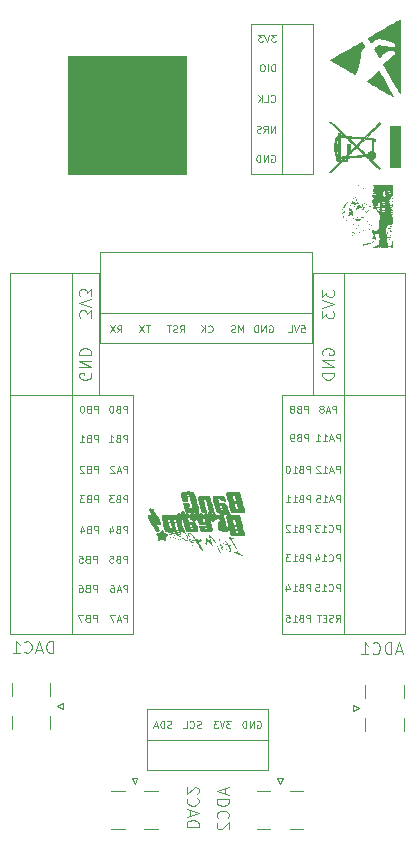
<source format=gbr>
%TF.GenerationSoftware,KiCad,Pcbnew,8.0.3*%
%TF.CreationDate,2024-07-17T15:49:10+08:00*%
%TF.ProjectId,STM32G431C8T6,53544d33-3247-4343-9331-433854362e6b,rev?*%
%TF.SameCoordinates,PXb5c5340PY81b3200*%
%TF.FileFunction,Legend,Bot*%
%TF.FilePolarity,Positive*%
%FSLAX45Y45*%
G04 Gerber Fmt 4.5, Leading zero omitted, Abs format (unit mm)*
G04 Created by KiCad (PCBNEW 8.0.3) date 2024-07-17 15:49:10*
%MOMM*%
%LPD*%
G01*
G04 APERTURE LIST*
%ADD10C,0.100000*%
%ADD11C,0.300000*%
%ADD12C,0.000000*%
%ADD13C,0.120000*%
%ADD14C,0.010000*%
G04 APERTURE END LIST*
D10*
X580000Y6650000D02*
X1580000Y6650000D01*
X1580000Y5650000D01*
X580000Y5650000D01*
X580000Y6650000D01*
G36*
X580000Y6650000D02*
G01*
X1580000Y6650000D01*
X1580000Y5650000D01*
X580000Y5650000D01*
X580000Y6650000D01*
G37*
X2177707Y1015006D02*
X2183421Y1017863D01*
X2183421Y1017863D02*
X2191993Y1017863D01*
X2191993Y1017863D02*
X2200564Y1015006D01*
X2200564Y1015006D02*
X2206278Y1009291D01*
X2206278Y1009291D02*
X2209135Y1003577D01*
X2209135Y1003577D02*
X2211993Y992149D01*
X2211993Y992149D02*
X2211993Y983577D01*
X2211993Y983577D02*
X2209135Y972149D01*
X2209135Y972149D02*
X2206278Y966434D01*
X2206278Y966434D02*
X2200564Y960720D01*
X2200564Y960720D02*
X2191993Y957863D01*
X2191993Y957863D02*
X2186278Y957863D01*
X2186278Y957863D02*
X2177707Y960720D01*
X2177707Y960720D02*
X2174850Y963577D01*
X2174850Y963577D02*
X2174850Y983577D01*
X2174850Y983577D02*
X2186278Y983577D01*
X2149135Y957863D02*
X2149135Y1017863D01*
X2149135Y1017863D02*
X2114850Y957863D01*
X2114850Y957863D02*
X2114850Y1017863D01*
X2086278Y957863D02*
X2086278Y1017863D01*
X2086278Y1017863D02*
X2071992Y1017863D01*
X2071992Y1017863D02*
X2063421Y1015006D01*
X2063421Y1015006D02*
X2057707Y1009291D01*
X2057707Y1009291D02*
X2054850Y1003577D01*
X2054850Y1003577D02*
X2051992Y992149D01*
X2051992Y992149D02*
X2051992Y983577D01*
X2051992Y983577D02*
X2054850Y972149D01*
X2054850Y972149D02*
X2057707Y966434D01*
X2057707Y966434D02*
X2063421Y960720D01*
X2063421Y960720D02*
X2071992Y957863D01*
X2071992Y957863D02*
X2086278Y957863D01*
X1954850Y1017863D02*
X1917707Y1017863D01*
X1917707Y1017863D02*
X1937707Y995006D01*
X1937707Y995006D02*
X1929135Y995006D01*
X1929135Y995006D02*
X1923421Y992149D01*
X1923421Y992149D02*
X1920564Y989291D01*
X1920564Y989291D02*
X1917707Y983577D01*
X1917707Y983577D02*
X1917707Y969291D01*
X1917707Y969291D02*
X1920564Y963577D01*
X1920564Y963577D02*
X1923421Y960720D01*
X1923421Y960720D02*
X1929135Y957863D01*
X1929135Y957863D02*
X1946278Y957863D01*
X1946278Y957863D02*
X1951992Y960720D01*
X1951992Y960720D02*
X1954850Y963577D01*
X1900564Y1017863D02*
X1880564Y957863D01*
X1880564Y957863D02*
X1860564Y1017863D01*
X1846278Y1017863D02*
X1809135Y1017863D01*
X1809135Y1017863D02*
X1829135Y995006D01*
X1829135Y995006D02*
X1820564Y995006D01*
X1820564Y995006D02*
X1814850Y992149D01*
X1814850Y992149D02*
X1811992Y989291D01*
X1811992Y989291D02*
X1809135Y983577D01*
X1809135Y983577D02*
X1809135Y969291D01*
X1809135Y969291D02*
X1811992Y963577D01*
X1811992Y963577D02*
X1814850Y960720D01*
X1814850Y960720D02*
X1820564Y957863D01*
X1820564Y957863D02*
X1837707Y957863D01*
X1837707Y957863D02*
X1843421Y960720D01*
X1843421Y960720D02*
X1846278Y963577D01*
X1701992Y960720D02*
X1693421Y957863D01*
X1693421Y957863D02*
X1679135Y957863D01*
X1679135Y957863D02*
X1673421Y960720D01*
X1673421Y960720D02*
X1670564Y963577D01*
X1670564Y963577D02*
X1667707Y969291D01*
X1667707Y969291D02*
X1667707Y975006D01*
X1667707Y975006D02*
X1670564Y980720D01*
X1670564Y980720D02*
X1673421Y983577D01*
X1673421Y983577D02*
X1679135Y986434D01*
X1679135Y986434D02*
X1690564Y989291D01*
X1690564Y989291D02*
X1696278Y992149D01*
X1696278Y992149D02*
X1699135Y995006D01*
X1699135Y995006D02*
X1701992Y1000720D01*
X1701992Y1000720D02*
X1701992Y1006434D01*
X1701992Y1006434D02*
X1699135Y1012149D01*
X1699135Y1012149D02*
X1696278Y1015006D01*
X1696278Y1015006D02*
X1690564Y1017863D01*
X1690564Y1017863D02*
X1676278Y1017863D01*
X1676278Y1017863D02*
X1667707Y1015006D01*
X1607707Y963577D02*
X1610564Y960720D01*
X1610564Y960720D02*
X1619135Y957863D01*
X1619135Y957863D02*
X1624850Y957863D01*
X1624850Y957863D02*
X1633421Y960720D01*
X1633421Y960720D02*
X1639135Y966434D01*
X1639135Y966434D02*
X1641992Y972149D01*
X1641992Y972149D02*
X1644850Y983577D01*
X1644850Y983577D02*
X1644850Y992149D01*
X1644850Y992149D02*
X1641992Y1003577D01*
X1641992Y1003577D02*
X1639135Y1009291D01*
X1639135Y1009291D02*
X1633421Y1015006D01*
X1633421Y1015006D02*
X1624850Y1017863D01*
X1624850Y1017863D02*
X1619135Y1017863D01*
X1619135Y1017863D02*
X1610564Y1015006D01*
X1610564Y1015006D02*
X1607707Y1012149D01*
X1553421Y957863D02*
X1581992Y957863D01*
X1581992Y957863D02*
X1581992Y1017863D01*
X1451992Y960720D02*
X1443421Y957863D01*
X1443421Y957863D02*
X1429135Y957863D01*
X1429135Y957863D02*
X1423421Y960720D01*
X1423421Y960720D02*
X1420564Y963577D01*
X1420564Y963577D02*
X1417707Y969291D01*
X1417707Y969291D02*
X1417707Y975006D01*
X1417707Y975006D02*
X1420564Y980720D01*
X1420564Y980720D02*
X1423421Y983577D01*
X1423421Y983577D02*
X1429135Y986434D01*
X1429135Y986434D02*
X1440564Y989291D01*
X1440564Y989291D02*
X1446278Y992149D01*
X1446278Y992149D02*
X1449135Y995006D01*
X1449135Y995006D02*
X1451992Y1000720D01*
X1451992Y1000720D02*
X1451992Y1006434D01*
X1451992Y1006434D02*
X1449135Y1012149D01*
X1449135Y1012149D02*
X1446278Y1015006D01*
X1446278Y1015006D02*
X1440564Y1017863D01*
X1440564Y1017863D02*
X1426278Y1017863D01*
X1426278Y1017863D02*
X1417707Y1015006D01*
X1391992Y957863D02*
X1391992Y1017863D01*
X1391992Y1017863D02*
X1377707Y1017863D01*
X1377707Y1017863D02*
X1369135Y1015006D01*
X1369135Y1015006D02*
X1363421Y1009291D01*
X1363421Y1009291D02*
X1360564Y1003577D01*
X1360564Y1003577D02*
X1357707Y992149D01*
X1357707Y992149D02*
X1357707Y983577D01*
X1357707Y983577D02*
X1360564Y972149D01*
X1360564Y972149D02*
X1363421Y966434D01*
X1363421Y966434D02*
X1369135Y960720D01*
X1369135Y960720D02*
X1377707Y957863D01*
X1377707Y957863D02*
X1391992Y957863D01*
X1334850Y975006D02*
X1306278Y975006D01*
X1340564Y957863D02*
X1320564Y1017863D01*
X1320564Y1017863D02*
X1300564Y957863D01*
X1250000Y1120000D02*
X2270000Y1120000D01*
X2270000Y860000D01*
X1250000Y860000D01*
X1250000Y1120000D01*
X1250000Y860000D02*
X2270000Y860000D01*
X2270000Y600000D01*
X1250000Y600000D01*
X1250000Y860000D01*
X1582758Y120388D02*
X1682758Y120388D01*
X1682758Y120388D02*
X1682758Y144198D01*
X1682758Y144198D02*
X1677996Y158484D01*
X1677996Y158484D02*
X1668472Y168008D01*
X1668472Y168008D02*
X1658948Y172769D01*
X1658948Y172769D02*
X1639901Y177531D01*
X1639901Y177531D02*
X1625615Y177531D01*
X1625615Y177531D02*
X1606568Y172769D01*
X1606568Y172769D02*
X1597044Y168008D01*
X1597044Y168008D02*
X1587520Y158484D01*
X1587520Y158484D02*
X1582758Y144198D01*
X1582758Y144198D02*
X1582758Y120388D01*
X1611329Y215627D02*
X1611329Y263246D01*
X1582758Y206103D02*
X1682758Y239436D01*
X1682758Y239436D02*
X1582758Y272769D01*
X1592282Y363246D02*
X1587520Y358484D01*
X1587520Y358484D02*
X1582758Y344198D01*
X1582758Y344198D02*
X1582758Y334674D01*
X1582758Y334674D02*
X1587520Y320389D01*
X1587520Y320389D02*
X1597044Y310865D01*
X1597044Y310865D02*
X1606568Y306103D01*
X1606568Y306103D02*
X1625615Y301341D01*
X1625615Y301341D02*
X1639901Y301341D01*
X1639901Y301341D02*
X1658948Y306103D01*
X1658948Y306103D02*
X1668472Y310865D01*
X1668472Y310865D02*
X1677996Y320389D01*
X1677996Y320389D02*
X1682758Y334674D01*
X1682758Y334674D02*
X1682758Y344198D01*
X1682758Y344198D02*
X1677996Y358484D01*
X1677996Y358484D02*
X1673234Y363246D01*
X1673234Y401341D02*
X1677996Y406103D01*
X1677996Y406103D02*
X1682758Y415627D01*
X1682758Y415627D02*
X1682758Y439436D01*
X1682758Y439436D02*
X1677996Y448960D01*
X1677996Y448960D02*
X1673234Y453722D01*
X1673234Y453722D02*
X1663710Y458484D01*
X1663710Y458484D02*
X1654187Y458484D01*
X1654187Y458484D02*
X1639901Y453722D01*
X1639901Y453722D02*
X1582758Y396579D01*
X1582758Y396579D02*
X1582758Y458484D01*
X449611Y1592758D02*
X449611Y1692758D01*
X449611Y1692758D02*
X425802Y1692758D01*
X425802Y1692758D02*
X411516Y1687996D01*
X411516Y1687996D02*
X401992Y1678472D01*
X401992Y1678472D02*
X397231Y1668949D01*
X397231Y1668949D02*
X392469Y1649901D01*
X392469Y1649901D02*
X392469Y1635615D01*
X392469Y1635615D02*
X397231Y1616568D01*
X397231Y1616568D02*
X401992Y1607044D01*
X401992Y1607044D02*
X411516Y1597520D01*
X411516Y1597520D02*
X425802Y1592758D01*
X425802Y1592758D02*
X449611Y1592758D01*
X354373Y1621330D02*
X306754Y1621330D01*
X363897Y1592758D02*
X330564Y1692758D01*
X330564Y1692758D02*
X297231Y1592758D01*
X206754Y1602282D02*
X211516Y1597520D01*
X211516Y1597520D02*
X225802Y1592758D01*
X225802Y1592758D02*
X235326Y1592758D01*
X235326Y1592758D02*
X249611Y1597520D01*
X249611Y1597520D02*
X259135Y1607044D01*
X259135Y1607044D02*
X263897Y1616568D01*
X263897Y1616568D02*
X268659Y1635615D01*
X268659Y1635615D02*
X268659Y1649901D01*
X268659Y1649901D02*
X263897Y1668949D01*
X263897Y1668949D02*
X259135Y1678472D01*
X259135Y1678472D02*
X249611Y1687996D01*
X249611Y1687996D02*
X235326Y1692758D01*
X235326Y1692758D02*
X225802Y1692758D01*
X225802Y1692758D02*
X211516Y1687996D01*
X211516Y1687996D02*
X206754Y1683234D01*
X111516Y1592758D02*
X168659Y1592758D01*
X140088Y1592758D02*
X140088Y1692758D01*
X140088Y1692758D02*
X149612Y1678472D01*
X149612Y1678472D02*
X159135Y1668949D01*
X159135Y1668949D02*
X168659Y1664187D01*
X1908670Y444373D02*
X1908670Y396754D01*
X1937242Y453897D02*
X1837242Y420564D01*
X1837242Y420564D02*
X1937242Y387231D01*
X1937242Y353897D02*
X1837242Y353897D01*
X1837242Y353897D02*
X1837242Y330088D01*
X1837242Y330088D02*
X1842004Y315802D01*
X1842004Y315802D02*
X1851528Y306278D01*
X1851528Y306278D02*
X1861051Y301516D01*
X1861051Y301516D02*
X1880099Y296755D01*
X1880099Y296755D02*
X1894385Y296755D01*
X1894385Y296755D02*
X1913432Y301516D01*
X1913432Y301516D02*
X1922956Y306278D01*
X1922956Y306278D02*
X1932480Y315802D01*
X1932480Y315802D02*
X1937242Y330088D01*
X1937242Y330088D02*
X1937242Y353897D01*
X1927718Y196754D02*
X1932480Y201516D01*
X1932480Y201516D02*
X1937242Y215802D01*
X1937242Y215802D02*
X1937242Y225326D01*
X1937242Y225326D02*
X1932480Y239612D01*
X1932480Y239612D02*
X1922956Y249135D01*
X1922956Y249135D02*
X1913432Y253897D01*
X1913432Y253897D02*
X1894385Y258659D01*
X1894385Y258659D02*
X1880099Y258659D01*
X1880099Y258659D02*
X1861051Y253897D01*
X1861051Y253897D02*
X1851528Y249135D01*
X1851528Y249135D02*
X1842004Y239612D01*
X1842004Y239612D02*
X1837242Y225326D01*
X1837242Y225326D02*
X1837242Y215802D01*
X1837242Y215802D02*
X1842004Y201516D01*
X1842004Y201516D02*
X1846766Y196754D01*
X1846766Y158659D02*
X1842004Y153897D01*
X1842004Y153897D02*
X1837242Y144374D01*
X1837242Y144374D02*
X1837242Y120564D01*
X1837242Y120564D02*
X1842004Y111040D01*
X1842004Y111040D02*
X1846766Y106278D01*
X1846766Y106278D02*
X1856289Y101516D01*
X1856289Y101516D02*
X1865813Y101516D01*
X1865813Y101516D02*
X1880099Y106278D01*
X1880099Y106278D02*
X1937242Y163421D01*
X1937242Y163421D02*
X1937242Y101516D01*
X3404373Y1611330D02*
X3356754Y1611330D01*
X3413897Y1582758D02*
X3380564Y1682758D01*
X3380564Y1682758D02*
X3347231Y1582758D01*
X3313897Y1582758D02*
X3313897Y1682758D01*
X3313897Y1682758D02*
X3290088Y1682758D01*
X3290088Y1682758D02*
X3275802Y1677996D01*
X3275802Y1677996D02*
X3266278Y1668472D01*
X3266278Y1668472D02*
X3261516Y1658949D01*
X3261516Y1658949D02*
X3256754Y1639901D01*
X3256754Y1639901D02*
X3256754Y1625615D01*
X3256754Y1625615D02*
X3261516Y1606568D01*
X3261516Y1606568D02*
X3266278Y1597044D01*
X3266278Y1597044D02*
X3275802Y1587520D01*
X3275802Y1587520D02*
X3290088Y1582758D01*
X3290088Y1582758D02*
X3313897Y1582758D01*
X3156754Y1592282D02*
X3161516Y1587520D01*
X3161516Y1587520D02*
X3175802Y1582758D01*
X3175802Y1582758D02*
X3185326Y1582758D01*
X3185326Y1582758D02*
X3199611Y1587520D01*
X3199611Y1587520D02*
X3209135Y1597044D01*
X3209135Y1597044D02*
X3213897Y1606568D01*
X3213897Y1606568D02*
X3218659Y1625615D01*
X3218659Y1625615D02*
X3218659Y1639901D01*
X3218659Y1639901D02*
X3213897Y1658949D01*
X3213897Y1658949D02*
X3209135Y1668472D01*
X3209135Y1668472D02*
X3199611Y1677996D01*
X3199611Y1677996D02*
X3185326Y1682758D01*
X3185326Y1682758D02*
X3175802Y1682758D01*
X3175802Y1682758D02*
X3161516Y1677996D01*
X3161516Y1677996D02*
X3156754Y1673234D01*
X3061516Y1582758D02*
X3118659Y1582758D01*
X3090088Y1582758D02*
X3090088Y1682758D01*
X3090088Y1682758D02*
X3099611Y1668472D01*
X3099611Y1668472D02*
X3109135Y1658949D01*
X3109135Y1658949D02*
X3118659Y1654187D01*
X2297707Y5805006D02*
X2303421Y5807863D01*
X2303421Y5807863D02*
X2311993Y5807863D01*
X2311993Y5807863D02*
X2320564Y5805006D01*
X2320564Y5805006D02*
X2326278Y5799291D01*
X2326278Y5799291D02*
X2329135Y5793577D01*
X2329135Y5793577D02*
X2331993Y5782149D01*
X2331993Y5782149D02*
X2331993Y5773577D01*
X2331993Y5773577D02*
X2329135Y5762149D01*
X2329135Y5762149D02*
X2326278Y5756434D01*
X2326278Y5756434D02*
X2320564Y5750720D01*
X2320564Y5750720D02*
X2311993Y5747863D01*
X2311993Y5747863D02*
X2306278Y5747863D01*
X2306278Y5747863D02*
X2297707Y5750720D01*
X2297707Y5750720D02*
X2294850Y5753577D01*
X2294850Y5753577D02*
X2294850Y5773577D01*
X2294850Y5773577D02*
X2306278Y5773577D01*
X2269135Y5747863D02*
X2269135Y5807863D01*
X2269135Y5807863D02*
X2234850Y5747863D01*
X2234850Y5747863D02*
X2234850Y5807863D01*
X2206278Y5747863D02*
X2206278Y5807863D01*
X2206278Y5807863D02*
X2191993Y5807863D01*
X2191993Y5807863D02*
X2183421Y5805006D01*
X2183421Y5805006D02*
X2177707Y5799291D01*
X2177707Y5799291D02*
X2174850Y5793577D01*
X2174850Y5793577D02*
X2171993Y5782149D01*
X2171993Y5782149D02*
X2171993Y5773577D01*
X2171993Y5773577D02*
X2174850Y5762149D01*
X2174850Y5762149D02*
X2177707Y5756434D01*
X2177707Y5756434D02*
X2183421Y5750720D01*
X2183421Y5750720D02*
X2191993Y5747863D01*
X2191993Y5747863D02*
X2206278Y5747863D01*
X2329135Y5997863D02*
X2329135Y6057863D01*
X2329135Y6057863D02*
X2294850Y5997863D01*
X2294850Y5997863D02*
X2294850Y6057863D01*
X2231993Y5997863D02*
X2251993Y6026434D01*
X2266278Y5997863D02*
X2266278Y6057863D01*
X2266278Y6057863D02*
X2243421Y6057863D01*
X2243421Y6057863D02*
X2237707Y6055006D01*
X2237707Y6055006D02*
X2234850Y6052149D01*
X2234850Y6052149D02*
X2231993Y6046434D01*
X2231993Y6046434D02*
X2231993Y6037863D01*
X2231993Y6037863D02*
X2234850Y6032149D01*
X2234850Y6032149D02*
X2237707Y6029291D01*
X2237707Y6029291D02*
X2243421Y6026434D01*
X2243421Y6026434D02*
X2266278Y6026434D01*
X2209135Y6000720D02*
X2200564Y5997863D01*
X2200564Y5997863D02*
X2186278Y5997863D01*
X2186278Y5997863D02*
X2180564Y6000720D01*
X2180564Y6000720D02*
X2177707Y6003577D01*
X2177707Y6003577D02*
X2174850Y6009291D01*
X2174850Y6009291D02*
X2174850Y6015006D01*
X2174850Y6015006D02*
X2177707Y6020720D01*
X2177707Y6020720D02*
X2180564Y6023577D01*
X2180564Y6023577D02*
X2186278Y6026434D01*
X2186278Y6026434D02*
X2197707Y6029291D01*
X2197707Y6029291D02*
X2203421Y6032149D01*
X2203421Y6032149D02*
X2206278Y6035006D01*
X2206278Y6035006D02*
X2209135Y6040720D01*
X2209135Y6040720D02*
X2209135Y6046434D01*
X2209135Y6046434D02*
X2206278Y6052149D01*
X2206278Y6052149D02*
X2203421Y6055006D01*
X2203421Y6055006D02*
X2197707Y6057863D01*
X2197707Y6057863D02*
X2183421Y6057863D01*
X2183421Y6057863D02*
X2174850Y6055006D01*
X2294850Y6263577D02*
X2297707Y6260720D01*
X2297707Y6260720D02*
X2306278Y6257863D01*
X2306278Y6257863D02*
X2311993Y6257863D01*
X2311993Y6257863D02*
X2320564Y6260720D01*
X2320564Y6260720D02*
X2326278Y6266434D01*
X2326278Y6266434D02*
X2329135Y6272149D01*
X2329135Y6272149D02*
X2331993Y6283577D01*
X2331993Y6283577D02*
X2331993Y6292149D01*
X2331993Y6292149D02*
X2329135Y6303577D01*
X2329135Y6303577D02*
X2326278Y6309291D01*
X2326278Y6309291D02*
X2320564Y6315006D01*
X2320564Y6315006D02*
X2311993Y6317863D01*
X2311993Y6317863D02*
X2306278Y6317863D01*
X2306278Y6317863D02*
X2297707Y6315006D01*
X2297707Y6315006D02*
X2294850Y6312149D01*
X2240564Y6257863D02*
X2269135Y6257863D01*
X2269135Y6257863D02*
X2269135Y6317863D01*
X2220564Y6257863D02*
X2220564Y6317863D01*
X2186278Y6257863D02*
X2211993Y6292149D01*
X2186278Y6317863D02*
X2220564Y6283577D01*
X2329135Y6517863D02*
X2329135Y6577863D01*
X2329135Y6577863D02*
X2314850Y6577863D01*
X2314850Y6577863D02*
X2306278Y6575006D01*
X2306278Y6575006D02*
X2300564Y6569291D01*
X2300564Y6569291D02*
X2297707Y6563577D01*
X2297707Y6563577D02*
X2294850Y6552149D01*
X2294850Y6552149D02*
X2294850Y6543577D01*
X2294850Y6543577D02*
X2297707Y6532149D01*
X2297707Y6532149D02*
X2300564Y6526434D01*
X2300564Y6526434D02*
X2306278Y6520720D01*
X2306278Y6520720D02*
X2314850Y6517863D01*
X2314850Y6517863D02*
X2329135Y6517863D01*
X2269135Y6517863D02*
X2269135Y6577863D01*
X2229135Y6577863D02*
X2217707Y6577863D01*
X2217707Y6577863D02*
X2211993Y6575006D01*
X2211993Y6575006D02*
X2206278Y6569291D01*
X2206278Y6569291D02*
X2203421Y6557863D01*
X2203421Y6557863D02*
X2203421Y6537863D01*
X2203421Y6537863D02*
X2206278Y6526434D01*
X2206278Y6526434D02*
X2211993Y6520720D01*
X2211993Y6520720D02*
X2217707Y6517863D01*
X2217707Y6517863D02*
X2229135Y6517863D01*
X2229135Y6517863D02*
X2234850Y6520720D01*
X2234850Y6520720D02*
X2240564Y6526434D01*
X2240564Y6526434D02*
X2243421Y6537863D01*
X2243421Y6537863D02*
X2243421Y6557863D01*
X2243421Y6557863D02*
X2240564Y6569291D01*
X2240564Y6569291D02*
X2234850Y6575006D01*
X2234850Y6575006D02*
X2229135Y6577863D01*
X2334850Y6827863D02*
X2297707Y6827863D01*
X2297707Y6827863D02*
X2317707Y6805006D01*
X2317707Y6805006D02*
X2309135Y6805006D01*
X2309135Y6805006D02*
X2303421Y6802149D01*
X2303421Y6802149D02*
X2300564Y6799291D01*
X2300564Y6799291D02*
X2297707Y6793577D01*
X2297707Y6793577D02*
X2297707Y6779291D01*
X2297707Y6779291D02*
X2300564Y6773577D01*
X2300564Y6773577D02*
X2303421Y6770720D01*
X2303421Y6770720D02*
X2309135Y6767863D01*
X2309135Y6767863D02*
X2326278Y6767863D01*
X2326278Y6767863D02*
X2331993Y6770720D01*
X2331993Y6770720D02*
X2334850Y6773577D01*
X2280564Y6827863D02*
X2260564Y6767863D01*
X2260564Y6767863D02*
X2240564Y6827863D01*
X2226278Y6827863D02*
X2189135Y6827863D01*
X2189135Y6827863D02*
X2209135Y6805006D01*
X2209135Y6805006D02*
X2200564Y6805006D01*
X2200564Y6805006D02*
X2194850Y6802149D01*
X2194850Y6802149D02*
X2191992Y6799291D01*
X2191992Y6799291D02*
X2189135Y6793577D01*
X2189135Y6793577D02*
X2189135Y6779291D01*
X2189135Y6779291D02*
X2191992Y6773577D01*
X2191992Y6773577D02*
X2194850Y6770720D01*
X2194850Y6770720D02*
X2200564Y6767863D01*
X2200564Y6767863D02*
X2217707Y6767863D01*
X2217707Y6767863D02*
X2223421Y6770720D01*
X2223421Y6770720D02*
X2226278Y6773577D01*
X2130000Y6920000D02*
X2390000Y6920000D01*
X2390000Y5650000D01*
X2130000Y5650000D01*
X2130000Y6920000D01*
X2390000Y6920000D02*
X2650000Y6920000D01*
X2650000Y5650000D01*
X2390000Y5650000D01*
X2390000Y6920000D01*
X2732004Y4117231D02*
X2727242Y4126754D01*
X2727242Y4126754D02*
X2727242Y4141040D01*
X2727242Y4141040D02*
X2732004Y4155326D01*
X2732004Y4155326D02*
X2741528Y4164850D01*
X2741528Y4164850D02*
X2751051Y4169612D01*
X2751051Y4169612D02*
X2770099Y4174373D01*
X2770099Y4174373D02*
X2784385Y4174373D01*
X2784385Y4174373D02*
X2803432Y4169612D01*
X2803432Y4169612D02*
X2812956Y4164850D01*
X2812956Y4164850D02*
X2822480Y4155326D01*
X2822480Y4155326D02*
X2827242Y4141040D01*
X2827242Y4141040D02*
X2827242Y4131516D01*
X2827242Y4131516D02*
X2822480Y4117231D01*
X2822480Y4117231D02*
X2817718Y4112469D01*
X2817718Y4112469D02*
X2784385Y4112469D01*
X2784385Y4112469D02*
X2784385Y4131516D01*
X2827242Y4069612D02*
X2727242Y4069612D01*
X2727242Y4069612D02*
X2827242Y4012469D01*
X2827242Y4012469D02*
X2727242Y4012469D01*
X2827242Y3964850D02*
X2727242Y3964850D01*
X2727242Y3964850D02*
X2727242Y3941040D01*
X2727242Y3941040D02*
X2732004Y3926754D01*
X2732004Y3926754D02*
X2741528Y3917231D01*
X2741528Y3917231D02*
X2751051Y3912469D01*
X2751051Y3912469D02*
X2770099Y3907707D01*
X2770099Y3907707D02*
X2784385Y3907707D01*
X2784385Y3907707D02*
X2803432Y3912469D01*
X2803432Y3912469D02*
X2812956Y3917231D01*
X2812956Y3917231D02*
X2822480Y3926754D01*
X2822480Y3926754D02*
X2827242Y3941040D01*
X2827242Y3941040D02*
X2827242Y3964850D01*
X2727242Y4669135D02*
X2727242Y4607231D01*
X2727242Y4607231D02*
X2765337Y4640564D01*
X2765337Y4640564D02*
X2765337Y4626278D01*
X2765337Y4626278D02*
X2770099Y4616755D01*
X2770099Y4616755D02*
X2774861Y4611993D01*
X2774861Y4611993D02*
X2784385Y4607231D01*
X2784385Y4607231D02*
X2808194Y4607231D01*
X2808194Y4607231D02*
X2817718Y4611993D01*
X2817718Y4611993D02*
X2822480Y4616755D01*
X2822480Y4616755D02*
X2827242Y4626278D01*
X2827242Y4626278D02*
X2827242Y4654850D01*
X2827242Y4654850D02*
X2822480Y4664374D01*
X2822480Y4664374D02*
X2817718Y4669135D01*
X2727242Y4578659D02*
X2827242Y4545326D01*
X2827242Y4545326D02*
X2727242Y4511993D01*
X2727242Y4488183D02*
X2727242Y4426278D01*
X2727242Y4426278D02*
X2765337Y4459612D01*
X2765337Y4459612D02*
X2765337Y4445326D01*
X2765337Y4445326D02*
X2770099Y4435802D01*
X2770099Y4435802D02*
X2774861Y4431040D01*
X2774861Y4431040D02*
X2784385Y4426278D01*
X2784385Y4426278D02*
X2808194Y4426278D01*
X2808194Y4426278D02*
X2817718Y4431040D01*
X2817718Y4431040D02*
X2822480Y4435802D01*
X2822480Y4435802D02*
X2827242Y4445326D01*
X2827242Y4445326D02*
X2827242Y4473897D01*
X2827242Y4473897D02*
X2822480Y4483421D01*
X2822480Y4483421D02*
X2817718Y4488183D01*
X772758Y4430865D02*
X772758Y4492769D01*
X772758Y4492769D02*
X734663Y4459436D01*
X734663Y4459436D02*
X734663Y4473722D01*
X734663Y4473722D02*
X729901Y4483246D01*
X729901Y4483246D02*
X725139Y4488008D01*
X725139Y4488008D02*
X715615Y4492769D01*
X715615Y4492769D02*
X691806Y4492769D01*
X691806Y4492769D02*
X682282Y4488008D01*
X682282Y4488008D02*
X677520Y4483246D01*
X677520Y4483246D02*
X672758Y4473722D01*
X672758Y4473722D02*
X672758Y4445150D01*
X672758Y4445150D02*
X677520Y4435627D01*
X677520Y4435627D02*
X682282Y4430865D01*
X772758Y4521341D02*
X672758Y4554674D01*
X672758Y4554674D02*
X772758Y4588008D01*
X772758Y4611817D02*
X772758Y4673722D01*
X772758Y4673722D02*
X734663Y4640389D01*
X734663Y4640389D02*
X734663Y4654674D01*
X734663Y4654674D02*
X729901Y4664198D01*
X729901Y4664198D02*
X725139Y4668960D01*
X725139Y4668960D02*
X715615Y4673722D01*
X715615Y4673722D02*
X691806Y4673722D01*
X691806Y4673722D02*
X682282Y4668960D01*
X682282Y4668960D02*
X677520Y4664198D01*
X677520Y4664198D02*
X672758Y4654674D01*
X672758Y4654674D02*
X672758Y4626103D01*
X672758Y4626103D02*
X677520Y4616579D01*
X677520Y4616579D02*
X682282Y4611817D01*
X767996Y3962769D02*
X772758Y3953246D01*
X772758Y3953246D02*
X772758Y3938960D01*
X772758Y3938960D02*
X767996Y3924674D01*
X767996Y3924674D02*
X758472Y3915150D01*
X758472Y3915150D02*
X748948Y3910388D01*
X748948Y3910388D02*
X729901Y3905627D01*
X729901Y3905627D02*
X715615Y3905627D01*
X715615Y3905627D02*
X696568Y3910388D01*
X696568Y3910388D02*
X687044Y3915150D01*
X687044Y3915150D02*
X677520Y3924674D01*
X677520Y3924674D02*
X672758Y3938960D01*
X672758Y3938960D02*
X672758Y3948484D01*
X672758Y3948484D02*
X677520Y3962769D01*
X677520Y3962769D02*
X682282Y3967531D01*
X682282Y3967531D02*
X715615Y3967531D01*
X715615Y3967531D02*
X715615Y3948484D01*
X672758Y4010388D02*
X772758Y4010388D01*
X772758Y4010388D02*
X672758Y4067531D01*
X672758Y4067531D02*
X772758Y4067531D01*
X672758Y4115150D02*
X772758Y4115150D01*
X772758Y4115150D02*
X772758Y4138960D01*
X772758Y4138960D02*
X767996Y4153246D01*
X767996Y4153246D02*
X758472Y4162769D01*
X758472Y4162769D02*
X748948Y4167531D01*
X748948Y4167531D02*
X729901Y4172293D01*
X729901Y4172293D02*
X715615Y4172293D01*
X715615Y4172293D02*
X696568Y4167531D01*
X696568Y4167531D02*
X687044Y4162769D01*
X687044Y4162769D02*
X677520Y4153246D01*
X677520Y4153246D02*
X672758Y4138960D01*
X672758Y4138960D02*
X672758Y4115150D01*
X2910000Y4810000D02*
X3430000Y4810000D01*
X3430000Y3780000D01*
X2910000Y3780000D01*
X2910000Y4810000D01*
X2650000Y4810000D02*
X2910000Y4810000D01*
X2910000Y3780000D01*
X2650000Y3780000D01*
X2650000Y4810000D01*
X610000Y4810000D02*
X840000Y4810000D01*
X840000Y3780000D01*
X610000Y3780000D01*
X610000Y4810000D01*
X90000Y4810000D02*
X610000Y4810000D01*
X610000Y3780000D01*
X90000Y3780000D01*
X90000Y4810000D01*
X850000Y4990000D02*
X2640000Y4990000D01*
X2640000Y4470000D01*
X850000Y4470000D01*
X850000Y4990000D01*
X90000Y3780000D02*
X610000Y3780000D01*
X610000Y1750000D01*
X90000Y1750000D01*
X90000Y3780000D01*
X2910000Y3780000D02*
X3430000Y3780000D01*
X3430000Y1750000D01*
X2910000Y1750000D01*
X2910000Y3780000D01*
X2550564Y4367863D02*
X2579135Y4367863D01*
X2579135Y4367863D02*
X2581993Y4339292D01*
X2581993Y4339292D02*
X2579135Y4342149D01*
X2579135Y4342149D02*
X2573421Y4345006D01*
X2573421Y4345006D02*
X2559135Y4345006D01*
X2559135Y4345006D02*
X2553421Y4342149D01*
X2553421Y4342149D02*
X2550564Y4339292D01*
X2550564Y4339292D02*
X2547707Y4333577D01*
X2547707Y4333577D02*
X2547707Y4319292D01*
X2547707Y4319292D02*
X2550564Y4313577D01*
X2550564Y4313577D02*
X2553421Y4310720D01*
X2553421Y4310720D02*
X2559135Y4307863D01*
X2559135Y4307863D02*
X2573421Y4307863D01*
X2573421Y4307863D02*
X2579135Y4310720D01*
X2579135Y4310720D02*
X2581993Y4313577D01*
X2530564Y4367863D02*
X2510564Y4307863D01*
X2510564Y4307863D02*
X2490564Y4367863D01*
X2441992Y4307863D02*
X2470564Y4307863D01*
X2470564Y4307863D02*
X2470564Y4367863D01*
X2277707Y4365006D02*
X2283421Y4367863D01*
X2283421Y4367863D02*
X2291993Y4367863D01*
X2291993Y4367863D02*
X2300564Y4365006D01*
X2300564Y4365006D02*
X2306278Y4359292D01*
X2306278Y4359292D02*
X2309135Y4353577D01*
X2309135Y4353577D02*
X2311993Y4342149D01*
X2311993Y4342149D02*
X2311993Y4333577D01*
X2311993Y4333577D02*
X2309135Y4322149D01*
X2309135Y4322149D02*
X2306278Y4316434D01*
X2306278Y4316434D02*
X2300564Y4310720D01*
X2300564Y4310720D02*
X2291993Y4307863D01*
X2291993Y4307863D02*
X2286278Y4307863D01*
X2286278Y4307863D02*
X2277707Y4310720D01*
X2277707Y4310720D02*
X2274850Y4313577D01*
X2274850Y4313577D02*
X2274850Y4333577D01*
X2274850Y4333577D02*
X2286278Y4333577D01*
X2249135Y4307863D02*
X2249135Y4367863D01*
X2249135Y4367863D02*
X2214850Y4307863D01*
X2214850Y4307863D02*
X2214850Y4367863D01*
X2186278Y4307863D02*
X2186278Y4367863D01*
X2186278Y4367863D02*
X2171993Y4367863D01*
X2171993Y4367863D02*
X2163421Y4365006D01*
X2163421Y4365006D02*
X2157707Y4359292D01*
X2157707Y4359292D02*
X2154850Y4353577D01*
X2154850Y4353577D02*
X2151993Y4342149D01*
X2151993Y4342149D02*
X2151993Y4333577D01*
X2151993Y4333577D02*
X2154850Y4322149D01*
X2154850Y4322149D02*
X2157707Y4316434D01*
X2157707Y4316434D02*
X2163421Y4310720D01*
X2163421Y4310720D02*
X2171993Y4307863D01*
X2171993Y4307863D02*
X2186278Y4307863D01*
X2059135Y4307863D02*
X2059135Y4367863D01*
X2059135Y4367863D02*
X2039135Y4325006D01*
X2039135Y4325006D02*
X2019135Y4367863D01*
X2019135Y4367863D02*
X2019135Y4307863D01*
X1993421Y4310720D02*
X1984850Y4307863D01*
X1984850Y4307863D02*
X1970564Y4307863D01*
X1970564Y4307863D02*
X1964850Y4310720D01*
X1964850Y4310720D02*
X1961992Y4313577D01*
X1961992Y4313577D02*
X1959135Y4319292D01*
X1959135Y4319292D02*
X1959135Y4325006D01*
X1959135Y4325006D02*
X1961992Y4330720D01*
X1961992Y4330720D02*
X1964850Y4333577D01*
X1964850Y4333577D02*
X1970564Y4336434D01*
X1970564Y4336434D02*
X1981992Y4339292D01*
X1981992Y4339292D02*
X1987707Y4342149D01*
X1987707Y4342149D02*
X1990564Y4345006D01*
X1990564Y4345006D02*
X1993421Y4350720D01*
X1993421Y4350720D02*
X1993421Y4356434D01*
X1993421Y4356434D02*
X1990564Y4362149D01*
X1990564Y4362149D02*
X1987707Y4365006D01*
X1987707Y4365006D02*
X1981992Y4367863D01*
X1981992Y4367863D02*
X1967707Y4367863D01*
X1967707Y4367863D02*
X1959135Y4365006D01*
X1764850Y4313577D02*
X1767707Y4310720D01*
X1767707Y4310720D02*
X1776278Y4307863D01*
X1776278Y4307863D02*
X1781992Y4307863D01*
X1781992Y4307863D02*
X1790564Y4310720D01*
X1790564Y4310720D02*
X1796278Y4316434D01*
X1796278Y4316434D02*
X1799135Y4322149D01*
X1799135Y4322149D02*
X1801992Y4333577D01*
X1801992Y4333577D02*
X1801992Y4342149D01*
X1801992Y4342149D02*
X1799135Y4353577D01*
X1799135Y4353577D02*
X1796278Y4359292D01*
X1796278Y4359292D02*
X1790564Y4365006D01*
X1790564Y4365006D02*
X1781992Y4367863D01*
X1781992Y4367863D02*
X1776278Y4367863D01*
X1776278Y4367863D02*
X1767707Y4365006D01*
X1767707Y4365006D02*
X1764850Y4362149D01*
X1739135Y4307863D02*
X1739135Y4367863D01*
X1704850Y4307863D02*
X1730564Y4342149D01*
X1704850Y4367863D02*
X1739135Y4333577D01*
X1524850Y4307863D02*
X1544850Y4336434D01*
X1559135Y4307863D02*
X1559135Y4367863D01*
X1559135Y4367863D02*
X1536278Y4367863D01*
X1536278Y4367863D02*
X1530564Y4365006D01*
X1530564Y4365006D02*
X1527707Y4362149D01*
X1527707Y4362149D02*
X1524850Y4356434D01*
X1524850Y4356434D02*
X1524850Y4347863D01*
X1524850Y4347863D02*
X1527707Y4342149D01*
X1527707Y4342149D02*
X1530564Y4339292D01*
X1530564Y4339292D02*
X1536278Y4336434D01*
X1536278Y4336434D02*
X1559135Y4336434D01*
X1501992Y4310720D02*
X1493421Y4307863D01*
X1493421Y4307863D02*
X1479135Y4307863D01*
X1479135Y4307863D02*
X1473421Y4310720D01*
X1473421Y4310720D02*
X1470564Y4313577D01*
X1470564Y4313577D02*
X1467707Y4319292D01*
X1467707Y4319292D02*
X1467707Y4325006D01*
X1467707Y4325006D02*
X1470564Y4330720D01*
X1470564Y4330720D02*
X1473421Y4333577D01*
X1473421Y4333577D02*
X1479135Y4336434D01*
X1479135Y4336434D02*
X1490564Y4339292D01*
X1490564Y4339292D02*
X1496278Y4342149D01*
X1496278Y4342149D02*
X1499135Y4345006D01*
X1499135Y4345006D02*
X1501992Y4350720D01*
X1501992Y4350720D02*
X1501992Y4356434D01*
X1501992Y4356434D02*
X1499135Y4362149D01*
X1499135Y4362149D02*
X1496278Y4365006D01*
X1496278Y4365006D02*
X1490564Y4367863D01*
X1490564Y4367863D02*
X1476278Y4367863D01*
X1476278Y4367863D02*
X1467707Y4365006D01*
X1450564Y4367863D02*
X1416278Y4367863D01*
X1433421Y4307863D02*
X1433421Y4367863D01*
X1267707Y4367863D02*
X1233421Y4367863D01*
X1250564Y4307863D02*
X1250564Y4367863D01*
X1219135Y4367863D02*
X1179135Y4307863D01*
X1179135Y4367863D02*
X1219135Y4307863D01*
X994850Y4307863D02*
X1014850Y4336434D01*
X1029135Y4307863D02*
X1029135Y4367863D01*
X1029135Y4367863D02*
X1006278Y4367863D01*
X1006278Y4367863D02*
X1000564Y4365006D01*
X1000564Y4365006D02*
X997707Y4362149D01*
X997707Y4362149D02*
X994850Y4356434D01*
X994850Y4356434D02*
X994850Y4347863D01*
X994850Y4347863D02*
X997707Y4342149D01*
X997707Y4342149D02*
X1000564Y4339292D01*
X1000564Y4339292D02*
X1006278Y4336434D01*
X1006278Y4336434D02*
X1029135Y4336434D01*
X974850Y4367863D02*
X934850Y4307863D01*
X934850Y4367863D02*
X974850Y4307863D01*
X850000Y4470000D02*
X2640000Y4470000D01*
X2640000Y4220000D01*
X850000Y4220000D01*
X850000Y4470000D01*
X2844850Y1857863D02*
X2864850Y1886434D01*
X2879135Y1857863D02*
X2879135Y1917863D01*
X2879135Y1917863D02*
X2856278Y1917863D01*
X2856278Y1917863D02*
X2850564Y1915006D01*
X2850564Y1915006D02*
X2847707Y1912149D01*
X2847707Y1912149D02*
X2844850Y1906434D01*
X2844850Y1906434D02*
X2844850Y1897863D01*
X2844850Y1897863D02*
X2847707Y1892149D01*
X2847707Y1892149D02*
X2850564Y1889291D01*
X2850564Y1889291D02*
X2856278Y1886434D01*
X2856278Y1886434D02*
X2879135Y1886434D01*
X2821992Y1860720D02*
X2813421Y1857863D01*
X2813421Y1857863D02*
X2799135Y1857863D01*
X2799135Y1857863D02*
X2793421Y1860720D01*
X2793421Y1860720D02*
X2790564Y1863577D01*
X2790564Y1863577D02*
X2787707Y1869291D01*
X2787707Y1869291D02*
X2787707Y1875006D01*
X2787707Y1875006D02*
X2790564Y1880720D01*
X2790564Y1880720D02*
X2793421Y1883577D01*
X2793421Y1883577D02*
X2799135Y1886434D01*
X2799135Y1886434D02*
X2810564Y1889291D01*
X2810564Y1889291D02*
X2816278Y1892149D01*
X2816278Y1892149D02*
X2819135Y1895006D01*
X2819135Y1895006D02*
X2821992Y1900720D01*
X2821992Y1900720D02*
X2821992Y1906434D01*
X2821992Y1906434D02*
X2819135Y1912149D01*
X2819135Y1912149D02*
X2816278Y1915006D01*
X2816278Y1915006D02*
X2810564Y1917863D01*
X2810564Y1917863D02*
X2796278Y1917863D01*
X2796278Y1917863D02*
X2787707Y1915006D01*
X2761992Y1889291D02*
X2741992Y1889291D01*
X2733421Y1857863D02*
X2761992Y1857863D01*
X2761992Y1857863D02*
X2761992Y1917863D01*
X2761992Y1917863D02*
X2733421Y1917863D01*
X2716278Y1917863D02*
X2681993Y1917863D01*
X2699135Y1857863D02*
X2699135Y1917863D01*
X2629135Y1857863D02*
X2629135Y1917863D01*
X2629135Y1917863D02*
X2606278Y1917863D01*
X2606278Y1917863D02*
X2600564Y1915006D01*
X2600564Y1915006D02*
X2597707Y1912149D01*
X2597707Y1912149D02*
X2594850Y1906434D01*
X2594850Y1906434D02*
X2594850Y1897863D01*
X2594850Y1897863D02*
X2597707Y1892149D01*
X2597707Y1892149D02*
X2600564Y1889291D01*
X2600564Y1889291D02*
X2606278Y1886434D01*
X2606278Y1886434D02*
X2629135Y1886434D01*
X2549135Y1889291D02*
X2540564Y1886434D01*
X2540564Y1886434D02*
X2537707Y1883577D01*
X2537707Y1883577D02*
X2534850Y1877863D01*
X2534850Y1877863D02*
X2534850Y1869291D01*
X2534850Y1869291D02*
X2537707Y1863577D01*
X2537707Y1863577D02*
X2540564Y1860720D01*
X2540564Y1860720D02*
X2546278Y1857863D01*
X2546278Y1857863D02*
X2569135Y1857863D01*
X2569135Y1857863D02*
X2569135Y1917863D01*
X2569135Y1917863D02*
X2549135Y1917863D01*
X2549135Y1917863D02*
X2543421Y1915006D01*
X2543421Y1915006D02*
X2540564Y1912149D01*
X2540564Y1912149D02*
X2537707Y1906434D01*
X2537707Y1906434D02*
X2537707Y1900720D01*
X2537707Y1900720D02*
X2540564Y1895006D01*
X2540564Y1895006D02*
X2543421Y1892149D01*
X2543421Y1892149D02*
X2549135Y1889291D01*
X2549135Y1889291D02*
X2569135Y1889291D01*
X2477707Y1857863D02*
X2511993Y1857863D01*
X2494850Y1857863D02*
X2494850Y1917863D01*
X2494850Y1917863D02*
X2500564Y1909291D01*
X2500564Y1909291D02*
X2506278Y1903577D01*
X2506278Y1903577D02*
X2511993Y1900720D01*
X2423421Y1917863D02*
X2451992Y1917863D01*
X2451992Y1917863D02*
X2454850Y1889291D01*
X2454850Y1889291D02*
X2451992Y1892149D01*
X2451992Y1892149D02*
X2446278Y1895006D01*
X2446278Y1895006D02*
X2431992Y1895006D01*
X2431992Y1895006D02*
X2426278Y1892149D01*
X2426278Y1892149D02*
X2423421Y1889291D01*
X2423421Y1889291D02*
X2420564Y1883577D01*
X2420564Y1883577D02*
X2420564Y1869291D01*
X2420564Y1869291D02*
X2423421Y1863577D01*
X2423421Y1863577D02*
X2426278Y1860720D01*
X2426278Y1860720D02*
X2431992Y1857863D01*
X2431992Y1857863D02*
X2446278Y1857863D01*
X2446278Y1857863D02*
X2451992Y1860720D01*
X2451992Y1860720D02*
X2454850Y1863577D01*
X2879135Y2117863D02*
X2879135Y2177863D01*
X2879135Y2177863D02*
X2856278Y2177863D01*
X2856278Y2177863D02*
X2850564Y2175006D01*
X2850564Y2175006D02*
X2847707Y2172149D01*
X2847707Y2172149D02*
X2844850Y2166434D01*
X2844850Y2166434D02*
X2844850Y2157863D01*
X2844850Y2157863D02*
X2847707Y2152149D01*
X2847707Y2152149D02*
X2850564Y2149292D01*
X2850564Y2149292D02*
X2856278Y2146434D01*
X2856278Y2146434D02*
X2879135Y2146434D01*
X2784850Y2123577D02*
X2787707Y2120720D01*
X2787707Y2120720D02*
X2796278Y2117863D01*
X2796278Y2117863D02*
X2801992Y2117863D01*
X2801992Y2117863D02*
X2810564Y2120720D01*
X2810564Y2120720D02*
X2816278Y2126434D01*
X2816278Y2126434D02*
X2819135Y2132149D01*
X2819135Y2132149D02*
X2821992Y2143577D01*
X2821992Y2143577D02*
X2821992Y2152149D01*
X2821992Y2152149D02*
X2819135Y2163577D01*
X2819135Y2163577D02*
X2816278Y2169292D01*
X2816278Y2169292D02*
X2810564Y2175006D01*
X2810564Y2175006D02*
X2801992Y2177863D01*
X2801992Y2177863D02*
X2796278Y2177863D01*
X2796278Y2177863D02*
X2787707Y2175006D01*
X2787707Y2175006D02*
X2784850Y2172149D01*
X2727707Y2117863D02*
X2761993Y2117863D01*
X2744850Y2117863D02*
X2744850Y2177863D01*
X2744850Y2177863D02*
X2750564Y2169292D01*
X2750564Y2169292D02*
X2756278Y2163577D01*
X2756278Y2163577D02*
X2761993Y2160720D01*
X2673421Y2177863D02*
X2701992Y2177863D01*
X2701992Y2177863D02*
X2704850Y2149292D01*
X2704850Y2149292D02*
X2701992Y2152149D01*
X2701992Y2152149D02*
X2696278Y2155006D01*
X2696278Y2155006D02*
X2681992Y2155006D01*
X2681992Y2155006D02*
X2676278Y2152149D01*
X2676278Y2152149D02*
X2673421Y2149292D01*
X2673421Y2149292D02*
X2670564Y2143577D01*
X2670564Y2143577D02*
X2670564Y2129292D01*
X2670564Y2129292D02*
X2673421Y2123577D01*
X2673421Y2123577D02*
X2676278Y2120720D01*
X2676278Y2120720D02*
X2681992Y2117863D01*
X2681992Y2117863D02*
X2696278Y2117863D01*
X2696278Y2117863D02*
X2701992Y2120720D01*
X2701992Y2120720D02*
X2704850Y2123577D01*
X2629135Y2117863D02*
X2629135Y2177863D01*
X2629135Y2177863D02*
X2606278Y2177863D01*
X2606278Y2177863D02*
X2600564Y2175006D01*
X2600564Y2175006D02*
X2597707Y2172149D01*
X2597707Y2172149D02*
X2594850Y2166434D01*
X2594850Y2166434D02*
X2594850Y2157863D01*
X2594850Y2157863D02*
X2597707Y2152149D01*
X2597707Y2152149D02*
X2600564Y2149292D01*
X2600564Y2149292D02*
X2606278Y2146434D01*
X2606278Y2146434D02*
X2629135Y2146434D01*
X2549135Y2149292D02*
X2540564Y2146434D01*
X2540564Y2146434D02*
X2537707Y2143577D01*
X2537707Y2143577D02*
X2534850Y2137863D01*
X2534850Y2137863D02*
X2534850Y2129292D01*
X2534850Y2129292D02*
X2537707Y2123577D01*
X2537707Y2123577D02*
X2540564Y2120720D01*
X2540564Y2120720D02*
X2546278Y2117863D01*
X2546278Y2117863D02*
X2569135Y2117863D01*
X2569135Y2117863D02*
X2569135Y2177863D01*
X2569135Y2177863D02*
X2549135Y2177863D01*
X2549135Y2177863D02*
X2543421Y2175006D01*
X2543421Y2175006D02*
X2540564Y2172149D01*
X2540564Y2172149D02*
X2537707Y2166434D01*
X2537707Y2166434D02*
X2537707Y2160720D01*
X2537707Y2160720D02*
X2540564Y2155006D01*
X2540564Y2155006D02*
X2543421Y2152149D01*
X2543421Y2152149D02*
X2549135Y2149292D01*
X2549135Y2149292D02*
X2569135Y2149292D01*
X2477707Y2117863D02*
X2511993Y2117863D01*
X2494850Y2117863D02*
X2494850Y2177863D01*
X2494850Y2177863D02*
X2500564Y2169292D01*
X2500564Y2169292D02*
X2506278Y2163577D01*
X2506278Y2163577D02*
X2511993Y2160720D01*
X2426278Y2157863D02*
X2426278Y2117863D01*
X2440564Y2180720D02*
X2454850Y2137863D01*
X2454850Y2137863D02*
X2417707Y2137863D01*
X2879135Y2367863D02*
X2879135Y2427863D01*
X2879135Y2427863D02*
X2856278Y2427863D01*
X2856278Y2427863D02*
X2850564Y2425006D01*
X2850564Y2425006D02*
X2847707Y2422149D01*
X2847707Y2422149D02*
X2844850Y2416434D01*
X2844850Y2416434D02*
X2844850Y2407863D01*
X2844850Y2407863D02*
X2847707Y2402149D01*
X2847707Y2402149D02*
X2850564Y2399292D01*
X2850564Y2399292D02*
X2856278Y2396434D01*
X2856278Y2396434D02*
X2879135Y2396434D01*
X2784850Y2373577D02*
X2787707Y2370720D01*
X2787707Y2370720D02*
X2796278Y2367863D01*
X2796278Y2367863D02*
X2801992Y2367863D01*
X2801992Y2367863D02*
X2810564Y2370720D01*
X2810564Y2370720D02*
X2816278Y2376434D01*
X2816278Y2376434D02*
X2819135Y2382149D01*
X2819135Y2382149D02*
X2821992Y2393577D01*
X2821992Y2393577D02*
X2821992Y2402149D01*
X2821992Y2402149D02*
X2819135Y2413577D01*
X2819135Y2413577D02*
X2816278Y2419292D01*
X2816278Y2419292D02*
X2810564Y2425006D01*
X2810564Y2425006D02*
X2801992Y2427863D01*
X2801992Y2427863D02*
X2796278Y2427863D01*
X2796278Y2427863D02*
X2787707Y2425006D01*
X2787707Y2425006D02*
X2784850Y2422149D01*
X2727707Y2367863D02*
X2761993Y2367863D01*
X2744850Y2367863D02*
X2744850Y2427863D01*
X2744850Y2427863D02*
X2750564Y2419292D01*
X2750564Y2419292D02*
X2756278Y2413577D01*
X2756278Y2413577D02*
X2761993Y2410720D01*
X2676278Y2407863D02*
X2676278Y2367863D01*
X2690564Y2430720D02*
X2704850Y2387863D01*
X2704850Y2387863D02*
X2667707Y2387863D01*
X2629135Y2367863D02*
X2629135Y2427863D01*
X2629135Y2427863D02*
X2606278Y2427863D01*
X2606278Y2427863D02*
X2600564Y2425006D01*
X2600564Y2425006D02*
X2597707Y2422149D01*
X2597707Y2422149D02*
X2594850Y2416434D01*
X2594850Y2416434D02*
X2594850Y2407863D01*
X2594850Y2407863D02*
X2597707Y2402149D01*
X2597707Y2402149D02*
X2600564Y2399292D01*
X2600564Y2399292D02*
X2606278Y2396434D01*
X2606278Y2396434D02*
X2629135Y2396434D01*
X2549135Y2399292D02*
X2540564Y2396434D01*
X2540564Y2396434D02*
X2537707Y2393577D01*
X2537707Y2393577D02*
X2534850Y2387863D01*
X2534850Y2387863D02*
X2534850Y2379292D01*
X2534850Y2379292D02*
X2537707Y2373577D01*
X2537707Y2373577D02*
X2540564Y2370720D01*
X2540564Y2370720D02*
X2546278Y2367863D01*
X2546278Y2367863D02*
X2569135Y2367863D01*
X2569135Y2367863D02*
X2569135Y2427863D01*
X2569135Y2427863D02*
X2549135Y2427863D01*
X2549135Y2427863D02*
X2543421Y2425006D01*
X2543421Y2425006D02*
X2540564Y2422149D01*
X2540564Y2422149D02*
X2537707Y2416434D01*
X2537707Y2416434D02*
X2537707Y2410720D01*
X2537707Y2410720D02*
X2540564Y2405006D01*
X2540564Y2405006D02*
X2543421Y2402149D01*
X2543421Y2402149D02*
X2549135Y2399292D01*
X2549135Y2399292D02*
X2569135Y2399292D01*
X2477707Y2367863D02*
X2511993Y2367863D01*
X2494850Y2367863D02*
X2494850Y2427863D01*
X2494850Y2427863D02*
X2500564Y2419292D01*
X2500564Y2419292D02*
X2506278Y2413577D01*
X2506278Y2413577D02*
X2511993Y2410720D01*
X2457707Y2427863D02*
X2420564Y2427863D01*
X2420564Y2427863D02*
X2440564Y2405006D01*
X2440564Y2405006D02*
X2431992Y2405006D01*
X2431992Y2405006D02*
X2426278Y2402149D01*
X2426278Y2402149D02*
X2423421Y2399292D01*
X2423421Y2399292D02*
X2420564Y2393577D01*
X2420564Y2393577D02*
X2420564Y2379292D01*
X2420564Y2379292D02*
X2423421Y2373577D01*
X2423421Y2373577D02*
X2426278Y2370720D01*
X2426278Y2370720D02*
X2431992Y2367863D01*
X2431992Y2367863D02*
X2449135Y2367863D01*
X2449135Y2367863D02*
X2454850Y2370720D01*
X2454850Y2370720D02*
X2457707Y2373577D01*
X2879135Y2617863D02*
X2879135Y2677863D01*
X2879135Y2677863D02*
X2856278Y2677863D01*
X2856278Y2677863D02*
X2850564Y2675006D01*
X2850564Y2675006D02*
X2847707Y2672149D01*
X2847707Y2672149D02*
X2844850Y2666434D01*
X2844850Y2666434D02*
X2844850Y2657863D01*
X2844850Y2657863D02*
X2847707Y2652149D01*
X2847707Y2652149D02*
X2850564Y2649292D01*
X2850564Y2649292D02*
X2856278Y2646434D01*
X2856278Y2646434D02*
X2879135Y2646434D01*
X2784850Y2623577D02*
X2787707Y2620720D01*
X2787707Y2620720D02*
X2796278Y2617863D01*
X2796278Y2617863D02*
X2801992Y2617863D01*
X2801992Y2617863D02*
X2810564Y2620720D01*
X2810564Y2620720D02*
X2816278Y2626434D01*
X2816278Y2626434D02*
X2819135Y2632149D01*
X2819135Y2632149D02*
X2821992Y2643577D01*
X2821992Y2643577D02*
X2821992Y2652149D01*
X2821992Y2652149D02*
X2819135Y2663577D01*
X2819135Y2663577D02*
X2816278Y2669292D01*
X2816278Y2669292D02*
X2810564Y2675006D01*
X2810564Y2675006D02*
X2801992Y2677863D01*
X2801992Y2677863D02*
X2796278Y2677863D01*
X2796278Y2677863D02*
X2787707Y2675006D01*
X2787707Y2675006D02*
X2784850Y2672149D01*
X2727707Y2617863D02*
X2761993Y2617863D01*
X2744850Y2617863D02*
X2744850Y2677863D01*
X2744850Y2677863D02*
X2750564Y2669292D01*
X2750564Y2669292D02*
X2756278Y2663577D01*
X2756278Y2663577D02*
X2761993Y2660720D01*
X2707707Y2677863D02*
X2670564Y2677863D01*
X2670564Y2677863D02*
X2690564Y2655006D01*
X2690564Y2655006D02*
X2681992Y2655006D01*
X2681992Y2655006D02*
X2676278Y2652149D01*
X2676278Y2652149D02*
X2673421Y2649292D01*
X2673421Y2649292D02*
X2670564Y2643577D01*
X2670564Y2643577D02*
X2670564Y2629292D01*
X2670564Y2629292D02*
X2673421Y2623577D01*
X2673421Y2623577D02*
X2676278Y2620720D01*
X2676278Y2620720D02*
X2681992Y2617863D01*
X2681992Y2617863D02*
X2699135Y2617863D01*
X2699135Y2617863D02*
X2704850Y2620720D01*
X2704850Y2620720D02*
X2707707Y2623577D01*
X2629135Y2617863D02*
X2629135Y2677863D01*
X2629135Y2677863D02*
X2606278Y2677863D01*
X2606278Y2677863D02*
X2600564Y2675006D01*
X2600564Y2675006D02*
X2597707Y2672149D01*
X2597707Y2672149D02*
X2594850Y2666434D01*
X2594850Y2666434D02*
X2594850Y2657863D01*
X2594850Y2657863D02*
X2597707Y2652149D01*
X2597707Y2652149D02*
X2600564Y2649292D01*
X2600564Y2649292D02*
X2606278Y2646434D01*
X2606278Y2646434D02*
X2629135Y2646434D01*
X2549135Y2649292D02*
X2540564Y2646434D01*
X2540564Y2646434D02*
X2537707Y2643577D01*
X2537707Y2643577D02*
X2534850Y2637863D01*
X2534850Y2637863D02*
X2534850Y2629292D01*
X2534850Y2629292D02*
X2537707Y2623577D01*
X2537707Y2623577D02*
X2540564Y2620720D01*
X2540564Y2620720D02*
X2546278Y2617863D01*
X2546278Y2617863D02*
X2569135Y2617863D01*
X2569135Y2617863D02*
X2569135Y2677863D01*
X2569135Y2677863D02*
X2549135Y2677863D01*
X2549135Y2677863D02*
X2543421Y2675006D01*
X2543421Y2675006D02*
X2540564Y2672149D01*
X2540564Y2672149D02*
X2537707Y2666434D01*
X2537707Y2666434D02*
X2537707Y2660720D01*
X2537707Y2660720D02*
X2540564Y2655006D01*
X2540564Y2655006D02*
X2543421Y2652149D01*
X2543421Y2652149D02*
X2549135Y2649292D01*
X2549135Y2649292D02*
X2569135Y2649292D01*
X2477707Y2617863D02*
X2511993Y2617863D01*
X2494850Y2617863D02*
X2494850Y2677863D01*
X2494850Y2677863D02*
X2500564Y2669292D01*
X2500564Y2669292D02*
X2506278Y2663577D01*
X2506278Y2663577D02*
X2511993Y2660720D01*
X2454850Y2672149D02*
X2451992Y2675006D01*
X2451992Y2675006D02*
X2446278Y2677863D01*
X2446278Y2677863D02*
X2431992Y2677863D01*
X2431992Y2677863D02*
X2426278Y2675006D01*
X2426278Y2675006D02*
X2423421Y2672149D01*
X2423421Y2672149D02*
X2420564Y2666434D01*
X2420564Y2666434D02*
X2420564Y2660720D01*
X2420564Y2660720D02*
X2423421Y2652149D01*
X2423421Y2652149D02*
X2457707Y2617863D01*
X2457707Y2617863D02*
X2420564Y2617863D01*
X2879135Y2867863D02*
X2879135Y2927863D01*
X2879135Y2927863D02*
X2856278Y2927863D01*
X2856278Y2927863D02*
X2850564Y2925006D01*
X2850564Y2925006D02*
X2847707Y2922149D01*
X2847707Y2922149D02*
X2844850Y2916434D01*
X2844850Y2916434D02*
X2844850Y2907863D01*
X2844850Y2907863D02*
X2847707Y2902149D01*
X2847707Y2902149D02*
X2850564Y2899291D01*
X2850564Y2899291D02*
X2856278Y2896434D01*
X2856278Y2896434D02*
X2879135Y2896434D01*
X2821992Y2885006D02*
X2793421Y2885006D01*
X2827707Y2867863D02*
X2807707Y2927863D01*
X2807707Y2927863D02*
X2787707Y2867863D01*
X2736278Y2867863D02*
X2770564Y2867863D01*
X2753421Y2867863D02*
X2753421Y2927863D01*
X2753421Y2927863D02*
X2759135Y2919291D01*
X2759135Y2919291D02*
X2764850Y2913577D01*
X2764850Y2913577D02*
X2770564Y2910720D01*
X2681992Y2927863D02*
X2710564Y2927863D01*
X2710564Y2927863D02*
X2713421Y2899291D01*
X2713421Y2899291D02*
X2710564Y2902149D01*
X2710564Y2902149D02*
X2704850Y2905006D01*
X2704850Y2905006D02*
X2690564Y2905006D01*
X2690564Y2905006D02*
X2684850Y2902149D01*
X2684850Y2902149D02*
X2681992Y2899291D01*
X2681992Y2899291D02*
X2679135Y2893577D01*
X2679135Y2893577D02*
X2679135Y2879291D01*
X2679135Y2879291D02*
X2681992Y2873577D01*
X2681992Y2873577D02*
X2684850Y2870720D01*
X2684850Y2870720D02*
X2690564Y2867863D01*
X2690564Y2867863D02*
X2704850Y2867863D01*
X2704850Y2867863D02*
X2710564Y2870720D01*
X2710564Y2870720D02*
X2713421Y2873577D01*
X2629135Y2867863D02*
X2629135Y2927863D01*
X2629135Y2927863D02*
X2606278Y2927863D01*
X2606278Y2927863D02*
X2600564Y2925006D01*
X2600564Y2925006D02*
X2597707Y2922149D01*
X2597707Y2922149D02*
X2594850Y2916434D01*
X2594850Y2916434D02*
X2594850Y2907863D01*
X2594850Y2907863D02*
X2597707Y2902149D01*
X2597707Y2902149D02*
X2600564Y2899291D01*
X2600564Y2899291D02*
X2606278Y2896434D01*
X2606278Y2896434D02*
X2629135Y2896434D01*
X2549135Y2899291D02*
X2540564Y2896434D01*
X2540564Y2896434D02*
X2537707Y2893577D01*
X2537707Y2893577D02*
X2534850Y2887863D01*
X2534850Y2887863D02*
X2534850Y2879291D01*
X2534850Y2879291D02*
X2537707Y2873577D01*
X2537707Y2873577D02*
X2540564Y2870720D01*
X2540564Y2870720D02*
X2546278Y2867863D01*
X2546278Y2867863D02*
X2569135Y2867863D01*
X2569135Y2867863D02*
X2569135Y2927863D01*
X2569135Y2927863D02*
X2549135Y2927863D01*
X2549135Y2927863D02*
X2543421Y2925006D01*
X2543421Y2925006D02*
X2540564Y2922149D01*
X2540564Y2922149D02*
X2537707Y2916434D01*
X2537707Y2916434D02*
X2537707Y2910720D01*
X2537707Y2910720D02*
X2540564Y2905006D01*
X2540564Y2905006D02*
X2543421Y2902149D01*
X2543421Y2902149D02*
X2549135Y2899291D01*
X2549135Y2899291D02*
X2569135Y2899291D01*
X2477707Y2867863D02*
X2511993Y2867863D01*
X2494850Y2867863D02*
X2494850Y2927863D01*
X2494850Y2927863D02*
X2500564Y2919291D01*
X2500564Y2919291D02*
X2506278Y2913577D01*
X2506278Y2913577D02*
X2511993Y2910720D01*
X2420564Y2867863D02*
X2454850Y2867863D01*
X2437707Y2867863D02*
X2437707Y2927863D01*
X2437707Y2927863D02*
X2443421Y2919291D01*
X2443421Y2919291D02*
X2449135Y2913577D01*
X2449135Y2913577D02*
X2454850Y2910720D01*
X2879135Y3117863D02*
X2879135Y3177863D01*
X2879135Y3177863D02*
X2856278Y3177863D01*
X2856278Y3177863D02*
X2850564Y3175006D01*
X2850564Y3175006D02*
X2847707Y3172149D01*
X2847707Y3172149D02*
X2844850Y3166434D01*
X2844850Y3166434D02*
X2844850Y3157863D01*
X2844850Y3157863D02*
X2847707Y3152149D01*
X2847707Y3152149D02*
X2850564Y3149291D01*
X2850564Y3149291D02*
X2856278Y3146434D01*
X2856278Y3146434D02*
X2879135Y3146434D01*
X2821992Y3135006D02*
X2793421Y3135006D01*
X2827707Y3117863D02*
X2807707Y3177863D01*
X2807707Y3177863D02*
X2787707Y3117863D01*
X2736278Y3117863D02*
X2770564Y3117863D01*
X2753421Y3117863D02*
X2753421Y3177863D01*
X2753421Y3177863D02*
X2759135Y3169291D01*
X2759135Y3169291D02*
X2764850Y3163577D01*
X2764850Y3163577D02*
X2770564Y3160720D01*
X2713421Y3172149D02*
X2710564Y3175006D01*
X2710564Y3175006D02*
X2704850Y3177863D01*
X2704850Y3177863D02*
X2690564Y3177863D01*
X2690564Y3177863D02*
X2684850Y3175006D01*
X2684850Y3175006D02*
X2681992Y3172149D01*
X2681992Y3172149D02*
X2679135Y3166434D01*
X2679135Y3166434D02*
X2679135Y3160720D01*
X2679135Y3160720D02*
X2681992Y3152149D01*
X2681992Y3152149D02*
X2716278Y3117863D01*
X2716278Y3117863D02*
X2679135Y3117863D01*
X2629135Y3117863D02*
X2629135Y3177863D01*
X2629135Y3177863D02*
X2606278Y3177863D01*
X2606278Y3177863D02*
X2600564Y3175006D01*
X2600564Y3175006D02*
X2597707Y3172149D01*
X2597707Y3172149D02*
X2594850Y3166434D01*
X2594850Y3166434D02*
X2594850Y3157863D01*
X2594850Y3157863D02*
X2597707Y3152149D01*
X2597707Y3152149D02*
X2600564Y3149291D01*
X2600564Y3149291D02*
X2606278Y3146434D01*
X2606278Y3146434D02*
X2629135Y3146434D01*
X2549135Y3149291D02*
X2540564Y3146434D01*
X2540564Y3146434D02*
X2537707Y3143577D01*
X2537707Y3143577D02*
X2534850Y3137863D01*
X2534850Y3137863D02*
X2534850Y3129291D01*
X2534850Y3129291D02*
X2537707Y3123577D01*
X2537707Y3123577D02*
X2540564Y3120720D01*
X2540564Y3120720D02*
X2546278Y3117863D01*
X2546278Y3117863D02*
X2569135Y3117863D01*
X2569135Y3117863D02*
X2569135Y3177863D01*
X2569135Y3177863D02*
X2549135Y3177863D01*
X2549135Y3177863D02*
X2543421Y3175006D01*
X2543421Y3175006D02*
X2540564Y3172149D01*
X2540564Y3172149D02*
X2537707Y3166434D01*
X2537707Y3166434D02*
X2537707Y3160720D01*
X2537707Y3160720D02*
X2540564Y3155006D01*
X2540564Y3155006D02*
X2543421Y3152149D01*
X2543421Y3152149D02*
X2549135Y3149291D01*
X2549135Y3149291D02*
X2569135Y3149291D01*
X2477707Y3117863D02*
X2511993Y3117863D01*
X2494850Y3117863D02*
X2494850Y3177863D01*
X2494850Y3177863D02*
X2500564Y3169291D01*
X2500564Y3169291D02*
X2506278Y3163577D01*
X2506278Y3163577D02*
X2511993Y3160720D01*
X2440564Y3177863D02*
X2434850Y3177863D01*
X2434850Y3177863D02*
X2429135Y3175006D01*
X2429135Y3175006D02*
X2426278Y3172149D01*
X2426278Y3172149D02*
X2423421Y3166434D01*
X2423421Y3166434D02*
X2420564Y3155006D01*
X2420564Y3155006D02*
X2420564Y3140720D01*
X2420564Y3140720D02*
X2423421Y3129291D01*
X2423421Y3129291D02*
X2426278Y3123577D01*
X2426278Y3123577D02*
X2429135Y3120720D01*
X2429135Y3120720D02*
X2434850Y3117863D01*
X2434850Y3117863D02*
X2440564Y3117863D01*
X2440564Y3117863D02*
X2446278Y3120720D01*
X2446278Y3120720D02*
X2449135Y3123577D01*
X2449135Y3123577D02*
X2451992Y3129291D01*
X2451992Y3129291D02*
X2454850Y3140720D01*
X2454850Y3140720D02*
X2454850Y3155006D01*
X2454850Y3155006D02*
X2451992Y3166434D01*
X2451992Y3166434D02*
X2449135Y3172149D01*
X2449135Y3172149D02*
X2446278Y3175006D01*
X2446278Y3175006D02*
X2440564Y3177863D01*
X2879135Y3387863D02*
X2879135Y3447863D01*
X2879135Y3447863D02*
X2856278Y3447863D01*
X2856278Y3447863D02*
X2850564Y3445006D01*
X2850564Y3445006D02*
X2847707Y3442149D01*
X2847707Y3442149D02*
X2844850Y3436434D01*
X2844850Y3436434D02*
X2844850Y3427863D01*
X2844850Y3427863D02*
X2847707Y3422149D01*
X2847707Y3422149D02*
X2850564Y3419291D01*
X2850564Y3419291D02*
X2856278Y3416434D01*
X2856278Y3416434D02*
X2879135Y3416434D01*
X2821992Y3405006D02*
X2793421Y3405006D01*
X2827707Y3387863D02*
X2807707Y3447863D01*
X2807707Y3447863D02*
X2787707Y3387863D01*
X2736278Y3387863D02*
X2770564Y3387863D01*
X2753421Y3387863D02*
X2753421Y3447863D01*
X2753421Y3447863D02*
X2759135Y3439291D01*
X2759135Y3439291D02*
X2764850Y3433577D01*
X2764850Y3433577D02*
X2770564Y3430720D01*
X2679135Y3387863D02*
X2713421Y3387863D01*
X2696278Y3387863D02*
X2696278Y3447863D01*
X2696278Y3447863D02*
X2701992Y3439291D01*
X2701992Y3439291D02*
X2707707Y3433577D01*
X2707707Y3433577D02*
X2713421Y3430720D01*
X2609135Y3387863D02*
X2609135Y3447863D01*
X2609135Y3447863D02*
X2586278Y3447863D01*
X2586278Y3447863D02*
X2580564Y3445006D01*
X2580564Y3445006D02*
X2577707Y3442149D01*
X2577707Y3442149D02*
X2574850Y3436434D01*
X2574850Y3436434D02*
X2574850Y3427863D01*
X2574850Y3427863D02*
X2577707Y3422149D01*
X2577707Y3422149D02*
X2580564Y3419291D01*
X2580564Y3419291D02*
X2586278Y3416434D01*
X2586278Y3416434D02*
X2609135Y3416434D01*
X2529135Y3419291D02*
X2520564Y3416434D01*
X2520564Y3416434D02*
X2517707Y3413577D01*
X2517707Y3413577D02*
X2514850Y3407863D01*
X2514850Y3407863D02*
X2514850Y3399291D01*
X2514850Y3399291D02*
X2517707Y3393577D01*
X2517707Y3393577D02*
X2520564Y3390720D01*
X2520564Y3390720D02*
X2526278Y3387863D01*
X2526278Y3387863D02*
X2549135Y3387863D01*
X2549135Y3387863D02*
X2549135Y3447863D01*
X2549135Y3447863D02*
X2529135Y3447863D01*
X2529135Y3447863D02*
X2523421Y3445006D01*
X2523421Y3445006D02*
X2520564Y3442149D01*
X2520564Y3442149D02*
X2517707Y3436434D01*
X2517707Y3436434D02*
X2517707Y3430720D01*
X2517707Y3430720D02*
X2520564Y3425006D01*
X2520564Y3425006D02*
X2523421Y3422149D01*
X2523421Y3422149D02*
X2529135Y3419291D01*
X2529135Y3419291D02*
X2549135Y3419291D01*
X2486278Y3387863D02*
X2474850Y3387863D01*
X2474850Y3387863D02*
X2469135Y3390720D01*
X2469135Y3390720D02*
X2466278Y3393577D01*
X2466278Y3393577D02*
X2460564Y3402149D01*
X2460564Y3402149D02*
X2457707Y3413577D01*
X2457707Y3413577D02*
X2457707Y3436434D01*
X2457707Y3436434D02*
X2460564Y3442149D01*
X2460564Y3442149D02*
X2463421Y3445006D01*
X2463421Y3445006D02*
X2469135Y3447863D01*
X2469135Y3447863D02*
X2480564Y3447863D01*
X2480564Y3447863D02*
X2486278Y3445006D01*
X2486278Y3445006D02*
X2489135Y3442149D01*
X2489135Y3442149D02*
X2491993Y3436434D01*
X2491993Y3436434D02*
X2491993Y3422149D01*
X2491993Y3422149D02*
X2489135Y3416434D01*
X2489135Y3416434D02*
X2486278Y3413577D01*
X2486278Y3413577D02*
X2480564Y3410720D01*
X2480564Y3410720D02*
X2469135Y3410720D01*
X2469135Y3410720D02*
X2463421Y3413577D01*
X2463421Y3413577D02*
X2460564Y3416434D01*
X2460564Y3416434D02*
X2457707Y3422149D01*
X2849135Y3627863D02*
X2849135Y3687863D01*
X2849135Y3687863D02*
X2826278Y3687863D01*
X2826278Y3687863D02*
X2820564Y3685006D01*
X2820564Y3685006D02*
X2817707Y3682149D01*
X2817707Y3682149D02*
X2814850Y3676434D01*
X2814850Y3676434D02*
X2814850Y3667863D01*
X2814850Y3667863D02*
X2817707Y3662149D01*
X2817707Y3662149D02*
X2820564Y3659291D01*
X2820564Y3659291D02*
X2826278Y3656434D01*
X2826278Y3656434D02*
X2849135Y3656434D01*
X2791993Y3645006D02*
X2763421Y3645006D01*
X2797707Y3627863D02*
X2777707Y3687863D01*
X2777707Y3687863D02*
X2757707Y3627863D01*
X2729135Y3662149D02*
X2734850Y3665006D01*
X2734850Y3665006D02*
X2737707Y3667863D01*
X2737707Y3667863D02*
X2740564Y3673577D01*
X2740564Y3673577D02*
X2740564Y3676434D01*
X2740564Y3676434D02*
X2737707Y3682149D01*
X2737707Y3682149D02*
X2734850Y3685006D01*
X2734850Y3685006D02*
X2729135Y3687863D01*
X2729135Y3687863D02*
X2717707Y3687863D01*
X2717707Y3687863D02*
X2711993Y3685006D01*
X2711993Y3685006D02*
X2709135Y3682149D01*
X2709135Y3682149D02*
X2706278Y3676434D01*
X2706278Y3676434D02*
X2706278Y3673577D01*
X2706278Y3673577D02*
X2709135Y3667863D01*
X2709135Y3667863D02*
X2711993Y3665006D01*
X2711993Y3665006D02*
X2717707Y3662149D01*
X2717707Y3662149D02*
X2729135Y3662149D01*
X2729135Y3662149D02*
X2734850Y3659291D01*
X2734850Y3659291D02*
X2737707Y3656434D01*
X2737707Y3656434D02*
X2740564Y3650720D01*
X2740564Y3650720D02*
X2740564Y3639291D01*
X2740564Y3639291D02*
X2737707Y3633577D01*
X2737707Y3633577D02*
X2734850Y3630720D01*
X2734850Y3630720D02*
X2729135Y3627863D01*
X2729135Y3627863D02*
X2717707Y3627863D01*
X2717707Y3627863D02*
X2711993Y3630720D01*
X2711993Y3630720D02*
X2709135Y3633577D01*
X2709135Y3633577D02*
X2706278Y3639291D01*
X2706278Y3639291D02*
X2706278Y3650720D01*
X2706278Y3650720D02*
X2709135Y3656434D01*
X2709135Y3656434D02*
X2711993Y3659291D01*
X2711993Y3659291D02*
X2717707Y3662149D01*
X2609135Y3627863D02*
X2609135Y3687863D01*
X2609135Y3687863D02*
X2586278Y3687863D01*
X2586278Y3687863D02*
X2580564Y3685006D01*
X2580564Y3685006D02*
X2577707Y3682149D01*
X2577707Y3682149D02*
X2574850Y3676434D01*
X2574850Y3676434D02*
X2574850Y3667863D01*
X2574850Y3667863D02*
X2577707Y3662149D01*
X2577707Y3662149D02*
X2580564Y3659291D01*
X2580564Y3659291D02*
X2586278Y3656434D01*
X2586278Y3656434D02*
X2609135Y3656434D01*
X2529135Y3659291D02*
X2520564Y3656434D01*
X2520564Y3656434D02*
X2517707Y3653577D01*
X2517707Y3653577D02*
X2514850Y3647863D01*
X2514850Y3647863D02*
X2514850Y3639291D01*
X2514850Y3639291D02*
X2517707Y3633577D01*
X2517707Y3633577D02*
X2520564Y3630720D01*
X2520564Y3630720D02*
X2526278Y3627863D01*
X2526278Y3627863D02*
X2549135Y3627863D01*
X2549135Y3627863D02*
X2549135Y3687863D01*
X2549135Y3687863D02*
X2529135Y3687863D01*
X2529135Y3687863D02*
X2523421Y3685006D01*
X2523421Y3685006D02*
X2520564Y3682149D01*
X2520564Y3682149D02*
X2517707Y3676434D01*
X2517707Y3676434D02*
X2517707Y3670720D01*
X2517707Y3670720D02*
X2520564Y3665006D01*
X2520564Y3665006D02*
X2523421Y3662149D01*
X2523421Y3662149D02*
X2529135Y3659291D01*
X2529135Y3659291D02*
X2549135Y3659291D01*
X2480564Y3662149D02*
X2486278Y3665006D01*
X2486278Y3665006D02*
X2489135Y3667863D01*
X2489135Y3667863D02*
X2491993Y3673577D01*
X2491993Y3673577D02*
X2491993Y3676434D01*
X2491993Y3676434D02*
X2489135Y3682149D01*
X2489135Y3682149D02*
X2486278Y3685006D01*
X2486278Y3685006D02*
X2480564Y3687863D01*
X2480564Y3687863D02*
X2469135Y3687863D01*
X2469135Y3687863D02*
X2463421Y3685006D01*
X2463421Y3685006D02*
X2460564Y3682149D01*
X2460564Y3682149D02*
X2457707Y3676434D01*
X2457707Y3676434D02*
X2457707Y3673577D01*
X2457707Y3673577D02*
X2460564Y3667863D01*
X2460564Y3667863D02*
X2463421Y3665006D01*
X2463421Y3665006D02*
X2469135Y3662149D01*
X2469135Y3662149D02*
X2480564Y3662149D01*
X2480564Y3662149D02*
X2486278Y3659291D01*
X2486278Y3659291D02*
X2489135Y3656434D01*
X2489135Y3656434D02*
X2491993Y3650720D01*
X2491993Y3650720D02*
X2491993Y3639291D01*
X2491993Y3639291D02*
X2489135Y3633577D01*
X2489135Y3633577D02*
X2486278Y3630720D01*
X2486278Y3630720D02*
X2480564Y3627863D01*
X2480564Y3627863D02*
X2469135Y3627863D01*
X2469135Y3627863D02*
X2463421Y3630720D01*
X2463421Y3630720D02*
X2460564Y3633577D01*
X2460564Y3633577D02*
X2457707Y3639291D01*
X2457707Y3639291D02*
X2457707Y3650720D01*
X2457707Y3650720D02*
X2460564Y3656434D01*
X2460564Y3656434D02*
X2463421Y3659291D01*
X2463421Y3659291D02*
X2469135Y3662149D01*
X1079135Y1857863D02*
X1079135Y1917863D01*
X1079135Y1917863D02*
X1056278Y1917863D01*
X1056278Y1917863D02*
X1050564Y1915006D01*
X1050564Y1915006D02*
X1047707Y1912149D01*
X1047707Y1912149D02*
X1044850Y1906434D01*
X1044850Y1906434D02*
X1044850Y1897863D01*
X1044850Y1897863D02*
X1047707Y1892149D01*
X1047707Y1892149D02*
X1050564Y1889291D01*
X1050564Y1889291D02*
X1056278Y1886434D01*
X1056278Y1886434D02*
X1079135Y1886434D01*
X1021992Y1875006D02*
X993421Y1875006D01*
X1027707Y1857863D02*
X1007707Y1917863D01*
X1007707Y1917863D02*
X987707Y1857863D01*
X973421Y1917863D02*
X933421Y1917863D01*
X933421Y1917863D02*
X959135Y1857863D01*
X819135Y1857863D02*
X819135Y1917863D01*
X819135Y1917863D02*
X796278Y1917863D01*
X796278Y1917863D02*
X790564Y1915006D01*
X790564Y1915006D02*
X787707Y1912149D01*
X787707Y1912149D02*
X784850Y1906434D01*
X784850Y1906434D02*
X784850Y1897863D01*
X784850Y1897863D02*
X787707Y1892149D01*
X787707Y1892149D02*
X790564Y1889291D01*
X790564Y1889291D02*
X796278Y1886434D01*
X796278Y1886434D02*
X819135Y1886434D01*
X739135Y1889291D02*
X730564Y1886434D01*
X730564Y1886434D02*
X727707Y1883577D01*
X727707Y1883577D02*
X724850Y1877863D01*
X724850Y1877863D02*
X724850Y1869291D01*
X724850Y1869291D02*
X727707Y1863577D01*
X727707Y1863577D02*
X730564Y1860720D01*
X730564Y1860720D02*
X736278Y1857863D01*
X736278Y1857863D02*
X759135Y1857863D01*
X759135Y1857863D02*
X759135Y1917863D01*
X759135Y1917863D02*
X739135Y1917863D01*
X739135Y1917863D02*
X733421Y1915006D01*
X733421Y1915006D02*
X730564Y1912149D01*
X730564Y1912149D02*
X727707Y1906434D01*
X727707Y1906434D02*
X727707Y1900720D01*
X727707Y1900720D02*
X730564Y1895006D01*
X730564Y1895006D02*
X733421Y1892149D01*
X733421Y1892149D02*
X739135Y1889291D01*
X739135Y1889291D02*
X759135Y1889291D01*
X704850Y1917863D02*
X664850Y1917863D01*
X664850Y1917863D02*
X690564Y1857863D01*
X1079135Y2107863D02*
X1079135Y2167863D01*
X1079135Y2167863D02*
X1056278Y2167863D01*
X1056278Y2167863D02*
X1050564Y2165006D01*
X1050564Y2165006D02*
X1047707Y2162149D01*
X1047707Y2162149D02*
X1044850Y2156434D01*
X1044850Y2156434D02*
X1044850Y2147863D01*
X1044850Y2147863D02*
X1047707Y2142149D01*
X1047707Y2142149D02*
X1050564Y2139292D01*
X1050564Y2139292D02*
X1056278Y2136434D01*
X1056278Y2136434D02*
X1079135Y2136434D01*
X1021992Y2125006D02*
X993421Y2125006D01*
X1027707Y2107863D02*
X1007707Y2167863D01*
X1007707Y2167863D02*
X987707Y2107863D01*
X941992Y2167863D02*
X953421Y2167863D01*
X953421Y2167863D02*
X959135Y2165006D01*
X959135Y2165006D02*
X961992Y2162149D01*
X961992Y2162149D02*
X967707Y2153577D01*
X967707Y2153577D02*
X970564Y2142149D01*
X970564Y2142149D02*
X970564Y2119292D01*
X970564Y2119292D02*
X967707Y2113577D01*
X967707Y2113577D02*
X964850Y2110720D01*
X964850Y2110720D02*
X959135Y2107863D01*
X959135Y2107863D02*
X947707Y2107863D01*
X947707Y2107863D02*
X941992Y2110720D01*
X941992Y2110720D02*
X939135Y2113577D01*
X939135Y2113577D02*
X936278Y2119292D01*
X936278Y2119292D02*
X936278Y2133577D01*
X936278Y2133577D02*
X939135Y2139292D01*
X939135Y2139292D02*
X941992Y2142149D01*
X941992Y2142149D02*
X947707Y2145006D01*
X947707Y2145006D02*
X959135Y2145006D01*
X959135Y2145006D02*
X964850Y2142149D01*
X964850Y2142149D02*
X967707Y2139292D01*
X967707Y2139292D02*
X970564Y2133577D01*
X819135Y2107863D02*
X819135Y2167863D01*
X819135Y2167863D02*
X796278Y2167863D01*
X796278Y2167863D02*
X790564Y2165006D01*
X790564Y2165006D02*
X787707Y2162149D01*
X787707Y2162149D02*
X784850Y2156434D01*
X784850Y2156434D02*
X784850Y2147863D01*
X784850Y2147863D02*
X787707Y2142149D01*
X787707Y2142149D02*
X790564Y2139292D01*
X790564Y2139292D02*
X796278Y2136434D01*
X796278Y2136434D02*
X819135Y2136434D01*
X739135Y2139292D02*
X730564Y2136434D01*
X730564Y2136434D02*
X727707Y2133577D01*
X727707Y2133577D02*
X724850Y2127863D01*
X724850Y2127863D02*
X724850Y2119292D01*
X724850Y2119292D02*
X727707Y2113577D01*
X727707Y2113577D02*
X730564Y2110720D01*
X730564Y2110720D02*
X736278Y2107863D01*
X736278Y2107863D02*
X759135Y2107863D01*
X759135Y2107863D02*
X759135Y2167863D01*
X759135Y2167863D02*
X739135Y2167863D01*
X739135Y2167863D02*
X733421Y2165006D01*
X733421Y2165006D02*
X730564Y2162149D01*
X730564Y2162149D02*
X727707Y2156434D01*
X727707Y2156434D02*
X727707Y2150720D01*
X727707Y2150720D02*
X730564Y2145006D01*
X730564Y2145006D02*
X733421Y2142149D01*
X733421Y2142149D02*
X739135Y2139292D01*
X739135Y2139292D02*
X759135Y2139292D01*
X673421Y2167863D02*
X684850Y2167863D01*
X684850Y2167863D02*
X690564Y2165006D01*
X690564Y2165006D02*
X693421Y2162149D01*
X693421Y2162149D02*
X699135Y2153577D01*
X699135Y2153577D02*
X701992Y2142149D01*
X701992Y2142149D02*
X701992Y2119292D01*
X701992Y2119292D02*
X699135Y2113577D01*
X699135Y2113577D02*
X696278Y2110720D01*
X696278Y2110720D02*
X690564Y2107863D01*
X690564Y2107863D02*
X679135Y2107863D01*
X679135Y2107863D02*
X673421Y2110720D01*
X673421Y2110720D02*
X670564Y2113577D01*
X670564Y2113577D02*
X667707Y2119292D01*
X667707Y2119292D02*
X667707Y2133577D01*
X667707Y2133577D02*
X670564Y2139292D01*
X670564Y2139292D02*
X673421Y2142149D01*
X673421Y2142149D02*
X679135Y2145006D01*
X679135Y2145006D02*
X690564Y2145006D01*
X690564Y2145006D02*
X696278Y2142149D01*
X696278Y2142149D02*
X699135Y2139292D01*
X699135Y2139292D02*
X701992Y2133577D01*
X1079135Y2357863D02*
X1079135Y2417863D01*
X1079135Y2417863D02*
X1056278Y2417863D01*
X1056278Y2417863D02*
X1050564Y2415006D01*
X1050564Y2415006D02*
X1047707Y2412149D01*
X1047707Y2412149D02*
X1044850Y2406434D01*
X1044850Y2406434D02*
X1044850Y2397863D01*
X1044850Y2397863D02*
X1047707Y2392149D01*
X1047707Y2392149D02*
X1050564Y2389292D01*
X1050564Y2389292D02*
X1056278Y2386434D01*
X1056278Y2386434D02*
X1079135Y2386434D01*
X999135Y2389292D02*
X990564Y2386434D01*
X990564Y2386434D02*
X987707Y2383577D01*
X987707Y2383577D02*
X984850Y2377863D01*
X984850Y2377863D02*
X984850Y2369292D01*
X984850Y2369292D02*
X987707Y2363577D01*
X987707Y2363577D02*
X990564Y2360720D01*
X990564Y2360720D02*
X996278Y2357863D01*
X996278Y2357863D02*
X1019135Y2357863D01*
X1019135Y2357863D02*
X1019135Y2417863D01*
X1019135Y2417863D02*
X999135Y2417863D01*
X999135Y2417863D02*
X993421Y2415006D01*
X993421Y2415006D02*
X990564Y2412149D01*
X990564Y2412149D02*
X987707Y2406434D01*
X987707Y2406434D02*
X987707Y2400720D01*
X987707Y2400720D02*
X990564Y2395006D01*
X990564Y2395006D02*
X993421Y2392149D01*
X993421Y2392149D02*
X999135Y2389292D01*
X999135Y2389292D02*
X1019135Y2389292D01*
X930564Y2417863D02*
X959135Y2417863D01*
X959135Y2417863D02*
X961992Y2389292D01*
X961992Y2389292D02*
X959135Y2392149D01*
X959135Y2392149D02*
X953421Y2395006D01*
X953421Y2395006D02*
X939135Y2395006D01*
X939135Y2395006D02*
X933421Y2392149D01*
X933421Y2392149D02*
X930564Y2389292D01*
X930564Y2389292D02*
X927707Y2383577D01*
X927707Y2383577D02*
X927707Y2369292D01*
X927707Y2369292D02*
X930564Y2363577D01*
X930564Y2363577D02*
X933421Y2360720D01*
X933421Y2360720D02*
X939135Y2357863D01*
X939135Y2357863D02*
X953421Y2357863D01*
X953421Y2357863D02*
X959135Y2360720D01*
X959135Y2360720D02*
X961992Y2363577D01*
X819135Y2357863D02*
X819135Y2417863D01*
X819135Y2417863D02*
X796278Y2417863D01*
X796278Y2417863D02*
X790564Y2415006D01*
X790564Y2415006D02*
X787707Y2412149D01*
X787707Y2412149D02*
X784850Y2406434D01*
X784850Y2406434D02*
X784850Y2397863D01*
X784850Y2397863D02*
X787707Y2392149D01*
X787707Y2392149D02*
X790564Y2389292D01*
X790564Y2389292D02*
X796278Y2386434D01*
X796278Y2386434D02*
X819135Y2386434D01*
X739135Y2389292D02*
X730564Y2386434D01*
X730564Y2386434D02*
X727707Y2383577D01*
X727707Y2383577D02*
X724850Y2377863D01*
X724850Y2377863D02*
X724850Y2369292D01*
X724850Y2369292D02*
X727707Y2363577D01*
X727707Y2363577D02*
X730564Y2360720D01*
X730564Y2360720D02*
X736278Y2357863D01*
X736278Y2357863D02*
X759135Y2357863D01*
X759135Y2357863D02*
X759135Y2417863D01*
X759135Y2417863D02*
X739135Y2417863D01*
X739135Y2417863D02*
X733421Y2415006D01*
X733421Y2415006D02*
X730564Y2412149D01*
X730564Y2412149D02*
X727707Y2406434D01*
X727707Y2406434D02*
X727707Y2400720D01*
X727707Y2400720D02*
X730564Y2395006D01*
X730564Y2395006D02*
X733421Y2392149D01*
X733421Y2392149D02*
X739135Y2389292D01*
X739135Y2389292D02*
X759135Y2389292D01*
X670564Y2417863D02*
X699135Y2417863D01*
X699135Y2417863D02*
X701992Y2389292D01*
X701992Y2389292D02*
X699135Y2392149D01*
X699135Y2392149D02*
X693421Y2395006D01*
X693421Y2395006D02*
X679135Y2395006D01*
X679135Y2395006D02*
X673421Y2392149D01*
X673421Y2392149D02*
X670564Y2389292D01*
X670564Y2389292D02*
X667707Y2383577D01*
X667707Y2383577D02*
X667707Y2369292D01*
X667707Y2369292D02*
X670564Y2363577D01*
X670564Y2363577D02*
X673421Y2360720D01*
X673421Y2360720D02*
X679135Y2357863D01*
X679135Y2357863D02*
X693421Y2357863D01*
X693421Y2357863D02*
X699135Y2360720D01*
X699135Y2360720D02*
X701992Y2363577D01*
X1079135Y2607863D02*
X1079135Y2667863D01*
X1079135Y2667863D02*
X1056278Y2667863D01*
X1056278Y2667863D02*
X1050564Y2665006D01*
X1050564Y2665006D02*
X1047707Y2662149D01*
X1047707Y2662149D02*
X1044850Y2656434D01*
X1044850Y2656434D02*
X1044850Y2647863D01*
X1044850Y2647863D02*
X1047707Y2642149D01*
X1047707Y2642149D02*
X1050564Y2639292D01*
X1050564Y2639292D02*
X1056278Y2636434D01*
X1056278Y2636434D02*
X1079135Y2636434D01*
X999135Y2639292D02*
X990564Y2636434D01*
X990564Y2636434D02*
X987707Y2633577D01*
X987707Y2633577D02*
X984850Y2627863D01*
X984850Y2627863D02*
X984850Y2619292D01*
X984850Y2619292D02*
X987707Y2613577D01*
X987707Y2613577D02*
X990564Y2610720D01*
X990564Y2610720D02*
X996278Y2607863D01*
X996278Y2607863D02*
X1019135Y2607863D01*
X1019135Y2607863D02*
X1019135Y2667863D01*
X1019135Y2667863D02*
X999135Y2667863D01*
X999135Y2667863D02*
X993421Y2665006D01*
X993421Y2665006D02*
X990564Y2662149D01*
X990564Y2662149D02*
X987707Y2656434D01*
X987707Y2656434D02*
X987707Y2650720D01*
X987707Y2650720D02*
X990564Y2645006D01*
X990564Y2645006D02*
X993421Y2642149D01*
X993421Y2642149D02*
X999135Y2639292D01*
X999135Y2639292D02*
X1019135Y2639292D01*
X933421Y2647863D02*
X933421Y2607863D01*
X947707Y2670720D02*
X961992Y2627863D01*
X961992Y2627863D02*
X924850Y2627863D01*
X829135Y2607863D02*
X829135Y2667863D01*
X829135Y2667863D02*
X806278Y2667863D01*
X806278Y2667863D02*
X800564Y2665006D01*
X800564Y2665006D02*
X797707Y2662149D01*
X797707Y2662149D02*
X794850Y2656434D01*
X794850Y2656434D02*
X794850Y2647863D01*
X794850Y2647863D02*
X797707Y2642149D01*
X797707Y2642149D02*
X800564Y2639292D01*
X800564Y2639292D02*
X806278Y2636434D01*
X806278Y2636434D02*
X829135Y2636434D01*
X749135Y2639292D02*
X740564Y2636434D01*
X740564Y2636434D02*
X737707Y2633577D01*
X737707Y2633577D02*
X734850Y2627863D01*
X734850Y2627863D02*
X734850Y2619292D01*
X734850Y2619292D02*
X737707Y2613577D01*
X737707Y2613577D02*
X740564Y2610720D01*
X740564Y2610720D02*
X746278Y2607863D01*
X746278Y2607863D02*
X769135Y2607863D01*
X769135Y2607863D02*
X769135Y2667863D01*
X769135Y2667863D02*
X749135Y2667863D01*
X749135Y2667863D02*
X743421Y2665006D01*
X743421Y2665006D02*
X740564Y2662149D01*
X740564Y2662149D02*
X737707Y2656434D01*
X737707Y2656434D02*
X737707Y2650720D01*
X737707Y2650720D02*
X740564Y2645006D01*
X740564Y2645006D02*
X743421Y2642149D01*
X743421Y2642149D02*
X749135Y2639292D01*
X749135Y2639292D02*
X769135Y2639292D01*
X683421Y2647863D02*
X683421Y2607863D01*
X697707Y2670720D02*
X711992Y2627863D01*
X711992Y2627863D02*
X674850Y2627863D01*
X1079135Y2867863D02*
X1079135Y2927863D01*
X1079135Y2927863D02*
X1056278Y2927863D01*
X1056278Y2927863D02*
X1050564Y2925006D01*
X1050564Y2925006D02*
X1047707Y2922149D01*
X1047707Y2922149D02*
X1044850Y2916434D01*
X1044850Y2916434D02*
X1044850Y2907863D01*
X1044850Y2907863D02*
X1047707Y2902149D01*
X1047707Y2902149D02*
X1050564Y2899291D01*
X1050564Y2899291D02*
X1056278Y2896434D01*
X1056278Y2896434D02*
X1079135Y2896434D01*
X999135Y2899291D02*
X990564Y2896434D01*
X990564Y2896434D02*
X987707Y2893577D01*
X987707Y2893577D02*
X984850Y2887863D01*
X984850Y2887863D02*
X984850Y2879291D01*
X984850Y2879291D02*
X987707Y2873577D01*
X987707Y2873577D02*
X990564Y2870720D01*
X990564Y2870720D02*
X996278Y2867863D01*
X996278Y2867863D02*
X1019135Y2867863D01*
X1019135Y2867863D02*
X1019135Y2927863D01*
X1019135Y2927863D02*
X999135Y2927863D01*
X999135Y2927863D02*
X993421Y2925006D01*
X993421Y2925006D02*
X990564Y2922149D01*
X990564Y2922149D02*
X987707Y2916434D01*
X987707Y2916434D02*
X987707Y2910720D01*
X987707Y2910720D02*
X990564Y2905006D01*
X990564Y2905006D02*
X993421Y2902149D01*
X993421Y2902149D02*
X999135Y2899291D01*
X999135Y2899291D02*
X1019135Y2899291D01*
X964850Y2927863D02*
X927707Y2927863D01*
X927707Y2927863D02*
X947707Y2905006D01*
X947707Y2905006D02*
X939135Y2905006D01*
X939135Y2905006D02*
X933421Y2902149D01*
X933421Y2902149D02*
X930564Y2899291D01*
X930564Y2899291D02*
X927707Y2893577D01*
X927707Y2893577D02*
X927707Y2879291D01*
X927707Y2879291D02*
X930564Y2873577D01*
X930564Y2873577D02*
X933421Y2870720D01*
X933421Y2870720D02*
X939135Y2867863D01*
X939135Y2867863D02*
X956278Y2867863D01*
X956278Y2867863D02*
X961992Y2870720D01*
X961992Y2870720D02*
X964850Y2873577D01*
X829135Y2867863D02*
X829135Y2927863D01*
X829135Y2927863D02*
X806278Y2927863D01*
X806278Y2927863D02*
X800564Y2925006D01*
X800564Y2925006D02*
X797707Y2922149D01*
X797707Y2922149D02*
X794850Y2916434D01*
X794850Y2916434D02*
X794850Y2907863D01*
X794850Y2907863D02*
X797707Y2902149D01*
X797707Y2902149D02*
X800564Y2899291D01*
X800564Y2899291D02*
X806278Y2896434D01*
X806278Y2896434D02*
X829135Y2896434D01*
X749135Y2899291D02*
X740564Y2896434D01*
X740564Y2896434D02*
X737707Y2893577D01*
X737707Y2893577D02*
X734850Y2887863D01*
X734850Y2887863D02*
X734850Y2879291D01*
X734850Y2879291D02*
X737707Y2873577D01*
X737707Y2873577D02*
X740564Y2870720D01*
X740564Y2870720D02*
X746278Y2867863D01*
X746278Y2867863D02*
X769135Y2867863D01*
X769135Y2867863D02*
X769135Y2927863D01*
X769135Y2927863D02*
X749135Y2927863D01*
X749135Y2927863D02*
X743421Y2925006D01*
X743421Y2925006D02*
X740564Y2922149D01*
X740564Y2922149D02*
X737707Y2916434D01*
X737707Y2916434D02*
X737707Y2910720D01*
X737707Y2910720D02*
X740564Y2905006D01*
X740564Y2905006D02*
X743421Y2902149D01*
X743421Y2902149D02*
X749135Y2899291D01*
X749135Y2899291D02*
X769135Y2899291D01*
X714850Y2927863D02*
X677707Y2927863D01*
X677707Y2927863D02*
X697707Y2905006D01*
X697707Y2905006D02*
X689135Y2905006D01*
X689135Y2905006D02*
X683421Y2902149D01*
X683421Y2902149D02*
X680564Y2899291D01*
X680564Y2899291D02*
X677707Y2893577D01*
X677707Y2893577D02*
X677707Y2879291D01*
X677707Y2879291D02*
X680564Y2873577D01*
X680564Y2873577D02*
X683421Y2870720D01*
X683421Y2870720D02*
X689135Y2867863D01*
X689135Y2867863D02*
X706278Y2867863D01*
X706278Y2867863D02*
X711992Y2870720D01*
X711992Y2870720D02*
X714850Y2873577D01*
X1079135Y3117863D02*
X1079135Y3177863D01*
X1079135Y3177863D02*
X1056278Y3177863D01*
X1056278Y3177863D02*
X1050564Y3175006D01*
X1050564Y3175006D02*
X1047707Y3172149D01*
X1047707Y3172149D02*
X1044850Y3166434D01*
X1044850Y3166434D02*
X1044850Y3157863D01*
X1044850Y3157863D02*
X1047707Y3152149D01*
X1047707Y3152149D02*
X1050564Y3149291D01*
X1050564Y3149291D02*
X1056278Y3146434D01*
X1056278Y3146434D02*
X1079135Y3146434D01*
X1021992Y3135006D02*
X993421Y3135006D01*
X1027707Y3117863D02*
X1007707Y3177863D01*
X1007707Y3177863D02*
X987707Y3117863D01*
X970564Y3172149D02*
X967707Y3175006D01*
X967707Y3175006D02*
X961992Y3177863D01*
X961992Y3177863D02*
X947707Y3177863D01*
X947707Y3177863D02*
X941992Y3175006D01*
X941992Y3175006D02*
X939135Y3172149D01*
X939135Y3172149D02*
X936278Y3166434D01*
X936278Y3166434D02*
X936278Y3160720D01*
X936278Y3160720D02*
X939135Y3152149D01*
X939135Y3152149D02*
X973421Y3117863D01*
X973421Y3117863D02*
X936278Y3117863D01*
X829135Y3117863D02*
X829135Y3177863D01*
X829135Y3177863D02*
X806278Y3177863D01*
X806278Y3177863D02*
X800564Y3175006D01*
X800564Y3175006D02*
X797707Y3172149D01*
X797707Y3172149D02*
X794850Y3166434D01*
X794850Y3166434D02*
X794850Y3157863D01*
X794850Y3157863D02*
X797707Y3152149D01*
X797707Y3152149D02*
X800564Y3149291D01*
X800564Y3149291D02*
X806278Y3146434D01*
X806278Y3146434D02*
X829135Y3146434D01*
X749135Y3149291D02*
X740564Y3146434D01*
X740564Y3146434D02*
X737707Y3143577D01*
X737707Y3143577D02*
X734850Y3137863D01*
X734850Y3137863D02*
X734850Y3129291D01*
X734850Y3129291D02*
X737707Y3123577D01*
X737707Y3123577D02*
X740564Y3120720D01*
X740564Y3120720D02*
X746278Y3117863D01*
X746278Y3117863D02*
X769135Y3117863D01*
X769135Y3117863D02*
X769135Y3177863D01*
X769135Y3177863D02*
X749135Y3177863D01*
X749135Y3177863D02*
X743421Y3175006D01*
X743421Y3175006D02*
X740564Y3172149D01*
X740564Y3172149D02*
X737707Y3166434D01*
X737707Y3166434D02*
X737707Y3160720D01*
X737707Y3160720D02*
X740564Y3155006D01*
X740564Y3155006D02*
X743421Y3152149D01*
X743421Y3152149D02*
X749135Y3149291D01*
X749135Y3149291D02*
X769135Y3149291D01*
X711992Y3172149D02*
X709135Y3175006D01*
X709135Y3175006D02*
X703421Y3177863D01*
X703421Y3177863D02*
X689135Y3177863D01*
X689135Y3177863D02*
X683421Y3175006D01*
X683421Y3175006D02*
X680564Y3172149D01*
X680564Y3172149D02*
X677707Y3166434D01*
X677707Y3166434D02*
X677707Y3160720D01*
X677707Y3160720D02*
X680564Y3152149D01*
X680564Y3152149D02*
X714850Y3117863D01*
X714850Y3117863D02*
X677707Y3117863D01*
X1079135Y3377863D02*
X1079135Y3437863D01*
X1079135Y3437863D02*
X1056278Y3437863D01*
X1056278Y3437863D02*
X1050564Y3435006D01*
X1050564Y3435006D02*
X1047707Y3432149D01*
X1047707Y3432149D02*
X1044850Y3426434D01*
X1044850Y3426434D02*
X1044850Y3417863D01*
X1044850Y3417863D02*
X1047707Y3412149D01*
X1047707Y3412149D02*
X1050564Y3409291D01*
X1050564Y3409291D02*
X1056278Y3406434D01*
X1056278Y3406434D02*
X1079135Y3406434D01*
X999135Y3409291D02*
X990564Y3406434D01*
X990564Y3406434D02*
X987707Y3403577D01*
X987707Y3403577D02*
X984850Y3397863D01*
X984850Y3397863D02*
X984850Y3389291D01*
X984850Y3389291D02*
X987707Y3383577D01*
X987707Y3383577D02*
X990564Y3380720D01*
X990564Y3380720D02*
X996278Y3377863D01*
X996278Y3377863D02*
X1019135Y3377863D01*
X1019135Y3377863D02*
X1019135Y3437863D01*
X1019135Y3437863D02*
X999135Y3437863D01*
X999135Y3437863D02*
X993421Y3435006D01*
X993421Y3435006D02*
X990564Y3432149D01*
X990564Y3432149D02*
X987707Y3426434D01*
X987707Y3426434D02*
X987707Y3420720D01*
X987707Y3420720D02*
X990564Y3415006D01*
X990564Y3415006D02*
X993421Y3412149D01*
X993421Y3412149D02*
X999135Y3409291D01*
X999135Y3409291D02*
X1019135Y3409291D01*
X927707Y3377863D02*
X961992Y3377863D01*
X944850Y3377863D02*
X944850Y3437863D01*
X944850Y3437863D02*
X950564Y3429291D01*
X950564Y3429291D02*
X956278Y3423577D01*
X956278Y3423577D02*
X961992Y3420720D01*
X829135Y3377863D02*
X829135Y3437863D01*
X829135Y3437863D02*
X806278Y3437863D01*
X806278Y3437863D02*
X800564Y3435006D01*
X800564Y3435006D02*
X797707Y3432149D01*
X797707Y3432149D02*
X794850Y3426434D01*
X794850Y3426434D02*
X794850Y3417863D01*
X794850Y3417863D02*
X797707Y3412149D01*
X797707Y3412149D02*
X800564Y3409291D01*
X800564Y3409291D02*
X806278Y3406434D01*
X806278Y3406434D02*
X829135Y3406434D01*
X749135Y3409291D02*
X740564Y3406434D01*
X740564Y3406434D02*
X737707Y3403577D01*
X737707Y3403577D02*
X734850Y3397863D01*
X734850Y3397863D02*
X734850Y3389291D01*
X734850Y3389291D02*
X737707Y3383577D01*
X737707Y3383577D02*
X740564Y3380720D01*
X740564Y3380720D02*
X746278Y3377863D01*
X746278Y3377863D02*
X769135Y3377863D01*
X769135Y3377863D02*
X769135Y3437863D01*
X769135Y3437863D02*
X749135Y3437863D01*
X749135Y3437863D02*
X743421Y3435006D01*
X743421Y3435006D02*
X740564Y3432149D01*
X740564Y3432149D02*
X737707Y3426434D01*
X737707Y3426434D02*
X737707Y3420720D01*
X737707Y3420720D02*
X740564Y3415006D01*
X740564Y3415006D02*
X743421Y3412149D01*
X743421Y3412149D02*
X749135Y3409291D01*
X749135Y3409291D02*
X769135Y3409291D01*
X677707Y3377863D02*
X711992Y3377863D01*
X694850Y3377863D02*
X694850Y3437863D01*
X694850Y3437863D02*
X700564Y3429291D01*
X700564Y3429291D02*
X706278Y3423577D01*
X706278Y3423577D02*
X711992Y3420720D01*
X1079135Y3627863D02*
X1079135Y3687863D01*
X1079135Y3687863D02*
X1056278Y3687863D01*
X1056278Y3687863D02*
X1050564Y3685006D01*
X1050564Y3685006D02*
X1047707Y3682149D01*
X1047707Y3682149D02*
X1044850Y3676434D01*
X1044850Y3676434D02*
X1044850Y3667863D01*
X1044850Y3667863D02*
X1047707Y3662149D01*
X1047707Y3662149D02*
X1050564Y3659291D01*
X1050564Y3659291D02*
X1056278Y3656434D01*
X1056278Y3656434D02*
X1079135Y3656434D01*
X999135Y3659291D02*
X990564Y3656434D01*
X990564Y3656434D02*
X987707Y3653577D01*
X987707Y3653577D02*
X984850Y3647863D01*
X984850Y3647863D02*
X984850Y3639291D01*
X984850Y3639291D02*
X987707Y3633577D01*
X987707Y3633577D02*
X990564Y3630720D01*
X990564Y3630720D02*
X996278Y3627863D01*
X996278Y3627863D02*
X1019135Y3627863D01*
X1019135Y3627863D02*
X1019135Y3687863D01*
X1019135Y3687863D02*
X999135Y3687863D01*
X999135Y3687863D02*
X993421Y3685006D01*
X993421Y3685006D02*
X990564Y3682149D01*
X990564Y3682149D02*
X987707Y3676434D01*
X987707Y3676434D02*
X987707Y3670720D01*
X987707Y3670720D02*
X990564Y3665006D01*
X990564Y3665006D02*
X993421Y3662149D01*
X993421Y3662149D02*
X999135Y3659291D01*
X999135Y3659291D02*
X1019135Y3659291D01*
X947707Y3687863D02*
X941992Y3687863D01*
X941992Y3687863D02*
X936278Y3685006D01*
X936278Y3685006D02*
X933421Y3682149D01*
X933421Y3682149D02*
X930564Y3676434D01*
X930564Y3676434D02*
X927707Y3665006D01*
X927707Y3665006D02*
X927707Y3650720D01*
X927707Y3650720D02*
X930564Y3639291D01*
X930564Y3639291D02*
X933421Y3633577D01*
X933421Y3633577D02*
X936278Y3630720D01*
X936278Y3630720D02*
X941992Y3627863D01*
X941992Y3627863D02*
X947707Y3627863D01*
X947707Y3627863D02*
X953421Y3630720D01*
X953421Y3630720D02*
X956278Y3633577D01*
X956278Y3633577D02*
X959135Y3639291D01*
X959135Y3639291D02*
X961992Y3650720D01*
X961992Y3650720D02*
X961992Y3665006D01*
X961992Y3665006D02*
X959135Y3676434D01*
X959135Y3676434D02*
X956278Y3682149D01*
X956278Y3682149D02*
X953421Y3685006D01*
X953421Y3685006D02*
X947707Y3687863D01*
X829135Y3627863D02*
X829135Y3687863D01*
X829135Y3687863D02*
X806278Y3687863D01*
X806278Y3687863D02*
X800564Y3685006D01*
X800564Y3685006D02*
X797707Y3682149D01*
X797707Y3682149D02*
X794850Y3676434D01*
X794850Y3676434D02*
X794850Y3667863D01*
X794850Y3667863D02*
X797707Y3662149D01*
X797707Y3662149D02*
X800564Y3659291D01*
X800564Y3659291D02*
X806278Y3656434D01*
X806278Y3656434D02*
X829135Y3656434D01*
X749135Y3659291D02*
X740564Y3656434D01*
X740564Y3656434D02*
X737707Y3653577D01*
X737707Y3653577D02*
X734850Y3647863D01*
X734850Y3647863D02*
X734850Y3639291D01*
X734850Y3639291D02*
X737707Y3633577D01*
X737707Y3633577D02*
X740564Y3630720D01*
X740564Y3630720D02*
X746278Y3627863D01*
X746278Y3627863D02*
X769135Y3627863D01*
X769135Y3627863D02*
X769135Y3687863D01*
X769135Y3687863D02*
X749135Y3687863D01*
X749135Y3687863D02*
X743421Y3685006D01*
X743421Y3685006D02*
X740564Y3682149D01*
X740564Y3682149D02*
X737707Y3676434D01*
X737707Y3676434D02*
X737707Y3670720D01*
X737707Y3670720D02*
X740564Y3665006D01*
X740564Y3665006D02*
X743421Y3662149D01*
X743421Y3662149D02*
X749135Y3659291D01*
X749135Y3659291D02*
X769135Y3659291D01*
X697707Y3687863D02*
X691993Y3687863D01*
X691993Y3687863D02*
X686278Y3685006D01*
X686278Y3685006D02*
X683421Y3682149D01*
X683421Y3682149D02*
X680564Y3676434D01*
X680564Y3676434D02*
X677707Y3665006D01*
X677707Y3665006D02*
X677707Y3650720D01*
X677707Y3650720D02*
X680564Y3639291D01*
X680564Y3639291D02*
X683421Y3633577D01*
X683421Y3633577D02*
X686278Y3630720D01*
X686278Y3630720D02*
X691993Y3627863D01*
X691993Y3627863D02*
X697707Y3627863D01*
X697707Y3627863D02*
X703421Y3630720D01*
X703421Y3630720D02*
X706278Y3633577D01*
X706278Y3633577D02*
X709135Y3639291D01*
X709135Y3639291D02*
X711992Y3650720D01*
X711992Y3650720D02*
X711992Y3665006D01*
X711992Y3665006D02*
X709135Y3676434D01*
X709135Y3676434D02*
X706278Y3682149D01*
X706278Y3682149D02*
X703421Y3685006D01*
X703421Y3685006D02*
X697707Y3687863D01*
X2390000Y3780000D02*
X2910000Y3780000D01*
X2910000Y1750000D01*
X2390000Y1750000D01*
X2390000Y3780000D01*
X610000Y3780000D02*
X1130000Y3780000D01*
X1130000Y1750000D01*
X610000Y1750000D01*
X610000Y3780000D01*
D11*
X1872143Y2775024D02*
X1886428Y2782167D01*
X1886428Y2782167D02*
X1907857Y2782167D01*
X1907857Y2782167D02*
X1929286Y2775024D01*
X1929286Y2775024D02*
X1943571Y2760739D01*
X1943571Y2760739D02*
X1950714Y2746453D01*
X1950714Y2746453D02*
X1957857Y2717882D01*
X1957857Y2717882D02*
X1957857Y2696453D01*
X1957857Y2696453D02*
X1950714Y2667882D01*
X1950714Y2667882D02*
X1943571Y2653596D01*
X1943571Y2653596D02*
X1929286Y2639310D01*
X1929286Y2639310D02*
X1907857Y2632167D01*
X1907857Y2632167D02*
X1893571Y2632167D01*
X1893571Y2632167D02*
X1872143Y2639310D01*
X1872143Y2639310D02*
X1865000Y2646453D01*
X1865000Y2646453D02*
X1865000Y2696453D01*
X1865000Y2696453D02*
X1893571Y2696453D01*
X1779286Y2782167D02*
X1779286Y2746453D01*
X1815000Y2760739D02*
X1779286Y2746453D01*
X1779286Y2746453D02*
X1743571Y2760739D01*
X1800714Y2717882D02*
X1779286Y2746453D01*
X1779286Y2746453D02*
X1757857Y2717882D01*
X1665000Y2782167D02*
X1665000Y2746453D01*
X1700714Y2760739D02*
X1665000Y2746453D01*
X1665000Y2746453D02*
X1629286Y2760739D01*
X1686428Y2717882D02*
X1665000Y2746453D01*
X1665000Y2746453D02*
X1643571Y2717882D01*
X1550714Y2782167D02*
X1550714Y2746453D01*
X1586428Y2760739D02*
X1550714Y2746453D01*
X1550714Y2746453D02*
X1515000Y2760739D01*
X1572143Y2717882D02*
X1550714Y2746453D01*
X1550714Y2746453D02*
X1529286Y2717882D01*
D12*
%TO.C,G\u002A\u002A\u002A*%
G36*
X1924569Y2580768D02*
G01*
X1934391Y2578652D01*
X1947039Y2575191D01*
X1951085Y2573982D01*
X1967933Y2568799D01*
X1979051Y2564980D01*
X1985398Y2562109D01*
X1987931Y2559769D01*
X1987611Y2557542D01*
X1987476Y2557349D01*
X1982399Y2556371D01*
X1972600Y2559363D01*
X1969988Y2560429D01*
X1962415Y2563154D01*
X1958976Y2563785D01*
X1959237Y2562768D01*
X1962054Y2556844D01*
X1967299Y2546896D01*
X1974237Y2534348D01*
X1977292Y2528827D01*
X1986887Y2510620D01*
X1996938Y2490557D01*
X2005710Y2472067D01*
X2007901Y2467279D01*
X2014410Y2453578D01*
X2019446Y2444660D01*
X2024086Y2439152D01*
X2029410Y2435683D01*
X2036493Y2432880D01*
X2043637Y2430272D01*
X2054056Y2425677D01*
X2058788Y2421880D01*
X2058684Y2418323D01*
X2057882Y2417108D01*
X2055366Y2415340D01*
X2050888Y2416408D01*
X2042307Y2420608D01*
X2041569Y2420980D01*
X2032923Y2424113D01*
X2026747Y2424396D01*
X2024376Y2424112D01*
X2020139Y2427485D01*
X2018095Y2429806D01*
X2010721Y2434324D01*
X2000251Y2438783D01*
X1993196Y2441539D01*
X1985311Y2445467D01*
X1982244Y2448286D01*
X1983364Y2449624D01*
X1988478Y2448982D01*
X1995025Y2446906D01*
X2004801Y2444534D01*
X2014890Y2442499D01*
X1996385Y2477736D01*
X1988947Y2491700D01*
X1977609Y2512277D01*
X1966757Y2531203D01*
X1956955Y2547546D01*
X1948767Y2560373D01*
X1942757Y2568753D01*
X1939488Y2571753D01*
X1933498Y2572923D01*
X1926307Y2575661D01*
X1920609Y2578760D01*
X1919067Y2581011D01*
X1919381Y2581164D01*
X1924569Y2580768D01*
G37*
G36*
X1720271Y2471768D02*
G01*
X1723540Y2462361D01*
X1722946Y2457089D01*
X1720725Y2456623D01*
X1714944Y2460223D01*
X1707295Y2468190D01*
X1698729Y2479355D01*
X1690199Y2492548D01*
X1682655Y2506601D01*
X1680617Y2510786D01*
X1686994Y2510786D01*
X1687481Y2508015D01*
X1691030Y2501273D01*
X1697422Y2491350D01*
X1701832Y2485142D01*
X1707192Y2478249D01*
X1709982Y2475568D01*
X1710328Y2475854D01*
X1709109Y2479903D01*
X1705235Y2487240D01*
X1699796Y2495938D01*
X1693881Y2504067D01*
X1689791Y2508795D01*
X1686994Y2510786D01*
X1680617Y2510786D01*
X1678854Y2514409D01*
X1673150Y2524886D01*
X1668914Y2529978D01*
X1665334Y2530479D01*
X1661594Y2527184D01*
X1655416Y2522746D01*
X1646359Y2523054D01*
X1634018Y2528965D01*
X1633788Y2529106D01*
X1626354Y2533076D01*
X1623138Y2532779D01*
X1623798Y2527517D01*
X1627993Y2516586D01*
X1629188Y2513596D01*
X1631747Y2505690D01*
X1632035Y2501787D01*
X1631759Y2501692D01*
X1629277Y2504684D01*
X1625836Y2511969D01*
X1622899Y2518361D01*
X1616602Y2530175D01*
X1609326Y2542433D01*
X1603813Y2551366D01*
X1599254Y2559165D01*
X1597504Y2562752D01*
X1599432Y2562537D01*
X1606218Y2560003D01*
X1616206Y2555593D01*
X1624368Y2551978D01*
X1633874Y2548293D01*
X1639362Y2546851D01*
X1640999Y2546588D01*
X1643815Y2543254D01*
X1643718Y2542095D01*
X1641516Y2539989D01*
X1635484Y2540981D01*
X1624391Y2545194D01*
X1621481Y2546401D01*
X1614843Y2548819D01*
X1613010Y2548238D01*
X1614649Y2544571D01*
X1617243Y2541162D01*
X1622931Y2537614D01*
X1623907Y2537401D01*
X1631185Y2535026D01*
X1640790Y2531212D01*
X1649418Y2527954D01*
X1654457Y2527822D01*
X1658147Y2530885D01*
X1660687Y2535718D01*
X1658065Y2541473D01*
X1655900Y2544610D01*
X1655920Y2546816D01*
X1656282Y2547320D01*
X1655045Y2552089D01*
X1651349Y2560263D01*
X1646867Y2567400D01*
X1638429Y2577879D01*
X1628318Y2588584D01*
X1618039Y2598047D01*
X1609098Y2604800D01*
X1603000Y2607377D01*
X1602289Y2607379D01*
X1598967Y2607117D01*
X1597967Y2605167D01*
X1599276Y2599843D01*
X1602885Y2589457D01*
X1603535Y2587580D01*
X1606359Y2577606D01*
X1606494Y2573022D01*
X1604153Y2574305D01*
X1599547Y2581933D01*
X1597143Y2587290D01*
X1594310Y2598846D01*
X1595044Y2608146D01*
X1599358Y2613242D01*
X1600965Y2613494D01*
X1608342Y2611688D01*
X1617381Y2606896D01*
X1624754Y2600898D01*
X1634552Y2590882D01*
X1644442Y2579168D01*
X1653120Y2567418D01*
X1659283Y2557295D01*
X1661627Y2550462D01*
X1662407Y2546530D01*
X1666971Y2539692D01*
X1670375Y2537789D01*
X1671991Y2540477D01*
X1672448Y2549052D01*
X1672582Y2562847D01*
X1684026Y2549488D01*
X1685043Y2548308D01*
X1693365Y2539541D01*
X1697911Y2536739D01*
X1698641Y2539902D01*
X1695518Y2549033D01*
X1692847Y2555772D01*
X1690489Y2564090D01*
X1691632Y2567218D01*
X1696564Y2565104D01*
X1705575Y2557699D01*
X1718953Y2544952D01*
X1747780Y2516536D01*
X1745469Y2546816D01*
X1743157Y2577097D01*
X1756719Y2562814D01*
X1761323Y2557852D01*
X1771509Y2546284D01*
X1779862Y2536095D01*
X1789444Y2523661D01*
X1776759Y2562118D01*
X1772356Y2576160D01*
X1768693Y2589445D01*
X1766664Y2598903D01*
X1766630Y2603086D01*
X1767058Y2603321D01*
X1771444Y2601323D01*
X1778834Y2594725D01*
X1788312Y2584557D01*
X1798964Y2571846D01*
X1809875Y2557623D01*
X1820131Y2542915D01*
X1822208Y2539708D01*
X1831249Y2524717D01*
X1840769Y2507586D01*
X1850088Y2489695D01*
X1858525Y2472427D01*
X1865400Y2457161D01*
X1870032Y2445279D01*
X1871741Y2438163D01*
X1871557Y2437604D01*
X1869200Y2440056D01*
X1864550Y2447697D01*
X1858148Y2459596D01*
X1850531Y2474823D01*
X1848533Y2478902D01*
X1835262Y2504319D01*
X1821400Y2528325D01*
X1807768Y2549624D01*
X1795189Y2566922D01*
X1784485Y2578920D01*
X1783361Y2579963D01*
X1777862Y2584568D01*
X1775624Y2585543D01*
X1776082Y2583745D01*
X1778371Y2576458D01*
X1782085Y2565166D01*
X1786661Y2551530D01*
X1791537Y2537210D01*
X1796151Y2523865D01*
X1799938Y2513155D01*
X1802338Y2506739D01*
X1803661Y2502732D01*
X1802873Y2500337D01*
X1798832Y2502963D01*
X1792132Y2510148D01*
X1783366Y2521434D01*
X1774656Y2532851D01*
X1765748Y2543580D01*
X1758926Y2550824D01*
X1749726Y2559285D01*
X1752181Y2531183D01*
X1754636Y2503081D01*
X1728361Y2526597D01*
X1724765Y2529812D01*
X1714075Y2539210D01*
X1707519Y2544412D01*
X1704194Y2545889D01*
X1703200Y2544113D01*
X1703636Y2539558D01*
X1704083Y2532498D01*
X1702059Y2529618D01*
X1696771Y2532239D01*
X1687624Y2540390D01*
X1675877Y2551776D01*
X1675877Y2542462D01*
X1676558Y2538467D01*
X1681942Y2527678D01*
X1692211Y2514155D01*
X1694428Y2511530D01*
X1705001Y2497678D01*
X1713853Y2483982D01*
X1718124Y2475854D01*
X1720271Y2471768D01*
G37*
G36*
X1914164Y2541162D02*
G01*
X1920251Y2534610D01*
X1927578Y2525148D01*
X1928193Y2524293D01*
X1935398Y2514772D01*
X1940652Y2509896D01*
X1945848Y2508483D01*
X1952883Y2509348D01*
X1957283Y2510062D01*
X1962965Y2509877D01*
X1963636Y2506971D01*
X1961205Y2503971D01*
X1954356Y2501148D01*
X1954175Y2501121D01*
X1949777Y2500307D01*
X1947568Y2498502D01*
X1947520Y2494250D01*
X1949604Y2486094D01*
X1953791Y2472579D01*
X1957251Y2461123D01*
X1959869Y2451603D01*
X1960870Y2446751D01*
X1960816Y2445786D01*
X1959466Y2443930D01*
X1955487Y2444875D01*
X1947809Y2449045D01*
X1935358Y2456865D01*
X1929569Y2460692D01*
X1920058Y2467612D01*
X1915432Y2471903D01*
X1915858Y2473107D01*
X1921508Y2470769D01*
X1932549Y2464433D01*
X1940766Y2459686D01*
X1948616Y2455917D01*
X1952352Y2455175D01*
X1952422Y2455280D01*
X1951724Y2459626D01*
X1948616Y2468469D01*
X1943717Y2480029D01*
X1940373Y2487149D01*
X1934650Y2497253D01*
X1929283Y2502888D01*
X1923023Y2505593D01*
X1919747Y2506577D01*
X1910595Y2510345D01*
X1900562Y2515394D01*
X1891498Y2520681D01*
X1885250Y2525164D01*
X1883667Y2527800D01*
X1883939Y2527961D01*
X1888617Y2527192D01*
X1896391Y2523844D01*
X1906645Y2518895D01*
X1916413Y2514727D01*
X1920985Y2513131D01*
X1923704Y2513422D01*
X1921976Y2517770D01*
X1919492Y2521633D01*
X1912971Y2528843D01*
X1912342Y2529394D01*
X1908306Y2535310D01*
X1907738Y2540822D01*
X1911002Y2543254D01*
X1914164Y2541162D01*
G37*
G36*
X1869505Y2511873D02*
G01*
X1879521Y2505648D01*
X1880841Y2504712D01*
X1891130Y2496512D01*
X1895213Y2490697D01*
X1893271Y2486598D01*
X1885485Y2483541D01*
X1873740Y2480497D01*
X1885243Y2473702D01*
X1887104Y2472563D01*
X1893969Y2467496D01*
X1896746Y2463903D01*
X1896484Y2462793D01*
X1894088Y2462776D01*
X1888257Y2465984D01*
X1877869Y2472957D01*
X1875752Y2474505D01*
X1869963Y2481080D01*
X1871116Y2486295D01*
X1879198Y2489973D01*
X1882666Y2490951D01*
X1884440Y2492606D01*
X1881210Y2495332D01*
X1872276Y2500156D01*
X1864920Y2504319D01*
X1860014Y2508723D01*
X1860676Y2512171D01*
X1863289Y2513460D01*
X1869505Y2511873D01*
G37*
G36*
X1862906Y2553939D02*
G01*
X1865521Y2550966D01*
X1866262Y2546486D01*
X1866017Y2542541D01*
X1868480Y2535312D01*
X1869097Y2534092D01*
X1870707Y2530227D01*
X1868870Y2531035D01*
X1862801Y2536710D01*
X1856273Y2544890D01*
X1855321Y2552252D01*
X1855333Y2552283D01*
X1858229Y2556259D01*
X1862906Y2553939D01*
G37*
G36*
X1500754Y2628681D02*
G01*
X1508871Y2609594D01*
X1508950Y2609419D01*
X1515682Y2594335D01*
X1521009Y2581807D01*
X1524396Y2573134D01*
X1525307Y2569618D01*
X1525013Y2569684D01*
X1522129Y2573489D01*
X1517056Y2581807D01*
X1510668Y2593229D01*
X1509014Y2596224D01*
X1502142Y2607336D01*
X1496144Y2615127D01*
X1492161Y2618065D01*
X1490394Y2618008D01*
X1487580Y2616707D01*
X1488267Y2612462D01*
X1492491Y2603662D01*
X1496288Y2595938D01*
X1500716Y2585650D01*
X1503192Y2578191D01*
X1503063Y2575316D01*
X1503061Y2575316D01*
X1500752Y2578252D01*
X1496287Y2585930D01*
X1490631Y2596690D01*
X1484553Y2607330D01*
X1478728Y2615098D01*
X1474549Y2618065D01*
X1473269Y2618062D01*
X1470384Y2617582D01*
X1469844Y2615190D01*
X1471795Y2609336D01*
X1476381Y2598471D01*
X1478913Y2592480D01*
X1482386Y2583547D01*
X1482848Y2580684D01*
X1480232Y2583955D01*
X1474474Y2593425D01*
X1465507Y2609159D01*
X1460100Y2618681D01*
X1452839Y2631082D01*
X1447210Y2640230D01*
X1444113Y2644632D01*
X1444043Y2644700D01*
X1443126Y2643586D01*
X1444141Y2637569D01*
X1446585Y2628376D01*
X1449953Y2617737D01*
X1453738Y2607380D01*
X1457438Y2599031D01*
X1459801Y2594186D01*
X1461779Y2588602D01*
X1460593Y2588300D01*
X1456903Y2592939D01*
X1451366Y2602178D01*
X1444774Y2612358D01*
X1438935Y2617907D01*
X1435146Y2618036D01*
X1434274Y2612752D01*
X1437184Y2602062D01*
X1437728Y2600570D01*
X1438881Y2595227D01*
X1437338Y2595018D01*
X1434104Y2599219D01*
X1430182Y2607107D01*
X1428331Y2610994D01*
X1422770Y2616618D01*
X1413196Y2618761D01*
X1400589Y2619846D01*
X1384588Y2680161D01*
X1384112Y2681959D01*
X1378086Y2705407D01*
X1374006Y2723006D01*
X1371767Y2735327D01*
X1419383Y2735327D01*
X1419639Y2732218D01*
X1421488Y2722544D01*
X1424636Y2709940D01*
X1428504Y2696381D01*
X1432512Y2683841D01*
X1436081Y2674296D01*
X1438632Y2669720D01*
X1439086Y2669337D01*
X1443962Y2663327D01*
X1449207Y2654579D01*
X1452974Y2648143D01*
X1456680Y2643573D01*
X1458516Y2643228D01*
X1457431Y2647955D01*
X1456350Y2651368D01*
X1453681Y2660763D01*
X1450041Y2674137D01*
X1445894Y2689813D01*
X1442776Y2701458D01*
X1438665Y2715946D01*
X1435245Y2727028D01*
X1433038Y2732952D01*
X1431946Y2734659D01*
X1426840Y2738468D01*
X1421716Y2738854D01*
X1419383Y2735327D01*
X1371767Y2735327D01*
X1371709Y2735647D01*
X1371029Y2744224D01*
X1371803Y2749628D01*
X1375020Y2758780D01*
X1450048Y2759740D01*
X1525076Y2760699D01*
X1543920Y2690273D01*
X1544901Y2686615D01*
X1552160Y2660401D01*
X1558217Y2640304D01*
X1563333Y2625569D01*
X1567767Y2615440D01*
X1571779Y2609159D01*
X1575984Y2603671D01*
X1584053Y2589908D01*
X1590155Y2575141D01*
X1593780Y2561096D01*
X1594050Y2556189D01*
X1594420Y2549496D01*
X1591566Y2542066D01*
X1588834Y2540310D01*
X1579966Y2540438D01*
X1567808Y2546002D01*
X1552973Y2556769D01*
X1540348Y2568918D01*
X1529795Y2584841D01*
X1526255Y2600510D01*
X1525040Y2610166D01*
X1524110Y2611611D01*
X1531257Y2611611D01*
X1531651Y2601596D01*
X1532688Y2593278D01*
X1537819Y2579300D01*
X1547919Y2566850D01*
X1563994Y2554461D01*
X1574657Y2547603D01*
X1581214Y2544193D01*
X1585131Y2543731D01*
X1588004Y2545629D01*
X1589329Y2547666D01*
X1590027Y2556189D01*
X1587249Y2568013D01*
X1581644Y2581457D01*
X1573859Y2594842D01*
X1564541Y2606487D01*
X1563264Y2607780D01*
X1552732Y2615681D01*
X1541986Y2618065D01*
X1536693Y2617942D01*
X1532539Y2616424D01*
X1531257Y2611611D01*
X1524110Y2611611D01*
X1519663Y2618521D01*
X1516197Y2623364D01*
X1511604Y2634615D01*
X1506088Y2652350D01*
X1499554Y2676844D01*
X1497609Y2684483D01*
X1492052Y2705425D01*
X1487556Y2720402D01*
X1483784Y2730181D01*
X1480395Y2735528D01*
X1477052Y2737210D01*
X1473416Y2735994D01*
X1472006Y2731551D01*
X1472815Y2721521D01*
X1475646Y2707118D01*
X1480177Y2689486D01*
X1486086Y2669773D01*
X1493052Y2649122D01*
X1495273Y2643228D01*
X1500754Y2628681D01*
G37*
G36*
X1377296Y2635281D02*
G01*
X1382690Y2630353D01*
X1388825Y2622067D01*
X1391627Y2617919D01*
X1399860Y2609717D01*
X1410119Y2605898D01*
X1418880Y2603635D01*
X1424343Y2599537D01*
X1423282Y2593375D01*
X1415919Y2584323D01*
X1410193Y2577778D01*
X1405900Y2569212D01*
X1405176Y2558804D01*
X1405282Y2556417D01*
X1405547Y2547377D01*
X1405478Y2542363D01*
X1403538Y2540017D01*
X1397217Y2540857D01*
X1385798Y2545629D01*
X1383269Y2546813D01*
X1375514Y2549543D01*
X1368556Y2549209D01*
X1358767Y2545840D01*
X1348503Y2542767D01*
X1342781Y2544105D01*
X1340906Y2550633D01*
X1342144Y2563114D01*
X1342692Y2571018D01*
X1340254Y2578755D01*
X1333403Y2587789D01*
X1330271Y2591612D01*
X1325593Y2598927D01*
X1324659Y2603298D01*
X1325761Y2604250D01*
X1332340Y2606788D01*
X1342265Y2608893D01*
X1351544Y2610896D01*
X1358808Y2615237D01*
X1364493Y2623554D01*
X1365829Y2625884D01*
X1371202Y2633008D01*
X1375618Y2635877D01*
X1377296Y2635281D01*
G37*
G36*
X1531764Y2556000D02*
G01*
X1536275Y2550601D01*
X1536470Y2548457D01*
X1533157Y2547484D01*
X1531434Y2548320D01*
X1526923Y2553719D01*
X1526728Y2555863D01*
X1530040Y2556836D01*
X1531764Y2556000D01*
G37*
G36*
X1513569Y2560924D02*
G01*
X1515568Y2554749D01*
X1515469Y2552088D01*
X1514047Y2550874D01*
X1509546Y2554874D01*
X1506197Y2559272D01*
X1505746Y2563119D01*
X1509233Y2564128D01*
X1513569Y2560924D01*
G37*
G36*
X1491325Y2567458D02*
G01*
X1494194Y2562550D01*
X1493597Y2559870D01*
X1489963Y2558320D01*
X1485274Y2561841D01*
X1484652Y2566114D01*
X1488553Y2568191D01*
X1491325Y2567458D01*
G37*
G36*
X1471011Y2571689D02*
G01*
X1472819Y2565763D01*
X1472816Y2565371D01*
X1471713Y2562126D01*
X1467515Y2564596D01*
X1464878Y2567632D01*
X1464198Y2572215D01*
X1467171Y2574088D01*
X1471011Y2571689D01*
G37*
G36*
X1449736Y2577562D02*
G01*
X1452447Y2575831D01*
X1453241Y2571778D01*
X1452831Y2571165D01*
X1447570Y2568350D01*
X1442392Y2571990D01*
X1441236Y2574899D01*
X1443278Y2578266D01*
X1449736Y2577562D01*
G37*
G36*
X2073423Y2610658D02*
G01*
X2077103Y2595943D01*
X2079382Y2586224D01*
X2080024Y2582440D01*
X2078513Y2582075D01*
X2071044Y2581611D01*
X2058429Y2581325D01*
X2041895Y2581238D01*
X2022663Y2581375D01*
X2008316Y2581572D01*
X1990988Y2581942D01*
X1978862Y2582536D01*
X1970766Y2583524D01*
X1965525Y2585073D01*
X1961968Y2587352D01*
X1958922Y2590529D01*
X1957070Y2593427D01*
X1952592Y2603926D01*
X1946903Y2620658D01*
X1940165Y2643138D01*
X1932534Y2670884D01*
X1929128Y2683782D01*
X1923524Y2705575D01*
X1919621Y2721924D01*
X1917410Y2732952D01*
X1971589Y2732952D01*
X1972092Y2729615D01*
X1974224Y2720020D01*
X1977735Y2705781D01*
X1982306Y2688174D01*
X1987620Y2668480D01*
X1991741Y2653431D01*
X1996474Y2636010D01*
X2000237Y2621997D01*
X2002722Y2612546D01*
X2003619Y2608809D01*
X2004945Y2607980D01*
X2010743Y2607377D01*
X2014892Y2608217D01*
X2017854Y2611830D01*
X2017392Y2614720D01*
X2015326Y2623682D01*
X2011952Y2637057D01*
X2007657Y2653429D01*
X2002826Y2671386D01*
X1997845Y2689514D01*
X1993100Y2706398D01*
X1988975Y2720624D01*
X1985858Y2730779D01*
X1984134Y2735449D01*
X1979477Y2738934D01*
X1974099Y2738027D01*
X1971589Y2732952D01*
X1917410Y2732952D01*
X1917245Y2733774D01*
X1916221Y2742069D01*
X1916373Y2747753D01*
X1917525Y2751772D01*
X1921613Y2760742D01*
X1977756Y2759761D01*
X2033899Y2758780D01*
X2057417Y2671501D01*
X2062814Y2651330D01*
X2068581Y2629434D01*
X2073121Y2611830D01*
X2073423Y2610658D01*
G37*
G36*
X1900499Y2745515D02*
G01*
X1901146Y2743104D01*
X1904082Y2732177D01*
X1908255Y2716671D01*
X1913206Y2698291D01*
X1918474Y2678746D01*
X1920771Y2670163D01*
X1925351Y2652638D01*
X1929031Y2637988D01*
X1931480Y2627544D01*
X1932370Y2622638D01*
X1930480Y2620208D01*
X1923112Y2618575D01*
X1909455Y2618065D01*
X1902419Y2618137D01*
X1892379Y2618897D01*
X1887052Y2620815D01*
X1884828Y2624299D01*
X1884484Y2625573D01*
X1882448Y2633264D01*
X1879122Y2645915D01*
X1874880Y2662104D01*
X1870096Y2680407D01*
X1866129Y2695619D01*
X1861552Y2713057D01*
X1858222Y2725172D01*
X1855783Y2732896D01*
X1853877Y2737159D01*
X1852145Y2738892D01*
X1850230Y2739027D01*
X1847774Y2738496D01*
X1843302Y2735447D01*
X1841529Y2726654D01*
X1841520Y2724731D01*
X1840905Y2719705D01*
X1838121Y2716985D01*
X1831517Y2715699D01*
X1819445Y2714975D01*
X1797362Y2713919D01*
X1793406Y2728610D01*
X1793063Y2729885D01*
X1790350Y2740638D01*
X1789511Y2748333D01*
X1791420Y2753507D01*
X1796952Y2756699D01*
X1806983Y2758447D01*
X1822386Y2759289D01*
X1844038Y2759765D01*
X1896421Y2760750D01*
X1900499Y2745515D01*
G37*
G36*
X1791306Y2692652D02*
G01*
X1794205Y2681651D01*
X1799058Y2662466D01*
X1802106Y2648537D01*
X1803464Y2638779D01*
X1803243Y2632104D01*
X1801559Y2627428D01*
X1798525Y2623663D01*
X1796933Y2622370D01*
X1791782Y2620267D01*
X1783233Y2618946D01*
X1770048Y2618261D01*
X1750985Y2618065D01*
X1743930Y2618082D01*
X1725412Y2618613D01*
X1712333Y2620508D01*
X1703411Y2624595D01*
X1697363Y2631704D01*
X1692905Y2642665D01*
X1688757Y2658307D01*
X1686345Y2668269D01*
X1710380Y2667213D01*
X1716792Y2666916D01*
X1727000Y2666062D01*
X1732688Y2664277D01*
X1735661Y2660727D01*
X1737723Y2654579D01*
X1741453Y2646420D01*
X1747470Y2643001D01*
X1750044Y2643165D01*
X1752084Y2644874D01*
X1751617Y2649883D01*
X1748774Y2659923D01*
X1746978Y2665892D01*
X1744564Y2674124D01*
X1743601Y2677735D01*
X1743325Y2677858D01*
X1738342Y2678249D01*
X1728399Y2678523D01*
X1715188Y2678626D01*
X1701185Y2678850D01*
X1691703Y2679782D01*
X1686293Y2681737D01*
X1683386Y2685032D01*
X1682105Y2687796D01*
X1678639Y2697763D01*
X1674967Y2710874D01*
X1671545Y2725138D01*
X1669446Y2735516D01*
X1717752Y2735516D01*
X1718262Y2728411D01*
X1721782Y2716064D01*
X1722661Y2713459D01*
X1728246Y2701725D01*
X1734228Y2697011D01*
X1738420Y2697002D01*
X1739641Y2700393D01*
X1738448Y2708936D01*
X1734430Y2725566D01*
X1729687Y2735803D01*
X1724268Y2739187D01*
X1720389Y2738659D01*
X1717752Y2735516D01*
X1669446Y2735516D01*
X1668830Y2738562D01*
X1667280Y2749154D01*
X1667351Y2754924D01*
X1667552Y2755382D01*
X1669795Y2757589D01*
X1674673Y2759077D01*
X1683308Y2759974D01*
X1696821Y2760408D01*
X1716335Y2760507D01*
X1719522Y2760497D01*
X1736965Y2760224D01*
X1751682Y2759638D01*
X1762208Y2758816D01*
X1767075Y2757835D01*
X1769604Y2755692D01*
X1772931Y2750970D01*
X1776394Y2743303D01*
X1780363Y2731694D01*
X1785210Y2715143D01*
X1789208Y2700393D01*
X1791306Y2692652D01*
G37*
G36*
X1679432Y2647425D02*
G01*
X1681619Y2634179D01*
X1681108Y2624837D01*
X1679944Y2622406D01*
X1677273Y2620439D01*
X1672066Y2619173D01*
X1663177Y2618457D01*
X1649458Y2618137D01*
X1629761Y2618065D01*
X1627403Y2618067D01*
X1605793Y2618350D01*
X1590601Y2619151D01*
X1581193Y2620522D01*
X1576934Y2622518D01*
X1576767Y2622761D01*
X1574581Y2628208D01*
X1571096Y2638937D01*
X1566714Y2653507D01*
X1561835Y2670479D01*
X1559282Y2679682D01*
X1608940Y2679682D01*
X1609758Y2672866D01*
X1611715Y2664591D01*
X1614152Y2653273D01*
X1614635Y2651137D01*
X1618109Y2644713D01*
X1625048Y2643001D01*
X1631228Y2644130D01*
X1631925Y2648122D01*
X1631452Y2649442D01*
X1628989Y2657347D01*
X1626063Y2667716D01*
X1624233Y2673603D01*
X1620292Y2680296D01*
X1614792Y2682188D01*
X1612111Y2682035D01*
X1608940Y2679682D01*
X1559282Y2679682D01*
X1556859Y2688413D01*
X1552187Y2705868D01*
X1548219Y2721406D01*
X1545355Y2733586D01*
X1543996Y2740968D01*
X1543274Y2748065D01*
X1543425Y2753624D01*
X1545558Y2757230D01*
X1550703Y2759264D01*
X1559887Y2760110D01*
X1574139Y2760150D01*
X1594488Y2759768D01*
X1644908Y2758780D01*
X1651103Y2746311D01*
X1651645Y2745201D01*
X1656373Y2733991D01*
X1659530Y2724046D01*
X1661763Y2714250D01*
X1639199Y2714250D01*
X1634890Y2714256D01*
X1624264Y2714622D01*
X1618072Y2716216D01*
X1614239Y2719946D01*
X1610689Y2726718D01*
X1605867Y2734233D01*
X1600238Y2738649D01*
X1595768Y2738410D01*
X1593961Y2732952D01*
X1593997Y2732000D01*
X1595237Y2723739D01*
X1597691Y2713359D01*
X1601401Y2700000D01*
X1626444Y2700000D01*
X1626748Y2700000D01*
X1640317Y2699702D01*
X1649079Y2698395D01*
X1655303Y2695442D01*
X1661258Y2690203D01*
X1663831Y2687086D01*
X1669824Y2676229D01*
X1675263Y2662226D01*
X1679236Y2648122D01*
X1679432Y2647425D01*
G37*
G36*
X1291870Y2815404D02*
G01*
X1301969Y2808073D01*
X1303167Y2806712D01*
X1308870Y2798657D01*
X1316526Y2786326D01*
X1325434Y2771020D01*
X1334894Y2754037D01*
X1344205Y2736676D01*
X1352666Y2720237D01*
X1359577Y2706018D01*
X1364238Y2695319D01*
X1365947Y2689439D01*
X1365939Y2688874D01*
X1362944Y2680424D01*
X1355301Y2676694D01*
X1344115Y2678251D01*
X1343182Y2678575D01*
X1335444Y2681137D01*
X1331601Y2682188D01*
X1331584Y2681806D01*
X1333450Y2676987D01*
X1337634Y2667803D01*
X1343473Y2655730D01*
X1345315Y2651985D01*
X1350935Y2639874D01*
X1353606Y2632094D01*
X1353717Y2627103D01*
X1351658Y2623362D01*
X1349904Y2621745D01*
X1341255Y2619240D01*
X1329905Y2620931D01*
X1318040Y2626606D01*
X1315295Y2629503D01*
X1309309Y2638201D01*
X1301461Y2651132D01*
X1292436Y2667002D01*
X1282920Y2684516D01*
X1273598Y2702380D01*
X1265154Y2719300D01*
X1258275Y2733982D01*
X1253645Y2745131D01*
X1251950Y2751452D01*
X1254156Y2759054D01*
X1261020Y2762429D01*
X1271806Y2760461D01*
X1278494Y2758175D01*
X1283205Y2757899D01*
X1284035Y2761250D01*
X1281086Y2769076D01*
X1274463Y2782220D01*
X1269827Y2791348D01*
X1265250Y2801951D01*
X1263818Y2808830D01*
X1265106Y2813391D01*
X1271049Y2817934D01*
X1280851Y2818794D01*
X1291870Y2815404D01*
G37*
G36*
X2057229Y2870157D02*
G01*
X2062790Y2849216D01*
X2068460Y2827274D01*
X2072545Y2810893D01*
X2073150Y2808468D01*
X2076634Y2793733D01*
X2078684Y2784001D01*
X2079075Y2780206D01*
X2078755Y2780036D01*
X2073328Y2779328D01*
X2062602Y2778824D01*
X2048091Y2778520D01*
X2031311Y2778409D01*
X2013776Y2778487D01*
X1997000Y2778749D01*
X1982497Y2779189D01*
X1971784Y2779803D01*
X1966373Y2780586D01*
X1961189Y2784578D01*
X1955813Y2792164D01*
X1955585Y2792614D01*
X1951265Y2803200D01*
X1946811Y2817167D01*
X1942720Y2832492D01*
X1939487Y2847155D01*
X1938060Y2856264D01*
X1990925Y2856264D01*
X1991726Y2849970D01*
X1994638Y2839253D01*
X1999735Y2822945D01*
X2001192Y2818729D01*
X2006363Y2808333D01*
X2011634Y2803982D01*
X2014849Y2803770D01*
X2017113Y2805619D01*
X2017351Y2810893D01*
X2015567Y2820729D01*
X2011765Y2836262D01*
X2008484Y2848148D01*
X2005394Y2855887D01*
X2001999Y2859449D01*
X1997418Y2860309D01*
X1995372Y2860251D01*
X1992165Y2859302D01*
X1990925Y2856264D01*
X1938060Y2856264D01*
X1937611Y2859134D01*
X1937585Y2866408D01*
X1938179Y2871665D01*
X1936572Y2874558D01*
X1933426Y2876534D01*
X1929443Y2884110D01*
X1924952Y2897811D01*
X1919770Y2918111D01*
X1917459Y2928111D01*
X1972152Y2928111D01*
X1973899Y2919089D01*
X1977645Y2904533D01*
X1980499Y2894496D01*
X1983719Y2886378D01*
X1987206Y2882607D01*
X1991895Y2881683D01*
X1995430Y2881689D01*
X1999131Y2882514D01*
X1999292Y2886112D01*
X1996668Y2894510D01*
X1996028Y2896509D01*
X1992716Y2907736D01*
X1989406Y2919979D01*
X1987599Y2926099D01*
X1983753Y2933099D01*
X1978544Y2935119D01*
X1974809Y2934809D01*
X1972442Y2932913D01*
X1972152Y2928111D01*
X1917459Y2928111D01*
X1917330Y2928672D01*
X1915409Y2938627D01*
X1915193Y2944780D01*
X1916689Y2948945D01*
X1919904Y2952934D01*
X1920617Y2953701D01*
X1923702Y2956290D01*
X1927916Y2958046D01*
X1934457Y2959095D01*
X1944524Y2959562D01*
X1959316Y2959573D01*
X1980031Y2959255D01*
X2033551Y2958275D01*
X2052942Y2886112D01*
X2057229Y2870157D01*
G37*
G36*
X1936978Y2804667D02*
G01*
X1938576Y2794449D01*
X1938256Y2788102D01*
X1936100Y2783919D01*
X1933710Y2781980D01*
X1928410Y2780207D01*
X1919500Y2779101D01*
X1905812Y2778534D01*
X1886175Y2778373D01*
X1883270Y2778375D01*
X1864839Y2778544D01*
X1852096Y2779096D01*
X1843777Y2780187D01*
X1838614Y2781972D01*
X1835340Y2784607D01*
X1835115Y2784883D01*
X1831869Y2791440D01*
X1827561Y2803342D01*
X1822592Y2819103D01*
X1817360Y2837236D01*
X1816851Y2839136D01*
X1865289Y2839136D01*
X1866572Y2831212D01*
X1869241Y2820623D01*
X1872175Y2811325D01*
X1874777Y2806872D01*
X1880820Y2803267D01*
X1886832Y2805270D01*
X1887240Y2806875D01*
X1886646Y2813850D01*
X1884537Y2823973D01*
X1881735Y2833114D01*
X1877760Y2839495D01*
X1872136Y2841899D01*
X1866895Y2842064D01*
X1865289Y2839136D01*
X1816851Y2839136D01*
X1812265Y2856253D01*
X1807707Y2874668D01*
X1804086Y2890994D01*
X1801801Y2903744D01*
X1801253Y2911430D01*
X1802342Y2922651D01*
X1848251Y2923651D01*
X1859407Y2923864D01*
X1877281Y2923802D01*
X1889894Y2922649D01*
X1898486Y2919884D01*
X1904301Y2914988D01*
X1908580Y2907440D01*
X1912565Y2896719D01*
X1914333Y2891369D01*
X1917050Y2882280D01*
X1918121Y2877316D01*
X1915423Y2875971D01*
X1907378Y2875180D01*
X1895856Y2875279D01*
X1894079Y2875365D01*
X1882479Y2876221D01*
X1875713Y2877968D01*
X1871734Y2881552D01*
X1868495Y2887917D01*
X1863061Y2896270D01*
X1856917Y2899495D01*
X1853735Y2899123D01*
X1851010Y2896327D01*
X1851183Y2889620D01*
X1854074Y2877629D01*
X1857674Y2864668D01*
X1882434Y2863269D01*
X1897424Y2861597D01*
X1911404Y2856952D01*
X1921466Y2848443D01*
X1928792Y2834985D01*
X1934566Y2815495D01*
X1936486Y2806875D01*
X1936978Y2804667D01*
G37*
G36*
X1799936Y2855856D02*
G01*
X1800836Y2852510D01*
X1806407Y2831553D01*
X1811232Y2812986D01*
X1815027Y2797928D01*
X1817509Y2787501D01*
X1818394Y2782826D01*
X1817280Y2780949D01*
X1810485Y2779001D01*
X1797124Y2778373D01*
X1794891Y2778369D01*
X1786310Y2778483D01*
X1779998Y2779547D01*
X1775257Y2782544D01*
X1771389Y2788462D01*
X1767698Y2798285D01*
X1763486Y2812999D01*
X1758056Y2833590D01*
X1756465Y2839635D01*
X1750792Y2860968D01*
X1746458Y2876526D01*
X1743113Y2887218D01*
X1740406Y2893952D01*
X1737985Y2897637D01*
X1735500Y2899182D01*
X1732599Y2899495D01*
X1728732Y2899024D01*
X1725775Y2896823D01*
X1726031Y2895391D01*
X1727779Y2888079D01*
X1730909Y2875808D01*
X1735099Y2859834D01*
X1740024Y2841412D01*
X1742588Y2831821D01*
X1747200Y2814102D01*
X1750898Y2799258D01*
X1753357Y2788622D01*
X1754250Y2783523D01*
X1751278Y2780232D01*
X1743503Y2778334D01*
X1733129Y2777875D01*
X1722359Y2778802D01*
X1713398Y2781064D01*
X1708451Y2784607D01*
X1707769Y2786260D01*
X1705209Y2794188D01*
X1701499Y2806849D01*
X1697026Y2822795D01*
X1692178Y2840578D01*
X1687343Y2858749D01*
X1682908Y2875860D01*
X1679260Y2890463D01*
X1676787Y2901110D01*
X1675877Y2906352D01*
X1677763Y2910828D01*
X1683001Y2917307D01*
X1684625Y2918810D01*
X1688634Y2921315D01*
X1694417Y2922949D01*
X1703313Y2923893D01*
X1716659Y2924327D01*
X1735791Y2924432D01*
X1781456Y2924432D01*
X1799936Y2855856D01*
G37*
G36*
X1602960Y2960024D02*
G01*
X1619181Y2959765D01*
X1630275Y2959119D01*
X1637485Y2957934D01*
X1642054Y2956059D01*
X1645223Y2953343D01*
X1646612Y2950968D01*
X1650116Y2942153D01*
X1654749Y2928419D01*
X1660159Y2911026D01*
X1665992Y2891236D01*
X1671896Y2870311D01*
X1677518Y2849512D01*
X1682505Y2830101D01*
X1686504Y2813339D01*
X1689162Y2800488D01*
X1690126Y2792810D01*
X1688892Y2785226D01*
X1685673Y2780732D01*
X1684946Y2780544D01*
X1678215Y2779883D01*
X1666195Y2779310D01*
X1650331Y2778882D01*
X1632067Y2778654D01*
X1626479Y2778624D01*
X1608443Y2778612D01*
X1595903Y2778919D01*
X1587562Y2779736D01*
X1582120Y2781259D01*
X1578279Y2783680D01*
X1574740Y2787192D01*
X1574364Y2787628D01*
X1570097Y2795134D01*
X1565065Y2807253D01*
X1559960Y2821862D01*
X1555476Y2836841D01*
X1552306Y2850067D01*
X1551144Y2859418D01*
X1551151Y2859566D01*
X1554023Y2862037D01*
X1562564Y2863432D01*
X1577477Y2863871D01*
X1603762Y2863871D01*
X1607619Y2848731D01*
X1608253Y2846094D01*
X1609556Y2836507D01*
X1608053Y2832403D01*
X1606665Y2831486D01*
X1604628Y2826169D01*
X1607622Y2822413D01*
X1617097Y2821122D01*
X1618720Y2821139D01*
X1626430Y2821790D01*
X1629565Y2823095D01*
X1629282Y2824549D01*
X1627510Y2831829D01*
X1624381Y2844075D01*
X1620211Y2860059D01*
X1615316Y2878555D01*
X1612475Y2889247D01*
X1607955Y2906405D01*
X1604337Y2920322D01*
X1601936Y2929785D01*
X1601066Y2933580D01*
X1599109Y2934563D01*
X1592638Y2935119D01*
X1584211Y2935119D01*
X1590857Y2911150D01*
X1594571Y2897593D01*
X1597108Y2885926D01*
X1596716Y2879038D01*
X1592766Y2875753D01*
X1584629Y2874896D01*
X1571676Y2875293D01*
X1545849Y2876339D01*
X1538051Y2903057D01*
X1536018Y2910100D01*
X1531428Y2927928D01*
X1529783Y2940922D01*
X1531778Y2949843D01*
X1538109Y2955455D01*
X1549473Y2958519D01*
X1566565Y2959799D01*
X1590081Y2960056D01*
X1602960Y2960024D01*
G37*
D13*
%TO.C,J5*%
X2175000Y427250D02*
X2286000Y427250D01*
X2175000Y102250D02*
X2286000Y102250D01*
X2345000Y532250D02*
X2370000Y482250D01*
X2370000Y482250D02*
X2395000Y532250D01*
X2395000Y532250D02*
X2345000Y532250D01*
X2454000Y427250D02*
X2565000Y427250D01*
X2454000Y102250D02*
X2565000Y102250D01*
%TO.C,J6*%
X101000Y1337500D02*
X101000Y1226500D01*
X101000Y1058500D02*
X101000Y947500D01*
X426000Y1337500D02*
X426000Y1226500D01*
X426000Y1058500D02*
X426000Y947500D01*
X481000Y1142500D02*
X531000Y1117500D01*
X531000Y1167500D02*
X481000Y1142500D01*
X531000Y1117500D02*
X531000Y1167500D01*
D12*
%TO.C,G\u002A\u002A\u002A*%
G36*
X2905137Y5331938D02*
G01*
X2904713Y5331514D01*
X2904289Y5331938D01*
X2904713Y5332362D01*
X2905137Y5331938D01*
G37*
G36*
X2916151Y5304827D02*
G01*
X2915727Y5304403D01*
X2915303Y5304827D01*
X2915727Y5305250D01*
X2916151Y5304827D01*
G37*
G36*
X2930554Y5293813D02*
G01*
X2930130Y5293389D01*
X2929706Y5293813D01*
X2930130Y5294236D01*
X2930554Y5293813D01*
G37*
G36*
X2934790Y5365827D02*
G01*
X2934366Y5365404D01*
X2933943Y5365827D01*
X2934366Y5366251D01*
X2934790Y5365827D01*
G37*
G36*
X2941568Y5330244D02*
G01*
X2941144Y5329820D01*
X2940720Y5330244D01*
X2941144Y5330667D01*
X2941568Y5330244D01*
G37*
G36*
X2941568Y5321771D02*
G01*
X2941144Y5321348D01*
X2940720Y5321771D01*
X2941144Y5322195D01*
X2941568Y5321771D01*
G37*
G36*
X2947498Y5391244D02*
G01*
X2947075Y5390821D01*
X2946651Y5391244D01*
X2947075Y5391668D01*
X2947498Y5391244D01*
G37*
G36*
X2951734Y5391244D02*
G01*
X2951311Y5390821D01*
X2950887Y5391244D01*
X2951311Y5391668D01*
X2951734Y5391244D01*
G37*
G36*
X2951734Y5353119D02*
G01*
X2951311Y5352695D01*
X2950887Y5353119D01*
X2951311Y5353542D01*
X2951734Y5353119D01*
G37*
G36*
X2960207Y5403953D02*
G01*
X2959783Y5403529D01*
X2959360Y5403953D01*
X2959783Y5404376D01*
X2960207Y5403953D01*
G37*
G36*
X2964443Y5416661D02*
G01*
X2964019Y5416238D01*
X2963596Y5416661D01*
X2964019Y5417085D01*
X2964443Y5416661D01*
G37*
G36*
X2964443Y5403953D02*
G01*
X2964019Y5403529D01*
X2963596Y5403953D01*
X2964019Y5404376D01*
X2964443Y5403953D01*
G37*
G36*
X2964443Y5395480D02*
G01*
X2964019Y5395057D01*
X2963596Y5395480D01*
X2964019Y5395904D01*
X2964443Y5395480D01*
G37*
G36*
X2964443Y5391244D02*
G01*
X2964019Y5390821D01*
X2963596Y5391244D01*
X2964019Y5391668D01*
X2964443Y5391244D01*
G37*
G36*
X2964443Y5387008D02*
G01*
X2964019Y5386584D01*
X2963596Y5387008D01*
X2964019Y5387432D01*
X2964443Y5387008D01*
G37*
G36*
X2968679Y5416661D02*
G01*
X2968255Y5416238D01*
X2967832Y5416661D01*
X2968255Y5417085D01*
X2968679Y5416661D01*
G37*
G36*
X2971221Y5237048D02*
G01*
X2970797Y5236624D01*
X2970374Y5237048D01*
X2970797Y5237472D01*
X2971221Y5237048D01*
G37*
G36*
X2972915Y5336174D02*
G01*
X2972492Y5335751D01*
X2972068Y5336174D01*
X2972492Y5336598D01*
X2972915Y5336174D01*
G37*
G36*
X2975457Y5414967D02*
G01*
X2975033Y5414543D01*
X2974610Y5414967D01*
X2975033Y5415390D01*
X2975457Y5414967D01*
G37*
G36*
X2979693Y5317535D02*
G01*
X2979269Y5317111D01*
X2978846Y5317535D01*
X2979269Y5317959D01*
X2979693Y5317535D01*
G37*
G36*
X3006804Y5242979D02*
G01*
X3006381Y5242555D01*
X3005957Y5242979D01*
X3006381Y5243402D01*
X3006804Y5242979D01*
G37*
G36*
X3032221Y5221798D02*
G01*
X3031798Y5221374D01*
X3031374Y5221798D01*
X3031798Y5222221D01*
X3032221Y5221798D01*
G37*
G36*
X3033916Y5423439D02*
G01*
X3033492Y5423015D01*
X3033069Y5423439D01*
X3033492Y5423863D01*
X3033916Y5423439D01*
G37*
G36*
X3036458Y5425133D02*
G01*
X3036034Y5424710D01*
X3035610Y5425133D01*
X3036034Y5425557D01*
X3036458Y5425133D01*
G37*
G36*
X3036458Y5416661D02*
G01*
X3036034Y5416238D01*
X3035610Y5416661D01*
X3036034Y5417085D01*
X3036458Y5416661D01*
G37*
G36*
X3036458Y5242979D02*
G01*
X3036034Y5242555D01*
X3035610Y5242979D01*
X3036034Y5243402D01*
X3036458Y5242979D01*
G37*
G36*
X3038999Y5551371D02*
G01*
X3038576Y5550947D01*
X3038152Y5551371D01*
X3038576Y5551795D01*
X3038999Y5551371D01*
G37*
G36*
X3038999Y5245520D02*
G01*
X3038576Y5245097D01*
X3038152Y5245520D01*
X3038576Y5245944D01*
X3038999Y5245520D01*
G37*
G36*
X3039846Y5553065D02*
G01*
X3039423Y5552642D01*
X3038999Y5553065D01*
X3039423Y5553489D01*
X3039846Y5553065D01*
G37*
G36*
X3040694Y5425133D02*
G01*
X3040270Y5424710D01*
X3039846Y5425133D01*
X3040270Y5425557D01*
X3040694Y5425133D01*
G37*
G36*
X3040694Y5416661D02*
G01*
X3040270Y5416238D01*
X3039846Y5416661D01*
X3040270Y5417085D01*
X3040694Y5416661D01*
G37*
G36*
X3044930Y5213326D02*
G01*
X3044506Y5212902D01*
X3044083Y5213326D01*
X3044506Y5213749D01*
X3044930Y5213326D01*
G37*
G36*
X3044930Y5209089D02*
G01*
X3044506Y5208666D01*
X3044083Y5209089D01*
X3044506Y5209513D01*
X3044930Y5209089D01*
G37*
G36*
X3055944Y5402258D02*
G01*
X3055520Y5401835D01*
X3055097Y5402258D01*
X3055520Y5402682D01*
X3055944Y5402258D01*
G37*
G36*
X3057638Y5238743D02*
G01*
X3057215Y5238319D01*
X3056791Y5238743D01*
X3057215Y5239166D01*
X3057638Y5238743D01*
G37*
G36*
X3061875Y5247215D02*
G01*
X3061451Y5246791D01*
X3061027Y5247215D01*
X3061451Y5247638D01*
X3061875Y5247215D01*
G37*
G36*
X3066111Y5391244D02*
G01*
X3065687Y5390821D01*
X3065263Y5391244D01*
X3065687Y5391668D01*
X3066111Y5391244D01*
G37*
G36*
X3066111Y5167575D02*
G01*
X3065687Y5167151D01*
X3065263Y5167575D01*
X3065687Y5167999D01*
X3066111Y5167575D01*
G37*
G36*
X3070347Y5268396D02*
G01*
X3069923Y5267972D01*
X3069500Y5268396D01*
X3069923Y5268819D01*
X3070347Y5268396D01*
G37*
G36*
X3070347Y5259923D02*
G01*
X3069923Y5259500D01*
X3069500Y5259923D01*
X3069923Y5260347D01*
X3070347Y5259923D01*
G37*
G36*
X3083055Y5357355D02*
G01*
X3082632Y5356931D01*
X3082208Y5357355D01*
X3082632Y5357779D01*
X3083055Y5357355D01*
G37*
G36*
X3088986Y5393786D02*
G01*
X3088562Y5393362D01*
X3088139Y5393786D01*
X3088562Y5394209D01*
X3088986Y5393786D01*
G37*
G36*
X3088986Y5330244D02*
G01*
X3088562Y5329820D01*
X3088139Y5330244D01*
X3088562Y5330667D01*
X3088986Y5330244D01*
G37*
G36*
X3091528Y5370063D02*
G01*
X3091104Y5369640D01*
X3090680Y5370063D01*
X3091104Y5370487D01*
X3091528Y5370063D01*
G37*
G36*
X3091528Y5365827D02*
G01*
X3091104Y5365404D01*
X3090680Y5365827D01*
X3091104Y5366251D01*
X3091528Y5365827D01*
G37*
G36*
X3093222Y5359897D02*
G01*
X3092798Y5359473D01*
X3092375Y5359897D01*
X3092798Y5360320D01*
X3093222Y5359897D01*
G37*
G36*
X3095764Y5293813D02*
G01*
X3095340Y5293389D01*
X3094917Y5293813D01*
X3095340Y5294236D01*
X3095764Y5293813D01*
G37*
G36*
X3100000Y5361591D02*
G01*
X3099576Y5361167D01*
X3099153Y5361591D01*
X3099576Y5362015D01*
X3100000Y5361591D01*
G37*
G36*
X3101694Y5262465D02*
G01*
X3101271Y5262041D01*
X3100847Y5262465D01*
X3101271Y5262889D01*
X3101694Y5262465D01*
G37*
G36*
X3104236Y5336174D02*
G01*
X3103812Y5335751D01*
X3103389Y5336174D01*
X3103812Y5336598D01*
X3104236Y5336174D01*
G37*
G36*
X3108472Y5340410D02*
G01*
X3108049Y5339987D01*
X3107625Y5340410D01*
X3108049Y5340834D01*
X3108472Y5340410D01*
G37*
G36*
X3112708Y5353119D02*
G01*
X3112285Y5352695D01*
X3111861Y5353119D01*
X3112285Y5353542D01*
X3112708Y5353119D01*
G37*
G36*
X3121181Y5048963D02*
G01*
X3120757Y5048539D01*
X3120333Y5048963D01*
X3120757Y5049386D01*
X3121181Y5048963D01*
G37*
G36*
X3133042Y5170964D02*
G01*
X3132618Y5170540D01*
X3132195Y5170964D01*
X3132618Y5171388D01*
X3133042Y5170964D01*
G37*
G36*
X3133889Y5361591D02*
G01*
X3133466Y5361167D01*
X3133042Y5361591D01*
X3133466Y5362015D01*
X3133889Y5361591D01*
G37*
G36*
X3134736Y5171811D02*
G01*
X3134313Y5171388D01*
X3133889Y5171811D01*
X3134313Y5172235D01*
X3134736Y5171811D01*
G37*
G36*
X3138125Y5361591D02*
G01*
X3137702Y5361167D01*
X3137278Y5361591D01*
X3137702Y5362015D01*
X3138125Y5361591D01*
G37*
G36*
X3138125Y5179436D02*
G01*
X3137702Y5179013D01*
X3137278Y5179436D01*
X3137702Y5179860D01*
X3138125Y5179436D01*
G37*
G36*
X3140667Y5082005D02*
G01*
X3140243Y5081581D01*
X3139820Y5082005D01*
X3140243Y5082428D01*
X3140667Y5082005D01*
G37*
G36*
X3141514Y5165881D02*
G01*
X3141091Y5165457D01*
X3140667Y5165881D01*
X3141091Y5166304D01*
X3141514Y5165881D01*
G37*
G36*
X3142362Y5361591D02*
G01*
X3141938Y5361167D01*
X3141514Y5361591D01*
X3141938Y5362015D01*
X3142362Y5361591D01*
G37*
G36*
X3144056Y5420897D02*
G01*
X3143632Y5420474D01*
X3143209Y5420897D01*
X3143632Y5421321D01*
X3144056Y5420897D01*
G37*
G36*
X3144903Y5511551D02*
G01*
X3144480Y5511127D01*
X3144056Y5511551D01*
X3144480Y5511975D01*
X3144903Y5511551D01*
G37*
G36*
X3144903Y5097255D02*
G01*
X3144480Y5096831D01*
X3144056Y5097255D01*
X3144480Y5097678D01*
X3144903Y5097255D01*
G37*
G36*
X3145750Y5466648D02*
G01*
X3145327Y5466224D01*
X3144903Y5466648D01*
X3145327Y5467071D01*
X3145750Y5466648D01*
G37*
G36*
X3146598Y5365827D02*
G01*
X3146174Y5365404D01*
X3145750Y5365827D01*
X3146174Y5366251D01*
X3146598Y5365827D01*
G37*
G36*
X3146598Y5095560D02*
G01*
X3146174Y5095137D01*
X3145750Y5095560D01*
X3146174Y5095984D01*
X3146598Y5095560D01*
G37*
G36*
X3146598Y5091324D02*
G01*
X3146174Y5090901D01*
X3145750Y5091324D01*
X3146174Y5091748D01*
X3146598Y5091324D01*
G37*
G36*
X3148292Y5364133D02*
G01*
X3147869Y5363709D01*
X3147445Y5364133D01*
X3147869Y5364556D01*
X3148292Y5364133D01*
G37*
G36*
X3149987Y5097255D02*
G01*
X3149563Y5096831D01*
X3149139Y5097255D01*
X3149563Y5097678D01*
X3149987Y5097255D01*
G37*
G36*
X3150834Y5506468D02*
G01*
X3150410Y5506044D01*
X3149987Y5506468D01*
X3150410Y5506891D01*
X3150834Y5506468D01*
G37*
G36*
X3150834Y5404800D02*
G01*
X3150410Y5404376D01*
X3149987Y5404800D01*
X3150410Y5405223D01*
X3150834Y5404800D01*
G37*
G36*
X3150834Y5155714D02*
G01*
X3150410Y5155290D01*
X3149987Y5155714D01*
X3150410Y5156137D01*
X3150834Y5155714D01*
G37*
G36*
X3150834Y5024393D02*
G01*
X3150410Y5023969D01*
X3149987Y5024393D01*
X3150410Y5024817D01*
X3150834Y5024393D01*
G37*
G36*
X3151681Y5486981D02*
G01*
X3151257Y5486558D01*
X3150834Y5486981D01*
X3151257Y5487405D01*
X3151681Y5486981D01*
G37*
G36*
X3152528Y5543746D02*
G01*
X3152105Y5543322D01*
X3151681Y5543746D01*
X3152105Y5544169D01*
X3152528Y5543746D01*
G37*
G36*
X3152528Y5364133D02*
G01*
X3152105Y5363709D01*
X3151681Y5364133D01*
X3152105Y5364556D01*
X3152528Y5364133D01*
G37*
G36*
X3152528Y5170964D02*
G01*
X3152105Y5170540D01*
X3151681Y5170964D01*
X3152105Y5171388D01*
X3152528Y5170964D01*
G37*
G36*
X3152528Y5095560D02*
G01*
X3152105Y5095137D01*
X3151681Y5095560D01*
X3152105Y5095984D01*
X3152528Y5095560D01*
G37*
G36*
X3152528Y5093019D02*
G01*
X3152105Y5092595D01*
X3151681Y5093019D01*
X3152105Y5093442D01*
X3152528Y5093019D01*
G37*
G36*
X3153376Y5502232D02*
G01*
X3152952Y5501808D01*
X3152528Y5502232D01*
X3152952Y5502655D01*
X3153376Y5502232D01*
G37*
G36*
X3153376Y5492912D02*
G01*
X3152952Y5492488D01*
X3152528Y5492912D01*
X3152952Y5493336D01*
X3153376Y5492912D01*
G37*
G36*
X3153376Y5483592D02*
G01*
X3152952Y5483169D01*
X3152528Y5483592D01*
X3152952Y5484016D01*
X3153376Y5483592D01*
G37*
G36*
X3154223Y5508162D02*
G01*
X3153799Y5507739D01*
X3153376Y5508162D01*
X3153799Y5508586D01*
X3154223Y5508162D01*
G37*
G36*
X3154223Y5106574D02*
G01*
X3153799Y5106151D01*
X3153376Y5106574D01*
X3153799Y5106998D01*
X3154223Y5106574D01*
G37*
G36*
X3155070Y5478509D02*
G01*
X3154646Y5478085D01*
X3154223Y5478509D01*
X3154646Y5478933D01*
X3155070Y5478509D01*
G37*
G36*
X3155070Y5471731D02*
G01*
X3154646Y5471308D01*
X3154223Y5471731D01*
X3154646Y5472155D01*
X3155070Y5471731D01*
G37*
G36*
X3155070Y5370063D02*
G01*
X3154646Y5369640D01*
X3154223Y5370063D01*
X3154646Y5370487D01*
X3155070Y5370063D01*
G37*
G36*
X3155070Y5365827D02*
G01*
X3154646Y5365404D01*
X3154223Y5365827D01*
X3154646Y5366251D01*
X3155070Y5365827D01*
G37*
G36*
X3155070Y5361591D02*
G01*
X3154646Y5361167D01*
X3154223Y5361591D01*
X3154646Y5362015D01*
X3155070Y5361591D01*
G37*
G36*
X3155917Y5436147D02*
G01*
X3155494Y5435724D01*
X3155070Y5436147D01*
X3155494Y5436571D01*
X3155917Y5436147D01*
G37*
G36*
X3155917Y5402258D02*
G01*
X3155494Y5401835D01*
X3155070Y5402258D01*
X3155494Y5402682D01*
X3155917Y5402258D01*
G37*
G36*
X3156764Y5481898D02*
G01*
X3156341Y5481474D01*
X3155917Y5481898D01*
X3156341Y5482322D01*
X3156764Y5481898D01*
G37*
G36*
X3156764Y5355660D02*
G01*
X3156341Y5355237D01*
X3155917Y5355660D01*
X3156341Y5356084D01*
X3156764Y5355660D01*
G37*
G36*
X3156764Y5090477D02*
G01*
X3156341Y5090053D01*
X3155917Y5090477D01*
X3156341Y5090901D01*
X3156764Y5090477D01*
G37*
G36*
X3156764Y5074380D02*
G01*
X3156341Y5073956D01*
X3155917Y5074380D01*
X3156341Y5074803D01*
X3156764Y5074380D01*
G37*
G36*
X3157612Y5538662D02*
G01*
X3157188Y5538239D01*
X3156764Y5538662D01*
X3157188Y5539086D01*
X3157612Y5538662D01*
G37*
G36*
X3157612Y5442925D02*
G01*
X3157188Y5442502D01*
X3156764Y5442925D01*
X3157188Y5443349D01*
X3157612Y5442925D01*
G37*
G36*
X3157612Y5380230D02*
G01*
X3157188Y5379807D01*
X3156764Y5380230D01*
X3157188Y5380654D01*
X3157612Y5380230D01*
G37*
G36*
X3158459Y5076921D02*
G01*
X3158035Y5076498D01*
X3157612Y5076921D01*
X3158035Y5077345D01*
X3158459Y5076921D01*
G37*
G36*
X3159306Y5370063D02*
G01*
X3158883Y5369640D01*
X3158459Y5370063D01*
X3158883Y5370487D01*
X3159306Y5370063D01*
G37*
G36*
X3160153Y5382772D02*
G01*
X3159730Y5382348D01*
X3159306Y5382772D01*
X3159730Y5383195D01*
X3160153Y5382772D01*
G37*
G36*
X3161001Y5522565D02*
G01*
X3160577Y5522141D01*
X3160153Y5522565D01*
X3160577Y5522989D01*
X3161001Y5522565D01*
G37*
G36*
X3161001Y5486981D02*
G01*
X3160577Y5486558D01*
X3160153Y5486981D01*
X3160577Y5487405D01*
X3161001Y5486981D01*
G37*
G36*
X3161001Y5404800D02*
G01*
X3160577Y5404376D01*
X3160153Y5404800D01*
X3160577Y5405223D01*
X3161001Y5404800D01*
G37*
G36*
X3161848Y5489523D02*
G01*
X3161424Y5489099D01*
X3161001Y5489523D01*
X3161424Y5489947D01*
X3161848Y5489523D01*
G37*
G36*
X3163542Y5370063D02*
G01*
X3163119Y5369640D01*
X3162695Y5370063D01*
X3163119Y5370487D01*
X3163542Y5370063D01*
G37*
G36*
X3164390Y5440384D02*
G01*
X3163966Y5439960D01*
X3163542Y5440384D01*
X3163966Y5440807D01*
X3164390Y5440384D01*
G37*
G36*
X3166931Y5487829D02*
G01*
X3166508Y5487405D01*
X3166084Y5487829D01*
X3166508Y5488252D01*
X3166931Y5487829D01*
G37*
G36*
X3168626Y5486981D02*
G01*
X3168202Y5486558D01*
X3167778Y5486981D01*
X3168202Y5487405D01*
X3168626Y5486981D01*
G37*
G36*
X3170320Y5148936D02*
G01*
X3169897Y5148512D01*
X3169473Y5148936D01*
X3169897Y5149360D01*
X3170320Y5148936D01*
G37*
G36*
X3173709Y5475120D02*
G01*
X3173285Y5474696D01*
X3172862Y5475120D01*
X3173285Y5475544D01*
X3173709Y5475120D01*
G37*
G36*
X3182181Y5531885D02*
G01*
X3181758Y5531461D01*
X3181334Y5531885D01*
X3181758Y5532308D01*
X3182181Y5531885D01*
G37*
G36*
X3182181Y5093019D02*
G01*
X3181758Y5092595D01*
X3181334Y5093019D01*
X3181758Y5093442D01*
X3182181Y5093019D01*
G37*
G36*
X3182181Y5088783D02*
G01*
X3181758Y5088359D01*
X3181334Y5088783D01*
X3181758Y5089206D01*
X3182181Y5088783D01*
G37*
G36*
X3184723Y5370063D02*
G01*
X3184299Y5369640D01*
X3183876Y5370063D01*
X3184299Y5370487D01*
X3184723Y5370063D01*
G37*
G36*
X3186418Y5101491D02*
G01*
X3185994Y5101067D01*
X3185570Y5101491D01*
X3185994Y5101915D01*
X3186418Y5101491D01*
G37*
G36*
X3186418Y5097255D02*
G01*
X3185994Y5096831D01*
X3185570Y5097255D01*
X3185994Y5097678D01*
X3186418Y5097255D01*
G37*
G36*
X3188959Y5374300D02*
G01*
X3188536Y5373876D01*
X3188112Y5374300D01*
X3188536Y5374723D01*
X3188959Y5374300D01*
G37*
G36*
X3192348Y5525107D02*
G01*
X3191925Y5524683D01*
X3191501Y5525107D01*
X3191925Y5525530D01*
X3192348Y5525107D01*
G37*
G36*
X3192348Y5432759D02*
G01*
X3191925Y5432335D01*
X3191501Y5432759D01*
X3191925Y5433182D01*
X3192348Y5432759D01*
G37*
G36*
X3194890Y5126908D02*
G01*
X3194466Y5126484D01*
X3194043Y5126908D01*
X3194466Y5127332D01*
X3194890Y5126908D01*
G37*
G36*
X3197432Y5431064D02*
G01*
X3197008Y5430640D01*
X3196584Y5431064D01*
X3197008Y5431488D01*
X3197432Y5431064D01*
G37*
G36*
X3197432Y5357355D02*
G01*
X3197008Y5356931D01*
X3196584Y5357355D01*
X3197008Y5357779D01*
X3197432Y5357355D01*
G37*
G36*
X3197432Y5180284D02*
G01*
X3197008Y5179860D01*
X3196584Y5180284D01*
X3197008Y5180707D01*
X3197432Y5180284D01*
G37*
G36*
X3203362Y5160797D02*
G01*
X3202939Y5160374D01*
X3202515Y5160797D01*
X3202939Y5161221D01*
X3203362Y5160797D01*
G37*
G36*
X3203362Y5156561D02*
G01*
X3202939Y5156137D01*
X3202515Y5156561D01*
X3202939Y5156985D01*
X3203362Y5156561D01*
G37*
G36*
X3203362Y5152325D02*
G01*
X3202939Y5151901D01*
X3202515Y5152325D01*
X3202939Y5152749D01*
X3203362Y5152325D01*
G37*
G36*
X3207598Y5402258D02*
G01*
X3207175Y5401835D01*
X3206751Y5402258D01*
X3207175Y5402682D01*
X3207598Y5402258D01*
G37*
G36*
X3207598Y5093019D02*
G01*
X3207175Y5092595D01*
X3206751Y5093019D01*
X3207175Y5093442D01*
X3207598Y5093019D01*
G37*
G36*
X3211834Y5402258D02*
G01*
X3211411Y5401835D01*
X3210987Y5402258D01*
X3211411Y5402682D01*
X3211834Y5402258D01*
G37*
G36*
X3211834Y5385314D02*
G01*
X3211411Y5384890D01*
X3210987Y5385314D01*
X3211411Y5385737D01*
X3211834Y5385314D01*
G37*
G36*
X3211834Y5093019D02*
G01*
X3211411Y5092595D01*
X3210987Y5093019D01*
X3211411Y5093442D01*
X3211834Y5093019D01*
G37*
G36*
X3214376Y5403953D02*
G01*
X3213953Y5403529D01*
X3213529Y5403953D01*
X3213953Y5404376D01*
X3214376Y5403953D01*
G37*
G36*
X3214376Y5391244D02*
G01*
X3213953Y5390821D01*
X3213529Y5391244D01*
X3213953Y5391668D01*
X3214376Y5391244D01*
G37*
G36*
X3214376Y5387008D02*
G01*
X3213953Y5386584D01*
X3213529Y5387008D01*
X3213953Y5387432D01*
X3214376Y5387008D01*
G37*
G36*
X3216918Y5057435D02*
G01*
X3216494Y5057011D01*
X3216071Y5057435D01*
X3216494Y5057859D01*
X3216918Y5057435D01*
G37*
G36*
X3220307Y5351424D02*
G01*
X3219883Y5351001D01*
X3219460Y5351424D01*
X3219883Y5351848D01*
X3220307Y5351424D01*
G37*
G36*
X3223696Y5044726D02*
G01*
X3223272Y5044303D01*
X3222848Y5044726D01*
X3223272Y5045150D01*
X3223696Y5044726D01*
G37*
G36*
X3223696Y5025240D02*
G01*
X3223272Y5024817D01*
X3222848Y5025240D01*
X3223272Y5025664D01*
X3223696Y5025240D01*
G37*
G36*
X3225390Y5210784D02*
G01*
X3224967Y5210360D01*
X3224543Y5210784D01*
X3224967Y5211207D01*
X3225390Y5210784D01*
G37*
G36*
X3234710Y5337021D02*
G01*
X3234286Y5336598D01*
X3233863Y5337021D01*
X3234286Y5337445D01*
X3234710Y5337021D01*
G37*
G36*
X3234710Y5184520D02*
G01*
X3234286Y5184096D01*
X3233863Y5184520D01*
X3234286Y5184943D01*
X3234710Y5184520D01*
G37*
G36*
X3235557Y5178589D02*
G01*
X3235133Y5178165D01*
X3234710Y5178589D01*
X3235133Y5179013D01*
X3235557Y5178589D01*
G37*
G36*
X3236404Y5176895D02*
G01*
X3235981Y5176471D01*
X3235557Y5176895D01*
X3235981Y5177318D01*
X3236404Y5176895D01*
G37*
G36*
X3242335Y5375147D02*
G01*
X3241911Y5374723D01*
X3241488Y5375147D01*
X3241911Y5375570D01*
X3242335Y5375147D01*
G37*
G36*
X3242335Y5345494D02*
G01*
X3241911Y5345070D01*
X3241488Y5345494D01*
X3241911Y5345917D01*
X3242335Y5345494D01*
G37*
G36*
X3245724Y5168422D02*
G01*
X3245300Y5167999D01*
X3244877Y5168422D01*
X3245300Y5168846D01*
X3245724Y5168422D01*
G37*
G36*
X3249113Y5497148D02*
G01*
X3248689Y5496724D01*
X3248265Y5497148D01*
X3248689Y5497572D01*
X3249113Y5497148D01*
G37*
G36*
X3249113Y5398022D02*
G01*
X3248689Y5397598D01*
X3248265Y5398022D01*
X3248689Y5398446D01*
X3249113Y5398022D01*
G37*
G36*
X3250807Y5413272D02*
G01*
X3250384Y5412849D01*
X3249960Y5413272D01*
X3250384Y5413696D01*
X3250807Y5413272D01*
G37*
G36*
X3250807Y5348883D02*
G01*
X3250384Y5348459D01*
X3249960Y5348883D01*
X3250384Y5349306D01*
X3250807Y5348883D01*
G37*
G36*
X3251654Y5499690D02*
G01*
X3251231Y5499266D01*
X3250807Y5499690D01*
X3251231Y5500113D01*
X3251654Y5499690D01*
G37*
G36*
X3251654Y5366674D02*
G01*
X3251231Y5366251D01*
X3250807Y5366674D01*
X3251231Y5367098D01*
X3251654Y5366674D01*
G37*
G36*
X3251654Y5356508D02*
G01*
X3251231Y5356084D01*
X3250807Y5356508D01*
X3251231Y5356931D01*
X3251654Y5356508D01*
G37*
G36*
X3253349Y5555607D02*
G01*
X3252925Y5555183D01*
X3252502Y5555607D01*
X3252925Y5556031D01*
X3253349Y5555607D01*
G37*
G36*
X3253349Y5499690D02*
G01*
X3252925Y5499266D01*
X3252502Y5499690D01*
X3252925Y5500113D01*
X3253349Y5499690D01*
G37*
G36*
X3253349Y5410730D02*
G01*
X3252925Y5410307D01*
X3252502Y5410730D01*
X3252925Y5411154D01*
X3253349Y5410730D01*
G37*
G36*
X3253349Y5351424D02*
G01*
X3252925Y5351001D01*
X3252502Y5351424D01*
X3252925Y5351848D01*
X3253349Y5351424D01*
G37*
G36*
X3255891Y5490370D02*
G01*
X3255467Y5489947D01*
X3255043Y5490370D01*
X3255467Y5490794D01*
X3255891Y5490370D01*
G37*
G36*
X3257585Y5484440D02*
G01*
X3257161Y5484016D01*
X3256738Y5484440D01*
X3257161Y5484863D01*
X3257585Y5484440D01*
G37*
G36*
X3257585Y5065060D02*
G01*
X3257161Y5064636D01*
X3256738Y5065060D01*
X3257161Y5065484D01*
X3257585Y5065060D01*
G37*
G36*
X3258432Y5497995D02*
G01*
X3258009Y5497572D01*
X3257585Y5497995D01*
X3258009Y5498419D01*
X3258432Y5497995D01*
G37*
G36*
X3258432Y5062518D02*
G01*
X3258009Y5062095D01*
X3257585Y5062518D01*
X3258009Y5062942D01*
X3258432Y5062518D01*
G37*
G36*
X3260974Y5197228D02*
G01*
X3260550Y5196805D01*
X3260127Y5197228D01*
X3260550Y5197652D01*
X3260974Y5197228D01*
G37*
G36*
X3260974Y5140464D02*
G01*
X3260550Y5140040D01*
X3260127Y5140464D01*
X3260550Y5140887D01*
X3260974Y5140464D01*
G37*
G36*
X3261821Y5151478D02*
G01*
X3261398Y5151054D01*
X3260974Y5151478D01*
X3261398Y5151901D01*
X3261821Y5151478D01*
G37*
G36*
X3261821Y5138769D02*
G01*
X3261398Y5138346D01*
X3260974Y5138769D01*
X3261398Y5139193D01*
X3261821Y5138769D01*
G37*
G36*
X3262668Y5130297D02*
G01*
X3262245Y5129873D01*
X3261821Y5130297D01*
X3262245Y5130720D01*
X3262668Y5130297D01*
G37*
G36*
X3263516Y5213326D02*
G01*
X3263092Y5212902D01*
X3262668Y5213326D01*
X3263092Y5213749D01*
X3263516Y5213326D01*
G37*
G36*
X3263516Y5095560D02*
G01*
X3263092Y5095137D01*
X3262668Y5095560D01*
X3263092Y5095984D01*
X3263516Y5095560D01*
G37*
G36*
X3264363Y5503926D02*
G01*
X3263939Y5503502D01*
X3263516Y5503926D01*
X3263939Y5504350D01*
X3264363Y5503926D01*
G37*
G36*
X3264363Y5070143D02*
G01*
X3263939Y5069720D01*
X3263516Y5070143D01*
X3263939Y5070567D01*
X3264363Y5070143D01*
G37*
G36*
X3266057Y5484440D02*
G01*
X3265634Y5484016D01*
X3265210Y5484440D01*
X3265634Y5484863D01*
X3266057Y5484440D01*
G37*
G36*
X3277071Y5528496D02*
G01*
X3276648Y5528072D01*
X3276224Y5528496D01*
X3276648Y5528919D01*
X3277071Y5528496D01*
G37*
G36*
X3277919Y5061671D02*
G01*
X3277495Y5061248D01*
X3277071Y5061671D01*
X3277495Y5062095D01*
X3277919Y5061671D01*
G37*
G36*
X3278766Y5040490D02*
G01*
X3278342Y5040067D01*
X3277919Y5040490D01*
X3278342Y5040914D01*
X3278766Y5040490D01*
G37*
G36*
X3283002Y5142158D02*
G01*
X3282578Y5141735D01*
X3282155Y5142158D01*
X3282578Y5142582D01*
X3283002Y5142158D01*
G37*
G36*
X3284696Y5066755D02*
G01*
X3284273Y5066331D01*
X3283849Y5066755D01*
X3284273Y5067178D01*
X3284696Y5066755D01*
G37*
G36*
X3286391Y5520023D02*
G01*
X3285967Y5519600D01*
X3285544Y5520023D01*
X3285967Y5520447D01*
X3286391Y5520023D01*
G37*
G36*
X3286391Y5516634D02*
G01*
X3285967Y5516211D01*
X3285544Y5516634D01*
X3285967Y5517058D01*
X3286391Y5516634D01*
G37*
G36*
X3287238Y5483592D02*
G01*
X3286814Y5483169D01*
X3286391Y5483592D01*
X3286814Y5484016D01*
X3287238Y5483592D01*
G37*
G36*
X3287238Y5478509D02*
G01*
X3286814Y5478085D01*
X3286391Y5478509D01*
X3286814Y5478933D01*
X3287238Y5478509D01*
G37*
G36*
X3287238Y5030324D02*
G01*
X3286814Y5029900D01*
X3286391Y5030324D01*
X3286814Y5030747D01*
X3287238Y5030324D01*
G37*
G36*
X3288085Y5514093D02*
G01*
X3287662Y5513669D01*
X3287238Y5514093D01*
X3287662Y5514516D01*
X3288085Y5514093D01*
G37*
G36*
X3288085Y5453939D02*
G01*
X3287662Y5453516D01*
X3287238Y5453939D01*
X3287662Y5454363D01*
X3288085Y5453939D01*
G37*
G36*
X3289780Y5495454D02*
G01*
X3289356Y5495030D01*
X3288933Y5495454D01*
X3289356Y5495877D01*
X3289780Y5495454D01*
G37*
G36*
X3289780Y5118436D02*
G01*
X3289356Y5118012D01*
X3288933Y5118436D01*
X3289356Y5118859D01*
X3289780Y5118436D01*
G37*
G36*
X3290627Y5552218D02*
G01*
X3290203Y5551795D01*
X3289780Y5552218D01*
X3290203Y5552642D01*
X3290627Y5552218D01*
G37*
G36*
X3290627Y5491217D02*
G01*
X3290203Y5490794D01*
X3289780Y5491217D01*
X3290203Y5491641D01*
X3290627Y5491217D01*
G37*
G36*
X3294863Y5196381D02*
G01*
X3294440Y5195957D01*
X3294016Y5196381D01*
X3294440Y5196805D01*
X3294863Y5196381D01*
G37*
G36*
X3295710Y5420897D02*
G01*
X3295287Y5420474D01*
X3294863Y5420897D01*
X3295287Y5421321D01*
X3295710Y5420897D01*
G37*
G36*
X3295710Y5102338D02*
G01*
X3295287Y5101915D01*
X3294863Y5102338D01*
X3295287Y5102762D01*
X3295710Y5102338D01*
G37*
G36*
X3295710Y5048963D02*
G01*
X3295287Y5048539D01*
X3294863Y5048963D01*
X3295287Y5049386D01*
X3295710Y5048963D01*
G37*
G36*
X3296558Y5204853D02*
G01*
X3296134Y5204430D01*
X3295710Y5204853D01*
X3296134Y5205277D01*
X3296558Y5204853D01*
G37*
G36*
X3296558Y5045574D02*
G01*
X3296134Y5045150D01*
X3295710Y5045574D01*
X3296134Y5045997D01*
X3296558Y5045574D01*
G37*
G36*
X3297405Y5421745D02*
G01*
X3296981Y5421321D01*
X3296558Y5421745D01*
X3296981Y5422168D01*
X3297405Y5421745D01*
G37*
G36*
X3299099Y5179436D02*
G01*
X3298676Y5179013D01*
X3298252Y5179436D01*
X3298676Y5179860D01*
X3299099Y5179436D01*
G37*
G36*
X3299099Y5139616D02*
G01*
X3298676Y5139193D01*
X3298252Y5139616D01*
X3298676Y5140040D01*
X3299099Y5139616D01*
G37*
G36*
X3299947Y5407342D02*
G01*
X3299523Y5406918D01*
X3299099Y5407342D01*
X3299523Y5407765D01*
X3299947Y5407342D01*
G37*
G36*
X3300794Y5412425D02*
G01*
X3300370Y5412001D01*
X3299947Y5412425D01*
X3300370Y5412849D01*
X3300794Y5412425D01*
G37*
G36*
X3300794Y5176047D02*
G01*
X3300370Y5175624D01*
X3299947Y5176047D01*
X3300370Y5176471D01*
X3300794Y5176047D01*
G37*
G36*
X3300794Y5144700D02*
G01*
X3300370Y5144276D01*
X3299947Y5144700D01*
X3300370Y5145123D01*
X3300794Y5144700D01*
G37*
G36*
X3303335Y5484440D02*
G01*
X3302912Y5484016D01*
X3302488Y5484440D01*
X3302912Y5484863D01*
X3303335Y5484440D01*
G37*
G36*
X3303335Y5201464D02*
G01*
X3302912Y5201041D01*
X3302488Y5201464D01*
X3302912Y5201888D01*
X3303335Y5201464D01*
G37*
G36*
X3303335Y5026087D02*
G01*
X3302912Y5025664D01*
X3302488Y5026087D01*
X3302912Y5026511D01*
X3303335Y5026087D01*
G37*
G36*
X3303335Y5024393D02*
G01*
X3302912Y5023969D01*
X3302488Y5024393D01*
X3302912Y5024817D01*
X3303335Y5024393D01*
G37*
G36*
X3304183Y5423439D02*
G01*
X3303759Y5423015D01*
X3303335Y5423439D01*
X3303759Y5423863D01*
X3304183Y5423439D01*
G37*
G36*
X3306724Y5397175D02*
G01*
X3306301Y5396751D01*
X3305877Y5397175D01*
X3306301Y5397598D01*
X3306724Y5397175D01*
G37*
G36*
X3307572Y5511551D02*
G01*
X3307148Y5511127D01*
X3306724Y5511551D01*
X3307148Y5511975D01*
X3307572Y5511551D01*
G37*
G36*
X3308419Y5419203D02*
G01*
X3307995Y5418779D01*
X3307572Y5419203D01*
X3307995Y5419626D01*
X3308419Y5419203D01*
G37*
G36*
X3308419Y5044726D02*
G01*
X3307995Y5044303D01*
X3307572Y5044726D01*
X3307995Y5045150D01*
X3308419Y5044726D01*
G37*
G36*
X3310113Y5054046D02*
G01*
X3309690Y5053622D01*
X3309266Y5054046D01*
X3309690Y5054470D01*
X3310113Y5054046D01*
G37*
G36*
X3312655Y5542899D02*
G01*
X3312231Y5542475D01*
X3311808Y5542899D01*
X3312231Y5543322D01*
X3312655Y5542899D01*
G37*
G36*
X3312655Y5039643D02*
G01*
X3312231Y5039219D01*
X3311808Y5039643D01*
X3312231Y5040067D01*
X3312655Y5039643D01*
G37*
G36*
X3314349Y5399716D02*
G01*
X3313926Y5399293D01*
X3313502Y5399716D01*
X3313926Y5400140D01*
X3314349Y5399716D01*
G37*
G36*
X3314349Y5358202D02*
G01*
X3313926Y5357779D01*
X3313502Y5358202D01*
X3313926Y5358626D01*
X3314349Y5358202D01*
G37*
G36*
X3314349Y5087088D02*
G01*
X3313926Y5086664D01*
X3313502Y5087088D01*
X3313926Y5087512D01*
X3314349Y5087088D01*
G37*
G36*
X3315197Y5378536D02*
G01*
X3314773Y5378112D01*
X3314349Y5378536D01*
X3314773Y5378959D01*
X3315197Y5378536D01*
G37*
G36*
X3315197Y5107422D02*
G01*
X3314773Y5106998D01*
X3314349Y5107422D01*
X3314773Y5107845D01*
X3315197Y5107422D01*
G37*
G36*
X3316891Y5331938D02*
G01*
X3316468Y5331514D01*
X3316044Y5331938D01*
X3316468Y5332362D01*
X3316891Y5331938D01*
G37*
G36*
X3316891Y5326007D02*
G01*
X3316468Y5325584D01*
X3316044Y5326007D01*
X3316468Y5326431D01*
X3316891Y5326007D01*
G37*
G36*
X3317738Y5482745D02*
G01*
X3317315Y5482322D01*
X3316891Y5482745D01*
X3317315Y5483169D01*
X3317738Y5482745D01*
G37*
G36*
X3319433Y5477662D02*
G01*
X3319009Y5477238D01*
X3318586Y5477662D01*
X3319009Y5478085D01*
X3319433Y5477662D01*
G37*
G36*
X3319433Y5425981D02*
G01*
X3319009Y5425557D01*
X3318586Y5425981D01*
X3319009Y5426404D01*
X3319433Y5425981D01*
G37*
G36*
X3319433Y5378536D02*
G01*
X3319009Y5378112D01*
X3318586Y5378536D01*
X3319009Y5378959D01*
X3319433Y5378536D01*
G37*
G36*
X3319433Y5322618D02*
G01*
X3319009Y5322195D01*
X3318586Y5322618D01*
X3319009Y5323042D01*
X3319433Y5322618D01*
G37*
G36*
X3319433Y5314993D02*
G01*
X3319009Y5314570D01*
X3318586Y5314993D01*
X3319009Y5315417D01*
X3319433Y5314993D01*
G37*
G36*
X3319433Y5084546D02*
G01*
X3319009Y5084123D01*
X3318586Y5084546D01*
X3319009Y5084970D01*
X3319433Y5084546D01*
G37*
G36*
X3320280Y5363286D02*
G01*
X3319856Y5362862D01*
X3319433Y5363286D01*
X3319856Y5363709D01*
X3320280Y5363286D01*
G37*
G36*
X3320280Y5341258D02*
G01*
X3319856Y5340834D01*
X3319433Y5341258D01*
X3319856Y5341681D01*
X3320280Y5341258D01*
G37*
G36*
X3320280Y5331938D02*
G01*
X3319856Y5331514D01*
X3319433Y5331938D01*
X3319856Y5332362D01*
X3320280Y5331938D01*
G37*
G36*
X3321127Y5064213D02*
G01*
X3320704Y5063789D01*
X3320280Y5064213D01*
X3320704Y5064636D01*
X3321127Y5064213D01*
G37*
G36*
X3322822Y5314993D02*
G01*
X3322398Y5314570D01*
X3321975Y5314993D01*
X3322398Y5315417D01*
X3322822Y5314993D01*
G37*
G36*
X3323669Y5341258D02*
G01*
X3323245Y5340834D01*
X3322822Y5341258D01*
X3323245Y5341681D01*
X3323669Y5341258D01*
G37*
G36*
X3324516Y5324313D02*
G01*
X3324093Y5323889D01*
X3323669Y5324313D01*
X3324093Y5324737D01*
X3324516Y5324313D01*
G37*
G36*
X3324516Y5121825D02*
G01*
X3324093Y5121401D01*
X3323669Y5121825D01*
X3324093Y5122248D01*
X3324516Y5121825D01*
G37*
G36*
X3324516Y5116741D02*
G01*
X3324093Y5116318D01*
X3323669Y5116741D01*
X3324093Y5117165D01*
X3324516Y5116741D01*
G37*
G36*
X3325364Y5136227D02*
G01*
X3324940Y5135804D01*
X3324516Y5136227D01*
X3324940Y5136651D01*
X3325364Y5136227D01*
G37*
G36*
X3326211Y5431911D02*
G01*
X3325787Y5431488D01*
X3325364Y5431911D01*
X3325787Y5432335D01*
X3326211Y5431911D01*
G37*
G36*
X3326211Y5144700D02*
G01*
X3325787Y5144276D01*
X3325364Y5144700D01*
X3325787Y5145123D01*
X3326211Y5144700D01*
G37*
G36*
X3327058Y5138769D02*
G01*
X3326634Y5138346D01*
X3326211Y5138769D01*
X3326634Y5139193D01*
X3327058Y5138769D01*
G37*
G36*
X3327905Y5433606D02*
G01*
X3327482Y5433182D01*
X3327058Y5433606D01*
X3327482Y5434029D01*
X3327905Y5433606D01*
G37*
G36*
X3329600Y5387855D02*
G01*
X3329176Y5387432D01*
X3328752Y5387855D01*
X3329176Y5388279D01*
X3329600Y5387855D01*
G37*
G36*
X3332141Y5481051D02*
G01*
X3331718Y5480627D01*
X3331294Y5481051D01*
X3331718Y5481474D01*
X3332141Y5481051D01*
G37*
G36*
X2966586Y5347551D02*
G01*
X2966702Y5347047D01*
X2966578Y5346946D01*
X2965573Y5347047D01*
X2965440Y5347302D01*
X2966137Y5347612D01*
X2966586Y5347551D01*
G37*
G36*
X2968679Y5345070D02*
G01*
X2968618Y5344622D01*
X2968114Y5344505D01*
X2968013Y5344629D01*
X2968114Y5345635D01*
X2968369Y5345767D01*
X2968679Y5345070D01*
G37*
G36*
X2968679Y5319653D02*
G01*
X2968618Y5319205D01*
X2968114Y5319088D01*
X2968013Y5319212D01*
X2968114Y5320218D01*
X2968369Y5320350D01*
X2968679Y5319653D01*
G37*
G36*
X2970822Y5347551D02*
G01*
X2970938Y5347047D01*
X2970814Y5346946D01*
X2969809Y5347047D01*
X2969676Y5347302D01*
X2970374Y5347612D01*
X2970822Y5347551D01*
G37*
G36*
X2970822Y5317898D02*
G01*
X2970938Y5317394D01*
X2970814Y5317292D01*
X2969809Y5317394D01*
X2969676Y5317649D01*
X2970374Y5317959D01*
X2970822Y5317898D01*
G37*
G36*
X2972915Y5315417D02*
G01*
X2972854Y5314968D01*
X2972350Y5314852D01*
X2972249Y5314976D01*
X2972350Y5315982D01*
X2972605Y5316114D01*
X2972915Y5315417D01*
G37*
G36*
X2975058Y5339078D02*
G01*
X2975174Y5338575D01*
X2975050Y5338473D01*
X2974045Y5338575D01*
X2973912Y5338829D01*
X2974610Y5339139D01*
X2975058Y5339078D01*
G37*
G36*
X2975058Y5317898D02*
G01*
X2975174Y5317394D01*
X2975050Y5317292D01*
X2974045Y5317394D01*
X2973912Y5317649D01*
X2974610Y5317959D01*
X2975058Y5317898D01*
G37*
G36*
X2975058Y5313661D02*
G01*
X2975174Y5313158D01*
X2975050Y5313056D01*
X2974045Y5313158D01*
X2973912Y5313413D01*
X2974610Y5313722D01*
X2975058Y5313661D01*
G37*
G36*
X2977151Y5340834D02*
G01*
X2977090Y5340385D01*
X2976587Y5340269D01*
X2976485Y5340393D01*
X2976587Y5341399D01*
X2976841Y5341531D01*
X2977151Y5340834D01*
G37*
G36*
X2977151Y5336598D02*
G01*
X2977090Y5336149D01*
X2976587Y5336033D01*
X2976485Y5336157D01*
X2976587Y5337163D01*
X2976841Y5337295D01*
X2977151Y5336598D01*
G37*
G36*
X2977151Y5315417D02*
G01*
X2977090Y5314968D01*
X2976587Y5314852D01*
X2976485Y5314976D01*
X2976587Y5315982D01*
X2976841Y5316114D01*
X2977151Y5315417D01*
G37*
G36*
X2979294Y5343314D02*
G01*
X2979411Y5342811D01*
X2979286Y5342709D01*
X2978281Y5342811D01*
X2978148Y5343066D01*
X2978846Y5343376D01*
X2979294Y5343314D01*
G37*
G36*
X2979294Y5339078D02*
G01*
X2979411Y5338575D01*
X2979286Y5338473D01*
X2978281Y5338575D01*
X2978148Y5338829D01*
X2978846Y5339139D01*
X2979294Y5339078D01*
G37*
G36*
X2979294Y5334842D02*
G01*
X2979411Y5334338D01*
X2979286Y5334237D01*
X2978281Y5334338D01*
X2978148Y5334593D01*
X2978846Y5334903D01*
X2979294Y5334842D01*
G37*
G36*
X2979294Y5313661D02*
G01*
X2979411Y5313158D01*
X2979286Y5313056D01*
X2978281Y5313158D01*
X2978148Y5313413D01*
X2978846Y5313722D01*
X2979294Y5313661D01*
G37*
G36*
X2981388Y5345070D02*
G01*
X2981326Y5344622D01*
X2980823Y5344505D01*
X2980721Y5344629D01*
X2980823Y5345635D01*
X2981078Y5345767D01*
X2981388Y5345070D01*
G37*
G36*
X2981388Y5340834D02*
G01*
X2981326Y5340385D01*
X2980823Y5340269D01*
X2980721Y5340393D01*
X2980823Y5341399D01*
X2981078Y5341531D01*
X2981388Y5340834D01*
G37*
G36*
X2981388Y5336598D02*
G01*
X2981326Y5336149D01*
X2980823Y5336033D01*
X2980721Y5336157D01*
X2980823Y5337163D01*
X2981078Y5337295D01*
X2981388Y5336598D01*
G37*
G36*
X2981388Y5332362D02*
G01*
X2981326Y5331913D01*
X2980823Y5331797D01*
X2980721Y5331921D01*
X2980823Y5332926D01*
X2981078Y5333059D01*
X2981388Y5332362D01*
G37*
G36*
X2981388Y5315417D02*
G01*
X2981326Y5314968D01*
X2980823Y5314852D01*
X2980721Y5314976D01*
X2980823Y5315982D01*
X2981078Y5316114D01*
X2981388Y5315417D01*
G37*
G36*
X2987767Y5398385D02*
G01*
X2987883Y5397881D01*
X2987759Y5397779D01*
X2986753Y5397881D01*
X2986621Y5398136D01*
X2987318Y5398446D01*
X2987767Y5398385D01*
G37*
G36*
X2987767Y5364495D02*
G01*
X2987883Y5363992D01*
X2987759Y5363890D01*
X2986753Y5363992D01*
X2986621Y5364246D01*
X2987318Y5364556D01*
X2987767Y5364495D01*
G37*
G36*
X2994096Y5395904D02*
G01*
X2994035Y5395455D01*
X2993531Y5395339D01*
X2993430Y5395463D01*
X2993531Y5396469D01*
X2993786Y5396601D01*
X2994096Y5395904D01*
G37*
G36*
X2996239Y5398385D02*
G01*
X2996355Y5397881D01*
X2996231Y5397779D01*
X2995226Y5397881D01*
X2995093Y5398136D01*
X2995790Y5398446D01*
X2996239Y5398385D01*
G37*
G36*
X2996239Y5394148D02*
G01*
X2996355Y5393645D01*
X2996231Y5393543D01*
X2995226Y5393645D01*
X2995093Y5393899D01*
X2995790Y5394209D01*
X2996239Y5394148D01*
G37*
G36*
X3006804Y5395904D02*
G01*
X3006743Y5395455D01*
X3006240Y5395339D01*
X3006138Y5395463D01*
X3006240Y5396469D01*
X3006494Y5396601D01*
X3006804Y5395904D01*
G37*
G36*
X3008947Y5398385D02*
G01*
X3009064Y5397881D01*
X3008940Y5397779D01*
X3007934Y5397881D01*
X3007802Y5398136D01*
X3008499Y5398446D01*
X3008947Y5398385D01*
G37*
G36*
X3011041Y5395904D02*
G01*
X3010979Y5395455D01*
X3010476Y5395339D01*
X3010374Y5395463D01*
X3010476Y5396469D01*
X3010731Y5396601D01*
X3011041Y5395904D01*
G37*
G36*
X3102143Y5334842D02*
G01*
X3102259Y5334338D01*
X3102135Y5334237D01*
X3101130Y5334338D01*
X3100997Y5334593D01*
X3101694Y5334903D01*
X3102143Y5334842D01*
G37*
G36*
X3146598Y5446738D02*
G01*
X3146537Y5446289D01*
X3146033Y5446173D01*
X3145931Y5446297D01*
X3146033Y5447303D01*
X3146288Y5447435D01*
X3146598Y5446738D01*
G37*
G36*
X3148741Y5510219D02*
G01*
X3148857Y5509715D01*
X3148733Y5509614D01*
X3147727Y5509715D01*
X3147595Y5509970D01*
X3148292Y5510280D01*
X3148741Y5510219D01*
G37*
G36*
X3149139Y5456905D02*
G01*
X3149078Y5456456D01*
X3148575Y5456340D01*
X3148473Y5456464D01*
X3148575Y5457469D01*
X3148829Y5457602D01*
X3149139Y5456905D01*
G37*
G36*
X3149139Y5417085D02*
G01*
X3149078Y5416636D01*
X3148575Y5416520D01*
X3148473Y5416644D01*
X3148575Y5417650D01*
X3148829Y5417782D01*
X3149139Y5417085D01*
G37*
G36*
X3152528Y5159526D02*
G01*
X3152467Y5159078D01*
X3151963Y5158962D01*
X3151862Y5159086D01*
X3151963Y5160091D01*
X3152218Y5160224D01*
X3152528Y5159526D01*
G37*
G36*
X3152528Y5140887D02*
G01*
X3152467Y5140439D01*
X3151963Y5140322D01*
X3151862Y5140447D01*
X3151963Y5141452D01*
X3152218Y5141585D01*
X3152528Y5140887D01*
G37*
G36*
X3152977Y5100159D02*
G01*
X3153093Y5099655D01*
X3152969Y5099554D01*
X3151963Y5099655D01*
X3151831Y5099910D01*
X3152528Y5100220D01*
X3152977Y5100159D01*
G37*
G36*
X3152977Y5086603D02*
G01*
X3153093Y5086100D01*
X3152969Y5085998D01*
X3151963Y5086100D01*
X3151831Y5086354D01*
X3152528Y5086664D01*
X3152977Y5086603D01*
G37*
G36*
X3153376Y5540781D02*
G01*
X3153314Y5540332D01*
X3152811Y5540216D01*
X3152709Y5540340D01*
X3152811Y5541345D01*
X3153066Y5541478D01*
X3153376Y5540781D01*
G37*
G36*
X3153376Y5434029D02*
G01*
X3153314Y5433581D01*
X3152811Y5433465D01*
X3152709Y5433589D01*
X3152811Y5434594D01*
X3153066Y5434727D01*
X3153376Y5434029D01*
G37*
G36*
X3154671Y5137437D02*
G01*
X3154788Y5136934D01*
X3154663Y5136832D01*
X3153658Y5136934D01*
X3153525Y5137188D01*
X3154223Y5137498D01*
X3154671Y5137437D01*
G37*
G36*
X3155070Y5453516D02*
G01*
X3155009Y5453067D01*
X3154505Y5452951D01*
X3154404Y5453075D01*
X3154505Y5454081D01*
X3154760Y5454213D01*
X3155070Y5453516D01*
G37*
G36*
X3156366Y5520386D02*
G01*
X3156482Y5519882D01*
X3156358Y5519781D01*
X3155352Y5519882D01*
X3155220Y5520137D01*
X3155917Y5520447D01*
X3156366Y5520386D01*
G37*
G36*
X3156366Y5474635D02*
G01*
X3156482Y5474132D01*
X3156358Y5474030D01*
X3155352Y5474132D01*
X3155220Y5474386D01*
X3155917Y5474696D01*
X3156366Y5474635D01*
G37*
G36*
X3157612Y5105304D02*
G01*
X3157551Y5104855D01*
X3157047Y5104739D01*
X3156945Y5104863D01*
X3157047Y5105868D01*
X3157302Y5106001D01*
X3157612Y5105304D01*
G37*
G36*
X3161848Y5384043D02*
G01*
X3161787Y5383594D01*
X3161283Y5383478D01*
X3161182Y5383602D01*
X3161283Y5384608D01*
X3161538Y5384740D01*
X3161848Y5384043D01*
G37*
G36*
X3185437Y5469613D02*
G01*
X3185318Y5468448D01*
X3185009Y5468554D01*
X3184897Y5468938D01*
X3185009Y5470672D01*
X3185303Y5470816D01*
X3185437Y5469613D01*
G37*
G36*
X3194491Y5523775D02*
G01*
X3194607Y5523271D01*
X3194483Y5523170D01*
X3193478Y5523271D01*
X3193345Y5523526D01*
X3194043Y5523836D01*
X3194491Y5523775D01*
G37*
G36*
X3206352Y5024755D02*
G01*
X3206469Y5024252D01*
X3206345Y5024150D01*
X3205339Y5024252D01*
X3205206Y5024507D01*
X3205904Y5024817D01*
X3206352Y5024755D01*
G37*
G36*
X3210140Y5184096D02*
G01*
X3210079Y5183648D01*
X3209575Y5183531D01*
X3209474Y5183655D01*
X3209575Y5184661D01*
X3209830Y5184793D01*
X3210140Y5184096D01*
G37*
G36*
X3218214Y5067117D02*
G01*
X3218330Y5066613D01*
X3218206Y5066512D01*
X3217200Y5066613D01*
X3217068Y5066868D01*
X3217765Y5067178D01*
X3218214Y5067117D01*
G37*
G36*
X3222001Y5472155D02*
G01*
X3221940Y5471706D01*
X3221436Y5471590D01*
X3221335Y5471714D01*
X3221436Y5472720D01*
X3221691Y5472852D01*
X3222001Y5472155D01*
G37*
G36*
X3224991Y5182340D02*
G01*
X3225108Y5181837D01*
X3224984Y5181735D01*
X3223978Y5181837D01*
X3223846Y5182092D01*
X3224543Y5182402D01*
X3224991Y5182340D01*
G37*
G36*
X3230922Y5201827D02*
G01*
X3231038Y5201323D01*
X3230914Y5201222D01*
X3229909Y5201323D01*
X3229776Y5201578D01*
X3230474Y5201888D01*
X3230922Y5201827D01*
G37*
G36*
X3236853Y5510219D02*
G01*
X3236969Y5509715D01*
X3236845Y5509614D01*
X3235839Y5509715D01*
X3235707Y5509970D01*
X3236404Y5510280D01*
X3236853Y5510219D01*
G37*
G36*
X3236404Y5506891D02*
G01*
X3236343Y5506443D01*
X3235839Y5506326D01*
X3235738Y5506451D01*
X3235839Y5507456D01*
X3236094Y5507589D01*
X3236404Y5506891D01*
G37*
G36*
X3236853Y5501747D02*
G01*
X3236969Y5501243D01*
X3236845Y5501142D01*
X3235839Y5501243D01*
X3235707Y5501498D01*
X3236404Y5501808D01*
X3236853Y5501747D01*
G37*
G36*
X3236404Y5499266D02*
G01*
X3236343Y5498818D01*
X3235839Y5498701D01*
X3235738Y5498826D01*
X3235839Y5499831D01*
X3236094Y5499964D01*
X3236404Y5499266D01*
G37*
G36*
X3236404Y5454363D02*
G01*
X3236343Y5453914D01*
X3235839Y5453798D01*
X3235738Y5453922D01*
X3235839Y5454928D01*
X3236094Y5455060D01*
X3236404Y5454363D01*
G37*
G36*
X3236404Y5182402D02*
G01*
X3236343Y5181953D01*
X3235839Y5181837D01*
X3235738Y5181961D01*
X3235839Y5182966D01*
X3236094Y5183099D01*
X3236404Y5182402D01*
G37*
G36*
X3244810Y5081228D02*
G01*
X3244750Y5080369D01*
X3244365Y5080116D01*
X3244197Y5080416D01*
X3244298Y5081740D01*
X3244603Y5082132D01*
X3244810Y5081228D01*
G37*
G36*
X3248714Y5394148D02*
G01*
X3248830Y5393645D01*
X3248706Y5393543D01*
X3247701Y5393645D01*
X3247568Y5393899D01*
X3248265Y5394209D01*
X3248714Y5394148D01*
G37*
G36*
X3250408Y5461080D02*
G01*
X3250525Y5460576D01*
X3250401Y5460475D01*
X3249395Y5460576D01*
X3249263Y5460831D01*
X3249960Y5461141D01*
X3250408Y5461080D01*
G37*
G36*
X3251654Y5544169D02*
G01*
X3251593Y5543721D01*
X3251090Y5543605D01*
X3250988Y5543729D01*
X3251090Y5544734D01*
X3251344Y5544867D01*
X3251654Y5544169D01*
G37*
G36*
X3251654Y5533155D02*
G01*
X3251593Y5532707D01*
X3251090Y5532591D01*
X3250988Y5532715D01*
X3251090Y5533720D01*
X3251344Y5533853D01*
X3251654Y5533155D01*
G37*
G36*
X3251654Y5528919D02*
G01*
X3251593Y5528471D01*
X3251090Y5528354D01*
X3250988Y5528479D01*
X3251090Y5529484D01*
X3251344Y5529617D01*
X3251654Y5528919D01*
G37*
G36*
X3251654Y5351848D02*
G01*
X3251593Y5351399D01*
X3251090Y5351283D01*
X3250988Y5351407D01*
X3251090Y5352413D01*
X3251344Y5352545D01*
X3251654Y5351848D01*
G37*
G36*
X3251654Y5162068D02*
G01*
X3251593Y5161620D01*
X3251090Y5161503D01*
X3250988Y5161627D01*
X3251090Y5162633D01*
X3251344Y5162765D01*
X3251654Y5162068D01*
G37*
G36*
X3252950Y5484802D02*
G01*
X3253066Y5484298D01*
X3252942Y5484197D01*
X3251937Y5484298D01*
X3251804Y5484553D01*
X3252502Y5484863D01*
X3252950Y5484802D01*
G37*
G36*
X3253797Y5502594D02*
G01*
X3253914Y5502090D01*
X3253789Y5501989D01*
X3252784Y5502090D01*
X3252651Y5502345D01*
X3253349Y5502655D01*
X3253797Y5502594D01*
G37*
G36*
X3253797Y5349245D02*
G01*
X3253914Y5348741D01*
X3253789Y5348640D01*
X3252784Y5348741D01*
X3252651Y5348996D01*
X3253349Y5349306D01*
X3253797Y5349245D01*
G37*
G36*
X3256339Y5411093D02*
G01*
X3256455Y5410589D01*
X3256331Y5410488D01*
X3255326Y5410589D01*
X3255193Y5410844D01*
X3255891Y5411154D01*
X3256339Y5411093D01*
G37*
G36*
X3258881Y5492427D02*
G01*
X3258997Y5491924D01*
X3258873Y5491822D01*
X3257867Y5491924D01*
X3257735Y5492178D01*
X3258432Y5492488D01*
X3258881Y5492427D01*
G37*
G36*
X3261821Y5132415D02*
G01*
X3261760Y5131966D01*
X3261256Y5131850D01*
X3261155Y5131974D01*
X3261256Y5132980D01*
X3261511Y5133112D01*
X3261821Y5132415D01*
G37*
G36*
X3261754Y5070214D02*
G01*
X3261694Y5069355D01*
X3261309Y5069102D01*
X3261141Y5069402D01*
X3261242Y5070726D01*
X3261547Y5071118D01*
X3261754Y5070214D01*
G37*
G36*
X3263449Y5032089D02*
G01*
X3263389Y5031229D01*
X3263004Y5030977D01*
X3262836Y5031276D01*
X3262937Y5032600D01*
X3263242Y5032993D01*
X3263449Y5032089D01*
G37*
G36*
X3264229Y5058706D02*
G01*
X3264111Y5057540D01*
X3263802Y5057647D01*
X3263690Y5058030D01*
X3263802Y5059765D01*
X3264096Y5059909D01*
X3264229Y5058706D01*
G37*
G36*
X3280062Y5037464D02*
G01*
X3280178Y5036960D01*
X3280054Y5036859D01*
X3279048Y5036960D01*
X3278916Y5037215D01*
X3279613Y5037525D01*
X3280062Y5037464D01*
G37*
G36*
X3283450Y5078978D02*
G01*
X3283567Y5078475D01*
X3283443Y5078373D01*
X3282437Y5078475D01*
X3282305Y5078729D01*
X3283002Y5079039D01*
X3283450Y5078978D01*
G37*
G36*
X3285145Y5056950D02*
G01*
X3285261Y5056447D01*
X3285137Y5056345D01*
X3284132Y5056447D01*
X3283999Y5056701D01*
X3284696Y5057011D01*
X3285145Y5056950D01*
G37*
G36*
X3286839Y5494969D02*
G01*
X3286956Y5494465D01*
X3286831Y5494364D01*
X3285826Y5494465D01*
X3285693Y5494720D01*
X3286391Y5495030D01*
X3286839Y5494969D01*
G37*
G36*
X3289780Y5306945D02*
G01*
X3289719Y5306496D01*
X3289215Y5306380D01*
X3289114Y5306504D01*
X3289215Y5307509D01*
X3289470Y5307642D01*
X3289780Y5306945D01*
G37*
G36*
X3289780Y5052775D02*
G01*
X3289719Y5052327D01*
X3289215Y5052210D01*
X3289114Y5052335D01*
X3289215Y5053340D01*
X3289470Y5053473D01*
X3289780Y5052775D01*
G37*
G36*
X3290228Y5028144D02*
G01*
X3290345Y5027641D01*
X3290220Y5027539D01*
X3289215Y5027641D01*
X3289082Y5027895D01*
X3289780Y5028205D01*
X3290228Y5028144D01*
G37*
G36*
X3293617Y5102701D02*
G01*
X3293734Y5102197D01*
X3293609Y5102096D01*
X3292604Y5102197D01*
X3292471Y5102452D01*
X3293169Y5102762D01*
X3293617Y5102701D01*
G37*
G36*
X3293617Y5063728D02*
G01*
X3293734Y5063224D01*
X3293609Y5063123D01*
X3292604Y5063224D01*
X3292471Y5063479D01*
X3293169Y5063789D01*
X3293617Y5063728D01*
G37*
G36*
X3296923Y5142455D02*
G01*
X3297175Y5142070D01*
X3296876Y5141902D01*
X3295552Y5142003D01*
X3295159Y5142308D01*
X3296063Y5142515D01*
X3296923Y5142455D01*
G37*
G36*
X3296923Y5128052D02*
G01*
X3297175Y5127667D01*
X3296876Y5127499D01*
X3295552Y5127600D01*
X3295159Y5127905D01*
X3296063Y5128112D01*
X3296923Y5128052D01*
G37*
G36*
X3297006Y5086603D02*
G01*
X3297122Y5086100D01*
X3296998Y5085998D01*
X3295993Y5086100D01*
X3295860Y5086354D01*
X3296558Y5086664D01*
X3297006Y5086603D01*
G37*
G36*
X3300395Y5208605D02*
G01*
X3300511Y5208101D01*
X3300387Y5208000D01*
X3299382Y5208101D01*
X3299249Y5208356D01*
X3299947Y5208666D01*
X3300395Y5208605D01*
G37*
G36*
X3308020Y5116256D02*
G01*
X3308136Y5115753D01*
X3308012Y5115651D01*
X3307007Y5115753D01*
X3306874Y5116008D01*
X3307572Y5116318D01*
X3308020Y5116256D01*
G37*
G36*
X3308419Y5428099D02*
G01*
X3308358Y5427650D01*
X3307854Y5427534D01*
X3307753Y5427658D01*
X3307854Y5428664D01*
X3308109Y5428796D01*
X3308419Y5428099D01*
G37*
G36*
X3312256Y5357717D02*
G01*
X3312373Y5357214D01*
X3312248Y5357112D01*
X3311243Y5357214D01*
X3311110Y5357469D01*
X3311808Y5357779D01*
X3312256Y5357717D01*
G37*
G36*
X3313951Y5355176D02*
G01*
X3314067Y5354672D01*
X3313943Y5354571D01*
X3312937Y5354672D01*
X3312805Y5354927D01*
X3313502Y5355237D01*
X3313951Y5355176D01*
G37*
G36*
X3313951Y5051867D02*
G01*
X3314067Y5051363D01*
X3313943Y5051262D01*
X3312937Y5051363D01*
X3312805Y5051618D01*
X3313502Y5051928D01*
X3313951Y5051867D01*
G37*
G36*
X3314715Y5054343D02*
G01*
X3314967Y5053958D01*
X3314668Y5053790D01*
X3313343Y5053891D01*
X3312951Y5054196D01*
X3313855Y5054403D01*
X3314715Y5054343D01*
G37*
G36*
X3314798Y5045089D02*
G01*
X3314914Y5044585D01*
X3314790Y5044484D01*
X3313785Y5044585D01*
X3313652Y5044840D01*
X3314349Y5045150D01*
X3314798Y5045089D01*
G37*
G36*
X3317209Y5056759D02*
G01*
X3317103Y5056450D01*
X3316719Y5056338D01*
X3314985Y5056450D01*
X3314841Y5056744D01*
X3316044Y5056878D01*
X3317209Y5056759D01*
G37*
G36*
X3316044Y5141735D02*
G01*
X3315983Y5141286D01*
X3315479Y5141170D01*
X3315378Y5141294D01*
X3315479Y5142299D01*
X3315734Y5142432D01*
X3316044Y5141735D01*
G37*
G36*
X3316492Y5064575D02*
G01*
X3316609Y5064072D01*
X3316485Y5063970D01*
X3315479Y5064072D01*
X3315347Y5064326D01*
X3316044Y5064636D01*
X3316492Y5064575D01*
G37*
G36*
X3319433Y5365404D02*
G01*
X3319372Y5364955D01*
X3318868Y5364839D01*
X3318767Y5364963D01*
X3318868Y5365968D01*
X3319123Y5366101D01*
X3319433Y5365404D01*
G37*
G36*
X3320280Y5349306D02*
G01*
X3320219Y5348858D01*
X3319715Y5348741D01*
X3319614Y5348866D01*
X3319715Y5349871D01*
X3319970Y5350004D01*
X3320280Y5349306D01*
G37*
G36*
X3322423Y5109479D02*
G01*
X3322539Y5108975D01*
X3322415Y5108873D01*
X3321410Y5108975D01*
X3321277Y5109230D01*
X3321975Y5109540D01*
X3322423Y5109479D01*
G37*
G36*
X3323987Y5099968D02*
G01*
X3323881Y5099659D01*
X3323497Y5099547D01*
X3321763Y5099659D01*
X3321619Y5099953D01*
X3322822Y5100086D01*
X3323987Y5099968D01*
G37*
G36*
X3322822Y5333209D02*
G01*
X3322761Y5332760D01*
X3322257Y5332644D01*
X3322156Y5332768D01*
X3322257Y5333774D01*
X3322512Y5333906D01*
X3322822Y5333209D01*
G37*
G36*
X3324965Y5131507D02*
G01*
X3325081Y5131003D01*
X3324957Y5130902D01*
X3323951Y5131003D01*
X3323819Y5131258D01*
X3324516Y5131568D01*
X3324965Y5131507D01*
G37*
G36*
X3328354Y5174715D02*
G01*
X3328470Y5174212D01*
X3328346Y5174110D01*
X3327340Y5174212D01*
X3327208Y5174467D01*
X3327905Y5174777D01*
X3328354Y5174715D01*
G37*
G36*
X3331612Y5194011D02*
G01*
X3331506Y5193702D01*
X3331122Y5193590D01*
X3329388Y5193702D01*
X3329244Y5193996D01*
X3330447Y5194129D01*
X3331612Y5194011D01*
G37*
G36*
X3331612Y5131316D02*
G01*
X3331506Y5131007D01*
X3331122Y5130895D01*
X3329388Y5131007D01*
X3329244Y5131301D01*
X3330447Y5131434D01*
X3331612Y5131316D01*
G37*
G36*
X3331743Y5188271D02*
G01*
X3331859Y5187767D01*
X3331735Y5187666D01*
X3330729Y5187767D01*
X3330597Y5188022D01*
X3331294Y5188332D01*
X3331743Y5188271D01*
G37*
G36*
X3137697Y5175085D02*
G01*
X3138268Y5174736D01*
X3138486Y5173827D01*
X3138006Y5173459D01*
X3136970Y5173726D01*
X3136431Y5174800D01*
X3136608Y5175124D01*
X3137697Y5175085D01*
G37*
G36*
X3141763Y5106520D02*
G01*
X3142553Y5106097D01*
X3142808Y5105467D01*
X3142399Y5105376D01*
X3141288Y5106046D01*
X3141179Y5106157D01*
X3140773Y5106778D01*
X3141763Y5106520D01*
G37*
G36*
X3144903Y5555183D02*
G01*
X3145378Y5554416D01*
X3145665Y5553614D01*
X3144903Y5553913D01*
X3144672Y5554094D01*
X3144069Y5555445D01*
X3144223Y5555835D01*
X3144903Y5555183D01*
G37*
G36*
X3148161Y5454867D02*
G01*
X3148334Y5454755D01*
X3149114Y5453918D01*
X3148766Y5453516D01*
X3148575Y5453591D01*
X3147788Y5454494D01*
X3147581Y5454967D01*
X3148161Y5454867D01*
G37*
G36*
X3150703Y5501465D02*
G01*
X3151079Y5501204D01*
X3151681Y5500487D01*
X3151673Y5500369D01*
X3151182Y5500182D01*
X3150329Y5501092D01*
X3150123Y5501565D01*
X3150703Y5501465D01*
G37*
G36*
X3156878Y5025170D02*
G01*
X3157519Y5024616D01*
X3156882Y5024150D01*
X3156094Y5024046D01*
X3155157Y5024487D01*
X3155296Y5025325D01*
X3155631Y5025481D01*
X3156878Y5025170D01*
G37*
G36*
X3163496Y5119690D02*
G01*
X3164352Y5119290D01*
X3163601Y5118472D01*
X3163295Y5118357D01*
X3162280Y5118845D01*
X3162196Y5119290D01*
X3163069Y5119706D01*
X3163496Y5119690D01*
G37*
G36*
X3163411Y5492993D02*
G01*
X3163584Y5492880D01*
X3164364Y5492043D01*
X3164016Y5491641D01*
X3163825Y5491717D01*
X3163038Y5492619D01*
X3162832Y5493093D01*
X3163411Y5492993D01*
G37*
G36*
X3166931Y5490344D02*
G01*
X3166809Y5489699D01*
X3165936Y5489116D01*
X3164868Y5489858D01*
X3164805Y5490305D01*
X3165665Y5491102D01*
X3166369Y5491199D01*
X3166931Y5490344D01*
G37*
G36*
X3244625Y5406834D02*
G01*
X3246057Y5406589D01*
X3246009Y5406017D01*
X3244789Y5405545D01*
X3242238Y5405940D01*
X3239370Y5406765D01*
X3243140Y5406842D01*
X3244625Y5406834D01*
G37*
G36*
X3243182Y5126484D02*
G01*
X3243657Y5125717D01*
X3243944Y5124915D01*
X3243182Y5125213D01*
X3242951Y5125395D01*
X3242348Y5126746D01*
X3242502Y5127136D01*
X3243182Y5126484D01*
G37*
G36*
X3247667Y5408982D02*
G01*
X3248457Y5408559D01*
X3248711Y5407929D01*
X3248303Y5407838D01*
X3247192Y5408507D01*
X3247083Y5408619D01*
X3246677Y5409240D01*
X3247667Y5408982D01*
G37*
G36*
X3251654Y5481498D02*
G01*
X3251459Y5480810D01*
X3250530Y5480146D01*
X3249600Y5480525D01*
X3249532Y5480979D01*
X3250388Y5481783D01*
X3251032Y5481922D01*
X3251654Y5481498D01*
G37*
G36*
X3250921Y5337798D02*
G01*
X3251562Y5337245D01*
X3250924Y5336778D01*
X3250136Y5336674D01*
X3249200Y5337116D01*
X3249339Y5337953D01*
X3249674Y5338109D01*
X3250921Y5337798D01*
G37*
G36*
X3251654Y5540781D02*
G01*
X3252129Y5540013D01*
X3252416Y5539211D01*
X3251654Y5539510D01*
X3251424Y5539691D01*
X3250820Y5541042D01*
X3250974Y5541432D01*
X3251654Y5540781D01*
G37*
G36*
X3264232Y5055821D02*
G01*
X3264404Y5055709D01*
X3265185Y5054872D01*
X3264836Y5054470D01*
X3264646Y5054545D01*
X3263858Y5055448D01*
X3263652Y5055921D01*
X3264232Y5055821D01*
G37*
G36*
X3264363Y5186638D02*
G01*
X3264838Y5185870D01*
X3265125Y5185069D01*
X3264363Y5185367D01*
X3264132Y5185548D01*
X3263529Y5186900D01*
X3263683Y5187289D01*
X3264363Y5186638D01*
G37*
G36*
X3268632Y5503478D02*
G01*
X3269244Y5502421D01*
X3269252Y5501917D01*
X3268155Y5502672D01*
X3267497Y5503385D01*
X3267354Y5504234D01*
X3267738Y5504302D01*
X3268632Y5503478D01*
G37*
G36*
X3299247Y5197125D02*
G01*
X3301217Y5196443D01*
X3299238Y5196132D01*
X3297721Y5196068D01*
X3296605Y5196492D01*
X3296776Y5197306D01*
X3297559Y5197467D01*
X3299247Y5197125D01*
G37*
G36*
X3300663Y5452326D02*
G01*
X3301039Y5452064D01*
X3301641Y5451348D01*
X3301633Y5451229D01*
X3301142Y5451043D01*
X3300289Y5451952D01*
X3300083Y5452426D01*
X3300663Y5452326D01*
G37*
G36*
X3301020Y5211950D02*
G01*
X3300397Y5211466D01*
X3299501Y5211371D01*
X3299508Y5211753D01*
X3300545Y5212424D01*
X3300706Y5212484D01*
X3301555Y5212662D01*
X3301020Y5211950D01*
G37*
G36*
X3312655Y5402682D02*
G01*
X3313130Y5401914D01*
X3313417Y5401113D01*
X3312655Y5401411D01*
X3312424Y5401592D01*
X3311821Y5402944D01*
X3311975Y5403333D01*
X3312655Y5402682D01*
G37*
G36*
X3316044Y5345070D02*
G01*
X3316519Y5344303D01*
X3316806Y5343501D01*
X3316044Y5343799D01*
X3315813Y5343981D01*
X3315210Y5345332D01*
X3315364Y5345721D01*
X3316044Y5345070D01*
G37*
G36*
X2904518Y5329223D02*
G01*
X2905137Y5328025D01*
X2905071Y5327741D01*
X2904289Y5327702D01*
X2904060Y5327875D01*
X2903442Y5329073D01*
X2903507Y5329358D01*
X2904289Y5329396D01*
X2904518Y5329223D01*
G37*
G36*
X3101877Y5555883D02*
G01*
X3102542Y5554760D01*
X3102457Y5554177D01*
X3101785Y5553489D01*
X3101372Y5553639D01*
X3100541Y5554760D01*
X3100443Y5555469D01*
X3101297Y5556031D01*
X3101877Y5555883D01*
G37*
G36*
X3126093Y5090039D02*
G01*
X3126099Y5089487D01*
X3124781Y5088251D01*
X3124168Y5087778D01*
X3123729Y5087567D01*
X3124462Y5088571D01*
X3125237Y5089474D01*
X3125944Y5090053D01*
X3126093Y5090039D01*
G37*
G36*
X3129290Y5087539D02*
G01*
X3127959Y5086664D01*
X3126887Y5086187D01*
X3126264Y5086181D01*
X3126627Y5086637D01*
X3127959Y5087512D01*
X3129030Y5087989D01*
X3129653Y5087995D01*
X3129290Y5087539D01*
G37*
G36*
X3133889Y5175277D02*
G01*
X3133671Y5174932D01*
X3132618Y5173929D01*
X3131851Y5173454D01*
X3131347Y5173735D01*
X3131496Y5174194D01*
X3132618Y5175083D01*
X3133248Y5175286D01*
X3133889Y5175277D01*
G37*
G36*
X3136135Y5078305D02*
G01*
X3134700Y5076888D01*
X3134005Y5076280D01*
X3133324Y5075902D01*
X3133495Y5076691D01*
X3133876Y5077379D01*
X3135226Y5078524D01*
X3136242Y5078797D01*
X3136135Y5078305D01*
G37*
G36*
X3143209Y5172333D02*
G01*
X3143199Y5172250D01*
X3142445Y5171416D01*
X3141126Y5170763D01*
X3140161Y5170764D01*
X3140370Y5171167D01*
X3141553Y5172062D01*
X3142622Y5172548D01*
X3143209Y5172333D01*
G37*
G36*
X3142725Y5084486D02*
G01*
X3143651Y5083477D01*
X3143937Y5082734D01*
X3142851Y5082944D01*
X3142343Y5083221D01*
X3141183Y5084612D01*
X3140938Y5085476D01*
X3141347Y5085667D01*
X3142725Y5084486D01*
G37*
G36*
X3144441Y5167933D02*
G01*
X3144480Y5167151D01*
X3144306Y5166922D01*
X3143109Y5166304D01*
X3142824Y5166369D01*
X3142785Y5167151D01*
X3142958Y5167380D01*
X3144156Y5167999D01*
X3144441Y5167933D01*
G37*
G36*
X3145106Y5086640D02*
G01*
X3145750Y5085817D01*
X3145726Y5085615D01*
X3144903Y5084970D01*
X3144701Y5084995D01*
X3144056Y5085817D01*
X3144081Y5086020D01*
X3144903Y5086664D01*
X3145106Y5086640D01*
G37*
G36*
X3146598Y5074480D02*
G01*
X3146560Y5074331D01*
X3145750Y5073532D01*
X3145450Y5073375D01*
X3144903Y5073432D01*
X3144941Y5073581D01*
X3145750Y5074380D01*
X3146050Y5074537D01*
X3146598Y5074480D01*
G37*
G36*
X3146961Y5081097D02*
G01*
X3148131Y5079739D01*
X3148002Y5079375D01*
X3146598Y5080083D01*
X3145538Y5080887D01*
X3144903Y5081785D01*
X3144941Y5082135D01*
X3145537Y5082290D01*
X3146961Y5081097D01*
G37*
G36*
X3147647Y5164585D02*
G01*
X3148292Y5163763D01*
X3148268Y5163560D01*
X3147445Y5162915D01*
X3147242Y5162940D01*
X3146598Y5163763D01*
X3146622Y5163965D01*
X3147445Y5164610D01*
X3147647Y5164585D01*
G37*
G36*
X3148495Y5170516D02*
G01*
X3149139Y5169693D01*
X3149115Y5169491D01*
X3148292Y5168846D01*
X3148090Y5168871D01*
X3147445Y5169693D01*
X3147470Y5169896D01*
X3148292Y5170540D01*
X3148495Y5170516D01*
G37*
G36*
X3149987Y5446788D02*
G01*
X3149954Y5446542D01*
X3149139Y5445891D01*
X3148948Y5445900D01*
X3148292Y5446264D01*
X3148331Y5446400D01*
X3149139Y5447161D01*
X3149468Y5447294D01*
X3149987Y5446788D01*
G37*
G36*
X3150188Y5441632D02*
G01*
X3150834Y5440857D01*
X3150801Y5440620D01*
X3149987Y5439536D01*
X3149550Y5439457D01*
X3149139Y5440334D01*
X3149243Y5440965D01*
X3149987Y5441654D01*
X3150188Y5441632D01*
G37*
G36*
X3151681Y5445143D02*
G01*
X3151649Y5444895D01*
X3150834Y5443773D01*
X3150509Y5443637D01*
X3149987Y5444096D01*
X3150018Y5444345D01*
X3150834Y5445467D01*
X3151159Y5445603D01*
X3151681Y5445143D01*
G37*
G36*
X3152528Y5473949D02*
G01*
X3152497Y5473701D01*
X3151681Y5472578D01*
X3151356Y5472443D01*
X3150834Y5472902D01*
X3150865Y5473151D01*
X3151681Y5474273D01*
X3152006Y5474409D01*
X3152528Y5473949D01*
G37*
G36*
X3153212Y5454997D02*
G01*
X3153217Y5454019D01*
X3152171Y5452724D01*
X3151902Y5452508D01*
X3151258Y5452293D01*
X3151423Y5453467D01*
X3151842Y5454504D01*
X3152627Y5455210D01*
X3153212Y5454997D01*
G37*
G36*
X3152731Y5145946D02*
G01*
X3153376Y5145123D01*
X3153351Y5144921D01*
X3152528Y5144276D01*
X3152326Y5144301D01*
X3151681Y5145123D01*
X3151706Y5145326D01*
X3152528Y5145971D01*
X3152731Y5145946D01*
G37*
G36*
X3154608Y5151836D02*
G01*
X3154646Y5151054D01*
X3154473Y5150825D01*
X3153276Y5150207D01*
X3152991Y5150272D01*
X3152952Y5151054D01*
X3153125Y5151283D01*
X3154323Y5151901D01*
X3154608Y5151836D01*
G37*
G36*
X3154419Y5500081D02*
G01*
X3155070Y5499266D01*
X3155060Y5499074D01*
X3154696Y5498419D01*
X3154560Y5498458D01*
X3153799Y5499266D01*
X3153667Y5499594D01*
X3154173Y5500113D01*
X3154419Y5500081D01*
G37*
G36*
X3156004Y5503848D02*
G01*
X3157257Y5502460D01*
X3157436Y5501350D01*
X3156129Y5500961D01*
X3155107Y5501357D01*
X3154521Y5503133D01*
X3154487Y5504347D01*
X3154834Y5504779D01*
X3156004Y5503848D01*
G37*
G36*
X3155475Y5162754D02*
G01*
X3155917Y5161594D01*
X3155795Y5160989D01*
X3155070Y5160797D01*
X3154839Y5160971D01*
X3154223Y5162118D01*
X3154247Y5162307D01*
X3155070Y5162915D01*
X3155475Y5162754D01*
G37*
G36*
X3156956Y5513659D02*
G01*
X3157612Y5513296D01*
X3157573Y5513160D01*
X3156764Y5512398D01*
X3156436Y5512266D01*
X3155917Y5512772D01*
X3155950Y5513018D01*
X3156764Y5513669D01*
X3156956Y5513659D01*
G37*
G36*
X3158459Y5472628D02*
G01*
X3158355Y5471997D01*
X3157612Y5471308D01*
X3157411Y5471330D01*
X3156764Y5472105D01*
X3156797Y5472342D01*
X3157612Y5473426D01*
X3158048Y5473505D01*
X3158459Y5472628D01*
G37*
G36*
X3158849Y5117869D02*
G01*
X3159306Y5116741D01*
X3159211Y5116157D01*
X3158459Y5115470D01*
X3158069Y5115614D01*
X3157612Y5116741D01*
X3157707Y5117326D01*
X3158459Y5118012D01*
X3158849Y5117869D01*
G37*
G36*
X3159502Y5162036D02*
G01*
X3160153Y5161221D01*
X3160144Y5161029D01*
X3159780Y5160374D01*
X3159644Y5160413D01*
X3158883Y5161221D01*
X3158750Y5161549D01*
X3159256Y5162068D01*
X3159502Y5162036D01*
G37*
G36*
X3161001Y5539610D02*
G01*
X3160962Y5539461D01*
X3160153Y5538662D01*
X3159853Y5538505D01*
X3159306Y5538562D01*
X3159344Y5538711D01*
X3160153Y5539510D01*
X3160453Y5539667D01*
X3161001Y5539610D01*
G37*
G36*
X3161848Y5395107D02*
G01*
X3161815Y5394861D01*
X3161001Y5394209D01*
X3160809Y5394219D01*
X3160153Y5394583D01*
X3160192Y5394719D01*
X3161001Y5395480D01*
X3161329Y5395613D01*
X3161848Y5395107D01*
G37*
G36*
X3162891Y5117132D02*
G01*
X3163542Y5116318D01*
X3163533Y5116126D01*
X3163169Y5115470D01*
X3163033Y5115509D01*
X3162271Y5116318D01*
X3162139Y5116646D01*
X3162645Y5117165D01*
X3162891Y5117132D01*
G37*
G36*
X3162949Y5524086D02*
G01*
X3163542Y5523362D01*
X3163520Y5523278D01*
X3162695Y5522989D01*
X3162463Y5523023D01*
X3161848Y5523886D01*
X3161914Y5524192D01*
X3162695Y5524260D01*
X3162949Y5524086D01*
G37*
G36*
X3163542Y5540781D02*
G01*
X3164062Y5539950D01*
X3164282Y5539216D01*
X3163542Y5539086D01*
X3163096Y5539312D01*
X3162708Y5540569D01*
X3162711Y5540759D01*
X3162886Y5541559D01*
X3163542Y5540781D01*
G37*
G36*
X3164390Y5533679D02*
G01*
X3164351Y5533530D01*
X3163542Y5532732D01*
X3163242Y5532574D01*
X3162695Y5532632D01*
X3162733Y5532781D01*
X3163542Y5533579D01*
X3163842Y5533737D01*
X3164390Y5533679D01*
G37*
G36*
X3163368Y5487399D02*
G01*
X3164672Y5486840D01*
X3164773Y5486723D01*
X3164799Y5485838D01*
X3164437Y5485755D01*
X3163359Y5486402D01*
X3162917Y5486975D01*
X3163232Y5487405D01*
X3163368Y5487399D01*
G37*
G36*
X3165890Y5537233D02*
G01*
X3165864Y5537160D01*
X3165053Y5536174D01*
X3164040Y5535828D01*
X3163542Y5536383D01*
X3163719Y5536859D01*
X3164884Y5537725D01*
X3165625Y5537871D01*
X3165890Y5537233D01*
G37*
G36*
X3166280Y5526345D02*
G01*
X3166931Y5525530D01*
X3166922Y5525339D01*
X3166558Y5524683D01*
X3166422Y5524722D01*
X3165660Y5525530D01*
X3165528Y5525859D01*
X3166034Y5526378D01*
X3166280Y5526345D01*
G37*
G36*
X3199703Y5434830D02*
G01*
X3200572Y5434171D01*
X3200256Y5433192D01*
X3198844Y5432485D01*
X3198067Y5432526D01*
X3197432Y5433544D01*
X3197740Y5434338D01*
X3199197Y5434877D01*
X3199703Y5434830D01*
G37*
G36*
X3205442Y5512757D02*
G01*
X3205480Y5511975D01*
X3205307Y5511746D01*
X3204109Y5511127D01*
X3203825Y5511193D01*
X3203786Y5511975D01*
X3203959Y5512204D01*
X3205157Y5512822D01*
X3205442Y5512757D01*
G37*
G36*
X3218750Y5210201D02*
G01*
X3219460Y5209513D01*
X3219142Y5209021D01*
X3217765Y5208666D01*
X3216780Y5208825D01*
X3216071Y5209513D01*
X3216388Y5210005D01*
X3217765Y5210360D01*
X3218750Y5210201D01*
G37*
G36*
X3219187Y5214392D02*
G01*
X3220359Y5214258D01*
X3220095Y5214012D01*
X3219278Y5213881D01*
X3217130Y5214012D01*
X3216889Y5214092D01*
X3217071Y5214312D01*
X3218612Y5214400D01*
X3219187Y5214392D01*
G37*
G36*
X3219933Y5216066D02*
G01*
X3221150Y5215938D01*
X3220952Y5215709D01*
X3219771Y5215555D01*
X3217563Y5215692D01*
X3217146Y5215802D01*
X3217395Y5215994D01*
X3219036Y5216077D01*
X3219933Y5216066D01*
G37*
G36*
X3220471Y5109452D02*
G01*
X3221154Y5108692D01*
X3220813Y5108191D01*
X3219410Y5107845D01*
X3218448Y5108026D01*
X3218189Y5108692D01*
X3218491Y5109023D01*
X3219933Y5109540D01*
X3220471Y5109452D01*
G37*
G36*
X3224933Y5179717D02*
G01*
X3225390Y5178589D01*
X3225295Y5178004D01*
X3224543Y5177318D01*
X3224153Y5177462D01*
X3223696Y5178589D01*
X3223791Y5179174D01*
X3224543Y5179860D01*
X3224933Y5179717D01*
G37*
G36*
X3225225Y5217562D02*
G01*
X3225226Y5217361D01*
X3225113Y5216035D01*
X3224834Y5216063D01*
X3224679Y5216759D01*
X3224803Y5218605D01*
X3224845Y5218750D01*
X3225103Y5218876D01*
X3225225Y5217562D01*
G37*
G36*
X3237251Y5256634D02*
G01*
X3237213Y5256485D01*
X3236404Y5255687D01*
X3236104Y5255529D01*
X3235557Y5255587D01*
X3235595Y5255736D01*
X3236404Y5256534D01*
X3236704Y5256692D01*
X3237251Y5256634D01*
G37*
G36*
X3246948Y5218459D02*
G01*
X3247635Y5217574D01*
X3248225Y5216557D01*
X3247872Y5216291D01*
X3247391Y5216753D01*
X3246554Y5218197D01*
X3246058Y5219244D01*
X3246036Y5219550D01*
X3246948Y5218459D01*
G37*
G36*
X3254419Y5382313D02*
G01*
X3254778Y5382002D01*
X3253723Y5381104D01*
X3252326Y5380177D01*
X3251161Y5379975D01*
X3250807Y5381077D01*
X3251263Y5381933D01*
X3253087Y5382348D01*
X3254419Y5382313D01*
G37*
G36*
X3254392Y5482289D02*
G01*
X3255043Y5481474D01*
X3255034Y5481283D01*
X3254670Y5480627D01*
X3254534Y5480666D01*
X3253772Y5481474D01*
X3253640Y5481803D01*
X3254146Y5482322D01*
X3254392Y5482289D01*
G37*
G36*
X3255275Y5440685D02*
G01*
X3255467Y5439960D01*
X3255293Y5439729D01*
X3254146Y5439113D01*
X3253957Y5439137D01*
X3253349Y5439960D01*
X3253510Y5440365D01*
X3254670Y5440807D01*
X3255275Y5440685D01*
G37*
G36*
X3256929Y5401825D02*
G01*
X3257585Y5401461D01*
X3257546Y5401325D01*
X3256738Y5400564D01*
X3256410Y5400431D01*
X3255891Y5400937D01*
X3255923Y5401183D01*
X3256738Y5401835D01*
X3256929Y5401825D01*
G37*
G36*
X3259279Y5482696D02*
G01*
X3258914Y5482305D01*
X3257585Y5481474D01*
X3256501Y5481074D01*
X3255891Y5481346D01*
X3256211Y5481884D01*
X3257585Y5482567D01*
X3258594Y5482769D01*
X3259279Y5482696D01*
G37*
G36*
X3258099Y5454620D02*
G01*
X3258732Y5454364D01*
X3259225Y5453976D01*
X3258154Y5453678D01*
X3257014Y5453611D01*
X3255948Y5454030D01*
X3256052Y5454806D01*
X3256599Y5454946D01*
X3258099Y5454620D01*
G37*
G36*
X3258809Y5144750D02*
G01*
X3259642Y5143522D01*
X3260127Y5142279D01*
X3260013Y5141747D01*
X3259511Y5142298D01*
X3258500Y5144276D01*
X3257932Y5145506D01*
X3257933Y5145791D01*
X3258809Y5144750D01*
G37*
G36*
X3260329Y5500936D02*
G01*
X3260974Y5500113D01*
X3260949Y5499911D01*
X3260127Y5499266D01*
X3259924Y5499291D01*
X3259279Y5500113D01*
X3259304Y5500316D01*
X3260127Y5500961D01*
X3260329Y5500936D01*
G37*
G36*
X3261227Y5036928D02*
G01*
X3261821Y5036204D01*
X3261799Y5036120D01*
X3260974Y5035831D01*
X3260742Y5035865D01*
X3260127Y5036728D01*
X3260193Y5037034D01*
X3260974Y5037101D01*
X3261227Y5036928D01*
G37*
G36*
X3264198Y5063366D02*
G01*
X3264199Y5063165D01*
X3264085Y5061839D01*
X3263807Y5061867D01*
X3263652Y5062563D01*
X3263776Y5064409D01*
X3263818Y5064554D01*
X3264076Y5064680D01*
X3264198Y5063366D01*
G37*
G36*
X3264363Y5075650D02*
G01*
X3264647Y5075185D01*
X3265151Y5073642D01*
X3264363Y5073109D01*
X3263837Y5073528D01*
X3263529Y5075015D01*
X3263538Y5075474D01*
X3263745Y5076316D01*
X3264363Y5075650D01*
G37*
G36*
X3276224Y5535374D02*
G01*
X3276186Y5535225D01*
X3275377Y5534426D01*
X3275077Y5534268D01*
X3274530Y5534326D01*
X3274568Y5534475D01*
X3275377Y5535274D01*
X3275677Y5535431D01*
X3276224Y5535374D01*
G37*
G36*
X3279022Y5045720D02*
G01*
X3278994Y5045442D01*
X3278298Y5045286D01*
X3276452Y5045410D01*
X3276306Y5045452D01*
X3276181Y5045710D01*
X3277495Y5045832D01*
X3277696Y5045833D01*
X3279022Y5045720D01*
G37*
G36*
X3278493Y5179655D02*
G01*
X3279665Y5179521D01*
X3279401Y5179276D01*
X3278585Y5179144D01*
X3276436Y5179276D01*
X3276196Y5179355D01*
X3276377Y5179575D01*
X3277919Y5179663D01*
X3278493Y5179655D01*
G37*
G36*
X3280934Y5156760D02*
G01*
X3282151Y5156632D01*
X3281953Y5156403D01*
X3280771Y5156249D01*
X3278564Y5156385D01*
X3278147Y5156496D01*
X3278396Y5156688D01*
X3280037Y5156771D01*
X3280934Y5156760D01*
G37*
G36*
X3281459Y5162378D02*
G01*
X3284273Y5161679D01*
X3281438Y5161390D01*
X3279198Y5161347D01*
X3277954Y5161762D01*
X3278140Y5162572D01*
X3278199Y5162616D01*
X3279427Y5162716D01*
X3281459Y5162378D01*
G37*
G36*
X3281781Y5164385D02*
G01*
X3282998Y5164257D01*
X3282800Y5164028D01*
X3281619Y5163874D01*
X3279411Y5164011D01*
X3278994Y5164121D01*
X3279243Y5164313D01*
X3280884Y5164396D01*
X3281781Y5164385D01*
G37*
G36*
X3290033Y5555433D02*
G01*
X3290627Y5554710D01*
X3290605Y5554625D01*
X3289780Y5554336D01*
X3289548Y5554371D01*
X3288933Y5555233D01*
X3288999Y5555540D01*
X3289780Y5555607D01*
X3290033Y5555433D01*
G37*
G36*
X3293169Y5060077D02*
G01*
X3293131Y5059928D01*
X3292321Y5059129D01*
X3292022Y5058972D01*
X3291474Y5059029D01*
X3291512Y5059178D01*
X3292321Y5059977D01*
X3292621Y5060134D01*
X3293169Y5060077D01*
G37*
G36*
X3302744Y5119429D02*
G01*
X3302716Y5119151D01*
X3302020Y5118995D01*
X3300174Y5119119D01*
X3300029Y5119161D01*
X3299903Y5119419D01*
X3301217Y5119541D01*
X3301418Y5119542D01*
X3302744Y5119429D01*
G37*
G36*
X3304382Y5103315D02*
G01*
X3305344Y5103187D01*
X3304818Y5103002D01*
X3302895Y5102860D01*
X3300158Y5103002D01*
X3299613Y5103166D01*
X3300397Y5103303D01*
X3302488Y5103355D01*
X3304382Y5103315D01*
G37*
G36*
X3301945Y5172587D02*
G01*
X3302656Y5172207D01*
X3303335Y5171297D01*
X3303309Y5170926D01*
X3302819Y5170656D01*
X3301625Y5171831D01*
X3301420Y5172082D01*
X3301030Y5172804D01*
X3301945Y5172587D01*
G37*
G36*
X3306076Y5152454D02*
G01*
X3307038Y5152326D01*
X3306513Y5152142D01*
X3304589Y5152000D01*
X3301853Y5152142D01*
X3301307Y5152305D01*
X3302091Y5152442D01*
X3304183Y5152495D01*
X3306076Y5152454D01*
G37*
G36*
X3306076Y5048245D02*
G01*
X3307038Y5048117D01*
X3306513Y5047932D01*
X3304589Y5047790D01*
X3301853Y5047932D01*
X3301307Y5048096D01*
X3302091Y5048233D01*
X3304183Y5048285D01*
X3306076Y5048245D01*
G37*
G36*
X3305504Y5149982D02*
G01*
X3306721Y5149854D01*
X3306522Y5149625D01*
X3305341Y5149471D01*
X3303134Y5149608D01*
X3302717Y5149718D01*
X3302966Y5149910D01*
X3304606Y5149993D01*
X3305504Y5149982D01*
G37*
G36*
X3307026Y5138923D02*
G01*
X3308136Y5138795D01*
X3307795Y5138596D01*
X3306065Y5138445D01*
X3303559Y5138585D01*
X3302969Y5138735D01*
X3303531Y5138887D01*
X3305454Y5138950D01*
X3307026Y5138923D01*
G37*
G36*
X3307198Y5165232D02*
G01*
X3308415Y5165104D01*
X3308217Y5164875D01*
X3307036Y5164721D01*
X3304828Y5164858D01*
X3304411Y5164969D01*
X3304660Y5165160D01*
X3306301Y5165243D01*
X3307198Y5165232D01*
G37*
G36*
X3307768Y5123063D02*
G01*
X3308419Y5122248D01*
X3308409Y5122056D01*
X3308045Y5121401D01*
X3307909Y5121440D01*
X3307148Y5122248D01*
X3307016Y5122576D01*
X3307522Y5123095D01*
X3307768Y5123063D01*
G37*
G36*
X3309353Y5425077D02*
G01*
X3309468Y5424776D01*
X3309986Y5422968D01*
X3309764Y5422448D01*
X3308843Y5423352D01*
X3308199Y5424559D01*
X3308169Y5425837D01*
X3308643Y5426051D01*
X3309353Y5425077D01*
G37*
G36*
X3317890Y5349060D02*
G01*
X3318235Y5348118D01*
X3317538Y5347464D01*
X3315410Y5347089D01*
X3313079Y5346845D01*
X3315183Y5348441D01*
X3315294Y5348524D01*
X3316969Y5349442D01*
X3317890Y5349060D01*
G37*
G36*
X3316240Y5214564D02*
G01*
X3316891Y5213749D01*
X3316881Y5213557D01*
X3316518Y5212902D01*
X3316382Y5212941D01*
X3315620Y5213749D01*
X3315488Y5214077D01*
X3315994Y5214596D01*
X3316240Y5214564D01*
G37*
G36*
X3316298Y5067428D02*
G01*
X3316891Y5066705D01*
X3316869Y5066620D01*
X3316044Y5066331D01*
X3315812Y5066365D01*
X3315197Y5067228D01*
X3315263Y5067535D01*
X3316044Y5067602D01*
X3316298Y5067428D01*
G37*
G36*
X3317047Y5040030D02*
G01*
X3317738Y5039734D01*
X3317582Y5039514D01*
X3316468Y5038913D01*
X3315818Y5038780D01*
X3315197Y5039246D01*
X3315340Y5039623D01*
X3316468Y5040067D01*
X3317047Y5040030D01*
G37*
G36*
X3317738Y5314246D02*
G01*
X3317700Y5314097D01*
X3316891Y5313299D01*
X3316591Y5313141D01*
X3316044Y5313199D01*
X3316082Y5313348D01*
X3316891Y5314146D01*
X3317191Y5314304D01*
X3317738Y5314246D01*
G37*
G36*
X3321323Y5476358D02*
G01*
X3321975Y5475544D01*
X3321965Y5475352D01*
X3321601Y5474696D01*
X3321465Y5474735D01*
X3320704Y5475544D01*
X3320571Y5475872D01*
X3321077Y5476391D01*
X3321323Y5476358D01*
G37*
G36*
X3321924Y5483529D02*
G01*
X3323009Y5482294D01*
X3323574Y5481234D01*
X3323232Y5481003D01*
X3321975Y5481898D01*
X3320852Y5483133D01*
X3320280Y5484296D01*
X3320753Y5484431D01*
X3321924Y5483529D01*
G37*
G36*
X3326607Y5187230D02*
G01*
X3327671Y5187097D01*
X3327270Y5186887D01*
X3325926Y5186747D01*
X3323457Y5186887D01*
X3323028Y5187019D01*
X3323531Y5187188D01*
X3325364Y5187254D01*
X3326607Y5187230D01*
G37*
G36*
X3331416Y5134776D02*
G01*
X3332141Y5134227D01*
X3331598Y5133844D01*
X3330023Y5133902D01*
X3328625Y5134251D01*
X3327905Y5134632D01*
X3328429Y5134845D01*
X3330023Y5134957D01*
X3331416Y5134776D01*
G37*
G36*
X3329989Y5355941D02*
G01*
X3330447Y5354813D01*
X3330351Y5354229D01*
X3329600Y5353542D01*
X3329210Y5353686D01*
X3328752Y5354813D01*
X3328848Y5355398D01*
X3329600Y5356084D01*
X3329989Y5355941D01*
G37*
G36*
X3331452Y5118756D02*
G01*
X3332141Y5118012D01*
X3332119Y5117811D01*
X3331344Y5117165D01*
X3331106Y5117197D01*
X3330023Y5118012D01*
X3329944Y5118449D01*
X3330821Y5118859D01*
X3331452Y5118756D01*
G37*
G36*
X3331450Y5145087D02*
G01*
X3332141Y5144790D01*
X3331985Y5144571D01*
X3330871Y5143970D01*
X3330221Y5143837D01*
X3329600Y5144303D01*
X3329743Y5144680D01*
X3330871Y5145123D01*
X3331450Y5145087D01*
G37*
G36*
X3331455Y5138250D02*
G01*
X3332141Y5137498D01*
X3331998Y5137109D01*
X3330871Y5136651D01*
X3330286Y5136747D01*
X3329600Y5137498D01*
X3329743Y5137888D01*
X3330871Y5138346D01*
X3331455Y5138250D01*
G37*
G36*
X3331835Y5350551D02*
G01*
X3331887Y5348459D01*
X3331847Y5346566D01*
X3331719Y5345603D01*
X3331535Y5346129D01*
X3331393Y5348052D01*
X3331535Y5350789D01*
X3331698Y5351335D01*
X3331835Y5350551D01*
G37*
G36*
X3139346Y5080522D02*
G01*
X3139940Y5079904D01*
X3140279Y5079231D01*
X3140206Y5079177D01*
X3139179Y5079314D01*
X3137903Y5080022D01*
X3137278Y5080824D01*
X3137295Y5081074D01*
X3137900Y5081515D01*
X3139346Y5080522D01*
G37*
G36*
X3146884Y5419415D02*
G01*
X3147056Y5418995D01*
X3147378Y5418285D01*
X3147265Y5418252D01*
X3146174Y5418214D01*
X3145584Y5418344D01*
X3144903Y5419344D01*
X3145122Y5420140D01*
X3145999Y5420390D01*
X3146884Y5419415D01*
G37*
G36*
X3147362Y5107700D02*
G01*
X3148501Y5106829D01*
X3149139Y5105907D01*
X3149138Y5105882D01*
X3148515Y5105883D01*
X3147104Y5106747D01*
X3146368Y5107328D01*
X3145407Y5108344D01*
X3145755Y5108526D01*
X3147362Y5107700D01*
G37*
G36*
X3150834Y5078437D02*
G01*
X3150541Y5077681D01*
X3149351Y5076390D01*
X3148609Y5075824D01*
X3148315Y5075769D01*
X3149111Y5076921D01*
X3149961Y5078086D01*
X3150594Y5078969D01*
X3150667Y5079034D01*
X3150834Y5078437D01*
G37*
G36*
X3151175Y5428609D02*
G01*
X3151681Y5427148D01*
X3151674Y5426737D01*
X3151384Y5425859D01*
X3150410Y5426404D01*
X3149719Y5427098D01*
X3149139Y5428202D01*
X3149282Y5428544D01*
X3150410Y5428946D01*
X3151175Y5428609D01*
G37*
G36*
X3152055Y5104245D02*
G01*
X3152649Y5103627D01*
X3152988Y5102954D01*
X3152914Y5102899D01*
X3151887Y5103036D01*
X3150612Y5103745D01*
X3149987Y5104547D01*
X3150003Y5104796D01*
X3150608Y5105237D01*
X3152055Y5104245D01*
G37*
G36*
X3158655Y5406766D02*
G01*
X3158634Y5405971D01*
X3157687Y5404657D01*
X3157668Y5404643D01*
X3156340Y5403934D01*
X3156103Y5404450D01*
X3157011Y5406075D01*
X3157031Y5406104D01*
X3158074Y5407197D01*
X3158655Y5406766D01*
G37*
G36*
X3159213Y5511007D02*
G01*
X3160489Y5510510D01*
X3160708Y5510225D01*
X3160470Y5509684D01*
X3159334Y5509652D01*
X3157855Y5510194D01*
X3157286Y5510536D01*
X3156892Y5510996D01*
X3158106Y5511102D01*
X3159213Y5511007D01*
G37*
G36*
X3159455Y5388460D02*
G01*
X3159517Y5388296D01*
X3159786Y5386216D01*
X3158726Y5385120D01*
X3158037Y5385371D01*
X3157328Y5386731D01*
X3157225Y5387911D01*
X3157721Y5389141D01*
X3158607Y5389440D01*
X3159455Y5388460D01*
G37*
G36*
X3162695Y5441732D02*
G01*
X3162489Y5441170D01*
X3161424Y5439960D01*
X3161329Y5439882D01*
X3160383Y5439365D01*
X3160153Y5440189D01*
X3160297Y5440836D01*
X3161424Y5441961D01*
X3162070Y5442109D01*
X3162695Y5441732D01*
G37*
G36*
X3163937Y5026818D02*
G01*
X3163326Y5025632D01*
X3162550Y5024603D01*
X3161671Y5023969D01*
X3161396Y5024065D01*
X3161406Y5024888D01*
X3162111Y5026027D01*
X3163172Y5026838D01*
X3163484Y5026947D01*
X3163937Y5026818D01*
G37*
G36*
X3220307Y5116741D02*
G01*
X3220756Y5115681D01*
X3221094Y5114835D01*
X3221085Y5114785D01*
X3220307Y5114623D01*
X3219791Y5115043D01*
X3219519Y5116529D01*
X3219558Y5117437D01*
X3219750Y5117885D01*
X3220307Y5116741D01*
G37*
G36*
X3283960Y5153290D02*
G01*
X3284968Y5153167D01*
X3284500Y5152990D01*
X3282179Y5152843D01*
X3279416Y5152982D01*
X3279396Y5152984D01*
X3278719Y5153157D01*
X3279557Y5153282D01*
X3281731Y5153333D01*
X3283960Y5153290D01*
G37*
G36*
X3303446Y5061789D02*
G01*
X3304454Y5061666D01*
X3303986Y5061489D01*
X3301666Y5061342D01*
X3298903Y5061481D01*
X3298882Y5061483D01*
X3298206Y5061656D01*
X3299043Y5061781D01*
X3301217Y5061832D01*
X3303446Y5061789D01*
G37*
G36*
X3301014Y5136988D02*
G01*
X3303759Y5136756D01*
X3308842Y5136227D01*
X3303875Y5135971D01*
X3302789Y5135924D01*
X3299781Y5135965D01*
X3298261Y5136319D01*
X3298323Y5136968D01*
X3299031Y5137054D01*
X3301014Y5136988D01*
G37*
G36*
X3306835Y5051622D02*
G01*
X3307843Y5051499D01*
X3307375Y5051323D01*
X3305055Y5051176D01*
X3302292Y5051314D01*
X3302271Y5051316D01*
X3301595Y5051489D01*
X3302432Y5051615D01*
X3304606Y5051665D01*
X3306835Y5051622D01*
G37*
G36*
X3307995Y5130855D02*
G01*
X3312231Y5130297D01*
X3308116Y5130035D01*
X3306728Y5129975D01*
X3304580Y5130020D01*
X3303527Y5130247D01*
X3303373Y5130418D01*
X3303427Y5131009D01*
X3304937Y5131150D01*
X3307995Y5130855D01*
G37*
G36*
X3307007Y5092877D02*
G01*
X3307462Y5092324D01*
X3307178Y5091862D01*
X3305454Y5091748D01*
X3304061Y5091958D01*
X3303335Y5092595D01*
X3303366Y5092762D01*
X3304263Y5093332D01*
X3305765Y5093392D01*
X3307007Y5092877D01*
G37*
G36*
X3313497Y5428527D02*
G01*
X3314625Y5427287D01*
X3315197Y5426125D01*
X3315174Y5426020D01*
X3314468Y5426159D01*
X3313082Y5427248D01*
X3311894Y5428544D01*
X3311410Y5429556D01*
X3311972Y5429636D01*
X3313497Y5428527D01*
G37*
G36*
X3330135Y5115762D02*
G01*
X3330845Y5115562D01*
X3331719Y5115128D01*
X3331033Y5114802D01*
X3330277Y5114717D01*
X3328629Y5114884D01*
X3327413Y5115361D01*
X3327260Y5115955D01*
X3328268Y5116083D01*
X3330135Y5115762D01*
G37*
G36*
X3331085Y5141603D02*
G01*
X3332055Y5140624D01*
X3331754Y5139641D01*
X3330164Y5139193D01*
X3329030Y5139257D01*
X3327589Y5139892D01*
X3327582Y5141268D01*
X3328283Y5141864D01*
X3330066Y5141934D01*
X3331085Y5141603D01*
G37*
G36*
X3146181Y5103927D02*
G01*
X3148508Y5102809D01*
X3148611Y5102757D01*
X3150069Y5101845D01*
X3150449Y5101248D01*
X3150303Y5101207D01*
X3149117Y5101632D01*
X3147269Y5102720D01*
X3145905Y5103664D01*
X3145317Y5104213D01*
X3146181Y5103927D01*
G37*
G36*
X3158749Y5403640D02*
G01*
X3159424Y5403230D01*
X3160443Y5403254D01*
X3160647Y5403392D01*
X3161001Y5402873D01*
X3160638Y5401815D01*
X3159507Y5401275D01*
X3158377Y5401938D01*
X3157719Y5403291D01*
X3157809Y5404055D01*
X3158749Y5403640D01*
G37*
G36*
X3231373Y5274308D02*
G01*
X3232096Y5272844D01*
X3232195Y5272557D01*
X3232462Y5270945D01*
X3232241Y5269883D01*
X3231622Y5269930D01*
X3231205Y5270864D01*
X3230855Y5272508D01*
X3230718Y5274061D01*
X3230908Y5274750D01*
X3231373Y5274308D01*
G37*
G36*
X3256173Y5356366D02*
G01*
X3256719Y5355518D01*
X3256544Y5354811D01*
X3255601Y5355126D01*
X3254925Y5355536D01*
X3253906Y5355512D01*
X3253689Y5355373D01*
X3253349Y5355943D01*
X3253679Y5356604D01*
X3254888Y5356919D01*
X3256173Y5356366D01*
G37*
G36*
X3256728Y5465377D02*
G01*
X3257168Y5464422D01*
X3257529Y5462598D01*
X3257466Y5460988D01*
X3256950Y5460295D01*
X3256833Y5460347D01*
X3256390Y5461429D01*
X3256106Y5463472D01*
X3256053Y5464731D01*
X3256210Y5465784D01*
X3256728Y5465377D01*
G37*
G36*
X3297193Y5174967D02*
G01*
X3297401Y5174892D01*
X3298219Y5174368D01*
X3297423Y5174066D01*
X3295075Y5174014D01*
X3294942Y5174017D01*
X3293128Y5174114D01*
X3292865Y5174317D01*
X3294016Y5174719D01*
X3295617Y5175029D01*
X3297193Y5174967D01*
G37*
G36*
X3293578Y5446737D02*
G01*
X3294234Y5446029D01*
X3295226Y5444408D01*
X3295800Y5443319D01*
X3296416Y5441884D01*
X3296095Y5441855D01*
X3294835Y5443231D01*
X3293752Y5444733D01*
X3293157Y5446174D01*
X3293565Y5446738D01*
X3293578Y5446737D01*
G37*
G36*
X3297340Y5199943D02*
G01*
X3299197Y5199676D01*
X3299947Y5199209D01*
X3299759Y5198789D01*
X3298423Y5198658D01*
X3295710Y5199337D01*
X3295639Y5199360D01*
X3294548Y5199773D01*
X3294880Y5199947D01*
X3296769Y5199963D01*
X3297340Y5199943D01*
G37*
G36*
X3303684Y5056739D02*
G01*
X3305863Y5056686D01*
X3306728Y5056565D01*
X3306089Y5056398D01*
X3303553Y5056258D01*
X3300582Y5056398D01*
X3300416Y5056420D01*
X3299971Y5056582D01*
X3301008Y5056697D01*
X3303335Y5056740D01*
X3303684Y5056739D01*
G37*
G36*
X3305812Y5128163D02*
G01*
X3307670Y5128060D01*
X3308419Y5127854D01*
X3307865Y5127427D01*
X3306304Y5127140D01*
X3304487Y5127126D01*
X3303178Y5127447D01*
X3302982Y5127605D01*
X3303330Y5128015D01*
X3305242Y5128166D01*
X3305812Y5128163D01*
G37*
G36*
X3310691Y5427575D02*
G01*
X3311808Y5426404D01*
X3311970Y5426194D01*
X3313081Y5424473D01*
X3313417Y5423452D01*
X3312982Y5423401D01*
X3311780Y5424592D01*
X3310620Y5426267D01*
X3310132Y5427557D01*
X3310143Y5427645D01*
X3310691Y5427575D01*
G37*
G36*
X3314343Y5455322D02*
G01*
X3315647Y5453939D01*
X3316976Y5452248D01*
X3317641Y5451174D01*
X3317189Y5451302D01*
X3315620Y5452668D01*
X3315450Y5452831D01*
X3314079Y5454418D01*
X3313533Y5455570D01*
X3313597Y5455712D01*
X3314343Y5455322D01*
G37*
G36*
X3331445Y5375029D02*
G01*
X3331940Y5373717D01*
X3332141Y5371567D01*
X3332083Y5369719D01*
X3331864Y5368973D01*
X3331509Y5369878D01*
X3331041Y5372412D01*
X3330958Y5373016D01*
X3330925Y5374737D01*
X3331344Y5375116D01*
X3331445Y5375029D01*
G37*
G36*
X3157117Y5439656D02*
G01*
X3156305Y5438774D01*
X3154506Y5438266D01*
X3153239Y5438476D01*
X3152960Y5439127D01*
X3153196Y5439393D01*
X3154318Y5439477D01*
X3154980Y5439369D01*
X3156397Y5440007D01*
X3156586Y5440161D01*
X3157328Y5440570D01*
X3157117Y5439656D01*
G37*
G36*
X3161537Y5503409D02*
G01*
X3162437Y5502531D01*
X3162463Y5501894D01*
X3161001Y5502053D01*
X3159977Y5502135D01*
X3159306Y5501587D01*
X3159272Y5501305D01*
X3158762Y5501223D01*
X3158647Y5501776D01*
X3159298Y5503069D01*
X3160304Y5503866D01*
X3161537Y5503409D01*
G37*
G36*
X3243037Y5404336D02*
G01*
X3244965Y5404060D01*
X3245724Y5403610D01*
X3245120Y5403335D01*
X3243428Y5403257D01*
X3241281Y5403380D01*
X3239315Y5403663D01*
X3238169Y5404069D01*
X3238277Y5404171D01*
X3239533Y5404318D01*
X3241770Y5404376D01*
X3243037Y5404336D01*
G37*
G36*
X3278554Y5184155D02*
G01*
X3281731Y5183706D01*
X3279030Y5183428D01*
X3277076Y5182903D01*
X3275951Y5181716D01*
X3275940Y5181673D01*
X3275644Y5181247D01*
X3275475Y5182443D01*
X3275463Y5182745D01*
X3275615Y5183968D01*
X3276488Y5184351D01*
X3278554Y5184155D01*
G37*
G36*
X3282509Y5159859D02*
G01*
X3282995Y5159661D01*
X3283766Y5159100D01*
X3282935Y5158780D01*
X3280460Y5158679D01*
X3279701Y5158701D01*
X3277823Y5158996D01*
X3277071Y5159526D01*
X3277248Y5159870D01*
X3278527Y5160301D01*
X3280498Y5160311D01*
X3282509Y5159859D01*
G37*
G36*
X3299735Y5054661D02*
G01*
X3302194Y5054420D01*
X3303821Y5054123D01*
X3303802Y5053868D01*
X3302162Y5053690D01*
X3298930Y5053622D01*
X3296478Y5053711D01*
X3294816Y5053962D01*
X3294482Y5054319D01*
X3295092Y5054550D01*
X3297069Y5054738D01*
X3299735Y5054661D01*
G37*
G36*
X3299036Y5059704D02*
G01*
X3299494Y5059659D01*
X3301754Y5059327D01*
X3302347Y5059020D01*
X3301297Y5058794D01*
X3298626Y5058706D01*
X3297410Y5058741D01*
X3295674Y5058980D01*
X3295173Y5059370D01*
X3295354Y5059510D01*
X3296783Y5059763D01*
X3299036Y5059704D01*
G37*
G36*
X3300897Y5067989D02*
G01*
X3302677Y5067835D01*
X3303194Y5067601D01*
X3302564Y5067351D01*
X3300700Y5067114D01*
X3298363Y5067045D01*
X3296271Y5067157D01*
X3295143Y5067463D01*
X3295312Y5067693D01*
X3296713Y5067933D01*
X3299099Y5068025D01*
X3300897Y5067989D01*
G37*
G36*
X3301464Y5071669D02*
G01*
X3302731Y5071486D01*
X3304564Y5071105D01*
X3304732Y5070818D01*
X3303257Y5070642D01*
X3300158Y5070593D01*
X3297893Y5070663D01*
X3296432Y5070924D01*
X3296593Y5071383D01*
X3296953Y5071535D01*
X3298922Y5071799D01*
X3301464Y5071669D01*
G37*
G36*
X3306147Y5418777D02*
G01*
X3306748Y5418293D01*
X3306172Y5417208D01*
X3304606Y5415892D01*
X3304555Y5415858D01*
X3303093Y5415031D01*
X3302488Y5414937D01*
X3302743Y5415543D01*
X3303798Y5416898D01*
X3305112Y5418198D01*
X3306065Y5418779D01*
X3306147Y5418777D01*
G37*
G36*
X3309293Y5180632D02*
G01*
X3310429Y5180369D01*
X3310113Y5179860D01*
X3309719Y5179651D01*
X3307893Y5179175D01*
X3305791Y5179052D01*
X3304057Y5179280D01*
X3303335Y5179860D01*
X3303563Y5180140D01*
X3305014Y5180542D01*
X3307360Y5180694D01*
X3309293Y5180632D01*
G37*
G36*
X3312201Y5202214D02*
G01*
X3312950Y5202078D01*
X3314545Y5201713D01*
X3314674Y5201399D01*
X3313502Y5200984D01*
X3312961Y5200849D01*
X3310451Y5200473D01*
X3307572Y5200283D01*
X3303759Y5200204D01*
X3306270Y5201513D01*
X3308736Y5202339D01*
X3312201Y5202214D01*
G37*
G36*
X3317712Y5049312D02*
G01*
X3319180Y5048908D01*
X3319227Y5048170D01*
X3317737Y5047446D01*
X3316781Y5047322D01*
X3316472Y5047698D01*
X3316553Y5048033D01*
X3315837Y5048823D01*
X3315818Y5048831D01*
X3315778Y5049149D01*
X3317103Y5049319D01*
X3317712Y5049312D01*
G37*
G36*
X3319959Y5387876D02*
G01*
X3321570Y5386161D01*
X3322637Y5384904D01*
X3324059Y5383102D01*
X3324352Y5382480D01*
X3323516Y5383067D01*
X3321551Y5384890D01*
X3320584Y5385878D01*
X3319163Y5387588D01*
X3318617Y5388657D01*
X3318885Y5388725D01*
X3319959Y5387876D01*
G37*
G36*
X3329875Y5335986D02*
G01*
X3329906Y5335964D01*
X3329673Y5335321D01*
X3328295Y5334391D01*
X3327829Y5334150D01*
X3326175Y5333376D01*
X3325495Y5333369D01*
X3325364Y5334083D01*
X3325582Y5334570D01*
X3326850Y5335468D01*
X3328552Y5336054D01*
X3329875Y5335986D01*
G37*
G36*
X3328701Y5441902D02*
G01*
X3330095Y5440384D01*
X3330439Y5439948D01*
X3331773Y5438046D01*
X3332060Y5437230D01*
X3331344Y5437613D01*
X3329670Y5439311D01*
X3328994Y5440104D01*
X3327873Y5441680D01*
X3327628Y5442501D01*
X3327755Y5442535D01*
X3328701Y5441902D01*
G37*
G36*
X3330191Y5129015D02*
G01*
X3331724Y5128589D01*
X3332141Y5127332D01*
X3332130Y5127041D01*
X3331537Y5125939D01*
X3329741Y5125637D01*
X3327882Y5125773D01*
X3326684Y5126455D01*
X3326783Y5127838D01*
X3327778Y5128657D01*
X3329690Y5129026D01*
X3330191Y5129015D01*
G37*
G36*
X3135510Y5082073D02*
G01*
X3134619Y5081044D01*
X3133042Y5079463D01*
X3132345Y5078831D01*
X3131024Y5077903D01*
X3130500Y5077976D01*
X3130525Y5078125D01*
X3131369Y5079307D01*
X3133042Y5080734D01*
X3133489Y5081047D01*
X3134981Y5082000D01*
X3135584Y5082221D01*
X3135510Y5082073D01*
G37*
G36*
X3135509Y5089673D02*
G01*
X3134618Y5088661D01*
X3133042Y5087088D01*
X3132352Y5086459D01*
X3131026Y5085489D01*
X3130500Y5085499D01*
X3130529Y5085649D01*
X3131380Y5086789D01*
X3133042Y5088225D01*
X3133510Y5088566D01*
X3134988Y5089560D01*
X3135584Y5089814D01*
X3135509Y5089673D01*
G37*
G36*
X3138426Y5104100D02*
G01*
X3140220Y5103199D01*
X3142645Y5101789D01*
X3144867Y5100367D01*
X3146482Y5099208D01*
X3146995Y5098655D01*
X3146263Y5098868D01*
X3144470Y5099769D01*
X3142032Y5101162D01*
X3139779Y5102578D01*
X3138172Y5103731D01*
X3137682Y5104296D01*
X3138426Y5104100D01*
G37*
G36*
X3157608Y5079266D02*
G01*
X3156817Y5078237D01*
X3154925Y5076777D01*
X3152316Y5075188D01*
X3151457Y5074734D01*
X3150199Y5074216D01*
X3150219Y5074533D01*
X3151444Y5075581D01*
X3153799Y5077256D01*
X3155368Y5078270D01*
X3156985Y5079174D01*
X3157612Y5079316D01*
X3157608Y5079266D01*
G37*
G36*
X3236331Y5205174D02*
G01*
X3237602Y5204559D01*
X3238196Y5203957D01*
X3237456Y5203475D01*
X3236562Y5203300D01*
X3235176Y5203679D01*
X3234169Y5204169D01*
X3232210Y5204487D01*
X3230955Y5204541D01*
X3230652Y5204776D01*
X3231890Y5205434D01*
X3233838Y5205869D01*
X3236331Y5205174D01*
G37*
G36*
X3237534Y5520729D02*
G01*
X3237881Y5519867D01*
X3238025Y5517799D01*
X3237824Y5515349D01*
X3237299Y5513246D01*
X3237275Y5513186D01*
X3236861Y5512754D01*
X3236548Y5513797D01*
X3236300Y5516424D01*
X3236195Y5518538D01*
X3236277Y5520577D01*
X3236706Y5521245D01*
X3237534Y5520729D01*
G37*
G36*
X3248986Y5458572D02*
G01*
X3250829Y5458290D01*
X3251231Y5457752D01*
X3251070Y5457591D01*
X3249624Y5457102D01*
X3247368Y5456905D01*
X3246653Y5456924D01*
X3244780Y5457218D01*
X3244029Y5457752D01*
X3244216Y5458012D01*
X3245601Y5458433D01*
X3247892Y5458599D01*
X3248986Y5458572D01*
G37*
G36*
X3293978Y5118856D02*
G01*
X3295812Y5118747D01*
X3296558Y5118528D01*
X3296531Y5118481D01*
X3295551Y5118163D01*
X3293592Y5117851D01*
X3293178Y5117809D01*
X3291364Y5117823D01*
X3290627Y5118182D01*
X3290652Y5118271D01*
X3291632Y5118689D01*
X3293592Y5118859D01*
X3293978Y5118856D01*
G37*
G36*
X3300688Y5088047D02*
G01*
X3303561Y5087628D01*
X3306619Y5087351D01*
X3306647Y5087350D01*
X3307509Y5087227D01*
X3306814Y5087060D01*
X3304695Y5086882D01*
X3303141Y5086821D01*
X3300270Y5086992D01*
X3298764Y5087578D01*
X3298474Y5087974D01*
X3298874Y5088280D01*
X3300688Y5088047D01*
G37*
G36*
X3303759Y5134242D02*
G01*
X3304900Y5134136D01*
X3306815Y5133862D01*
X3307572Y5133600D01*
X3307397Y5133500D01*
X3306034Y5133329D01*
X3303759Y5133262D01*
X3302621Y5133292D01*
X3300704Y5133521D01*
X3299947Y5133904D01*
X3300126Y5134083D01*
X3301491Y5134296D01*
X3303759Y5134242D01*
G37*
G36*
X3306641Y5082328D02*
G01*
X3307854Y5081863D01*
X3307949Y5081767D01*
X3308336Y5081104D01*
X3307599Y5080804D01*
X3305454Y5080734D01*
X3305064Y5080741D01*
X3303233Y5081021D01*
X3302488Y5081581D01*
X3302488Y5081584D01*
X3303205Y5082148D01*
X3304840Y5082409D01*
X3306641Y5082328D01*
G37*
G36*
X3309964Y5142494D02*
G01*
X3311896Y5142217D01*
X3312655Y5141735D01*
X3311964Y5141322D01*
X3309934Y5141032D01*
X3306936Y5140947D01*
X3305644Y5140981D01*
X3303419Y5141221D01*
X3302715Y5141596D01*
X3303421Y5142006D01*
X3305430Y5142348D01*
X3308631Y5142522D01*
X3309964Y5142494D01*
G37*
G36*
X3313414Y5172216D02*
G01*
X3315292Y5171959D01*
X3316044Y5171496D01*
X3315957Y5171332D01*
X3314776Y5170954D01*
X3312655Y5170846D01*
X3311899Y5170883D01*
X3310019Y5171158D01*
X3309266Y5171585D01*
X3309352Y5171730D01*
X3310532Y5172091D01*
X3312655Y5172235D01*
X3313414Y5172216D01*
G37*
G36*
X3327127Y5123906D02*
G01*
X3328110Y5123498D01*
X3330250Y5123095D01*
X3331159Y5122872D01*
X3331859Y5121825D01*
X3331230Y5120882D01*
X3329134Y5120554D01*
X3328076Y5120598D01*
X3326631Y5121148D01*
X3326010Y5122635D01*
X3325879Y5123444D01*
X3326060Y5124268D01*
X3327127Y5123906D01*
G37*
G36*
X3331449Y5213749D02*
G01*
X3331938Y5212993D01*
X3332141Y5211207D01*
X3332141Y5211181D01*
X3332044Y5209404D01*
X3331814Y5208666D01*
X3331809Y5208666D01*
X3331469Y5209426D01*
X3331113Y5211207D01*
X3331103Y5211277D01*
X3331059Y5213025D01*
X3331441Y5213749D01*
X3331449Y5213749D01*
G37*
G36*
X3164363Y5123411D02*
G01*
X3164322Y5123230D01*
X3163472Y5122165D01*
X3161987Y5120984D01*
X3160481Y5120120D01*
X3159567Y5120010D01*
X3159410Y5120240D01*
X3159446Y5121409D01*
X3160132Y5122476D01*
X3161032Y5122653D01*
X3161713Y5122519D01*
X3163156Y5123126D01*
X3163871Y5123584D01*
X3164363Y5123411D01*
G37*
G36*
X3254456Y5464353D02*
G01*
X3254786Y5462988D01*
X3254841Y5460717D01*
X3254804Y5460085D01*
X3254376Y5457717D01*
X3253572Y5456905D01*
X3253572Y5456905D01*
X3252866Y5457450D01*
X3253064Y5459235D01*
X3253427Y5461117D01*
X3253556Y5463047D01*
X3253622Y5463836D01*
X3254230Y5464530D01*
X3254456Y5464353D01*
G37*
G36*
X3262316Y5437489D02*
G01*
X3262444Y5437282D01*
X3262668Y5435993D01*
X3262330Y5435400D01*
X3260870Y5435049D01*
X3258009Y5435045D01*
X3255565Y5435274D01*
X3253694Y5435824D01*
X3253404Y5436498D01*
X3254716Y5437129D01*
X3257656Y5437548D01*
X3259234Y5437630D01*
X3261341Y5437637D01*
X3262316Y5437489D01*
G37*
G36*
X3298464Y5025884D02*
G01*
X3299038Y5025796D01*
X3300893Y5025267D01*
X3301641Y5024618D01*
X3301641Y5024613D01*
X3300903Y5024142D01*
X3298993Y5024287D01*
X3296776Y5024655D01*
X3295011Y5024817D01*
X3294364Y5024930D01*
X3294482Y5025553D01*
X3294639Y5025659D01*
X3296189Y5025969D01*
X3298464Y5025884D01*
G37*
G36*
X3303141Y5460796D02*
G01*
X3304957Y5458432D01*
X3305933Y5457075D01*
X3307112Y5455328D01*
X3307572Y5454478D01*
X3307268Y5454601D01*
X3306229Y5455628D01*
X3304791Y5457235D01*
X3303313Y5459004D01*
X3302155Y5460516D01*
X3301676Y5461353D01*
X3301691Y5461731D01*
X3302099Y5461854D01*
X3303141Y5460796D01*
G37*
G36*
X3311386Y5197957D02*
G01*
X3311703Y5197820D01*
X3312239Y5197167D01*
X3311380Y5196575D01*
X3309369Y5196143D01*
X3306452Y5195970D01*
X3305240Y5195975D01*
X3303505Y5196095D01*
X3303064Y5196472D01*
X3303638Y5197228D01*
X3303845Y5197410D01*
X3305932Y5198270D01*
X3308709Y5198477D01*
X3311386Y5197957D01*
G37*
G36*
X3310722Y5447186D02*
G01*
X3312119Y5445334D01*
X3312760Y5444343D01*
X3313847Y5442586D01*
X3314300Y5441735D01*
X3314178Y5441644D01*
X3313348Y5442264D01*
X3312089Y5443511D01*
X3310822Y5444954D01*
X3309966Y5446165D01*
X3309775Y5446536D01*
X3309316Y5447878D01*
X3309710Y5448064D01*
X3310722Y5447186D01*
G37*
G36*
X3253700Y5454640D02*
G01*
X3254693Y5454434D01*
X3254823Y5454274D01*
X3254561Y5453690D01*
X3252834Y5453296D01*
X3249530Y5453062D01*
X3247600Y5453044D01*
X3245442Y5453207D01*
X3244435Y5453544D01*
X3244424Y5453571D01*
X3245092Y5453913D01*
X3246882Y5454236D01*
X3249266Y5454496D01*
X3251715Y5454646D01*
X3253700Y5454640D01*
G37*
G36*
X3304567Y5116102D02*
G01*
X3305270Y5116018D01*
X3304464Y5115818D01*
X3302065Y5115431D01*
... [574542 chars truncated]
</source>
